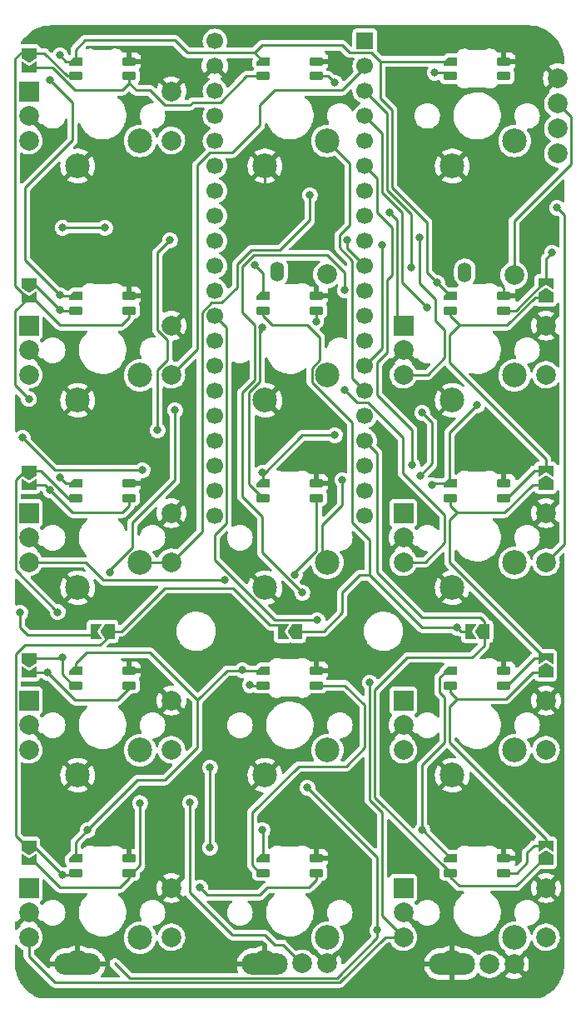
<source format=gbr>
%TF.GenerationSoftware,KiCad,Pcbnew,(6.0.2)*%
%TF.CreationDate,2022-02-17T20:40:29-08:00*%
%TF.ProjectId,keeb test board,6b656562-2074-4657-9374-20626f617264,rev?*%
%TF.SameCoordinates,Original*%
%TF.FileFunction,Copper,L2,Bot*%
%TF.FilePolarity,Positive*%
%FSLAX46Y46*%
G04 Gerber Fmt 4.6, Leading zero omitted, Abs format (unit mm)*
G04 Created by KiCad (PCBNEW (6.0.2)) date 2022-02-17 20:40:29*
%MOMM*%
%LPD*%
G01*
G04 APERTURE LIST*
G04 Aperture macros list*
%AMRoundRect*
0 Rectangle with rounded corners*
0 $1 Rounding radius*
0 $2 $3 $4 $5 $6 $7 $8 $9 X,Y pos of 4 corners*
0 Add a 4 corners polygon primitive as box body*
4,1,4,$2,$3,$4,$5,$6,$7,$8,$9,$2,$3,0*
0 Add four circle primitives for the rounded corners*
1,1,$1+$1,$2,$3*
1,1,$1+$1,$4,$5*
1,1,$1+$1,$6,$7*
1,1,$1+$1,$8,$9*
0 Add four rect primitives between the rounded corners*
20,1,$1+$1,$2,$3,$4,$5,0*
20,1,$1+$1,$4,$5,$6,$7,0*
20,1,$1+$1,$6,$7,$8,$9,0*
20,1,$1+$1,$8,$9,$2,$3,0*%
%AMFreePoly0*
4,1,18,-0.410000,0.593000,-0.403758,0.624380,-0.385983,0.650983,-0.359380,0.668758,-0.328000,0.675000,0.000000,0.675000,0.410000,0.265000,0.410000,-0.593000,0.403758,-0.624380,0.385983,-0.650983,0.359380,-0.668758,0.328000,-0.675000,-0.328000,-0.675000,-0.359380,-0.668758,-0.385983,-0.650983,-0.403758,-0.624380,-0.410000,-0.593000,-0.410000,0.593000,-0.410000,0.593000,$1*%
%AMFreePoly1*
4,1,6,1.000000,0.000000,0.500000,-0.750000,-0.500000,-0.750000,-0.500000,0.750000,0.500000,0.750000,1.000000,0.000000,1.000000,0.000000,$1*%
%AMFreePoly2*
4,1,6,0.500000,-0.750000,-0.650000,-0.750000,-0.150000,0.000000,-0.650000,0.750000,0.500000,0.750000,0.500000,-0.750000,0.500000,-0.750000,$1*%
G04 Aperture macros list end*
%TA.AperFunction,ComponentPad*%
%ADD10R,2.000000X2.000000*%
%TD*%
%TA.AperFunction,ComponentPad*%
%ADD11C,2.000000*%
%TD*%
%TA.AperFunction,SMDPad,CuDef*%
%ADD12RoundRect,0.082000X0.593000X-0.328000X0.593000X0.328000X-0.593000X0.328000X-0.593000X-0.328000X0*%
%TD*%
%TA.AperFunction,SMDPad,CuDef*%
%ADD13FreePoly0,90.000000*%
%TD*%
%TA.AperFunction,ComponentPad*%
%ADD14C,2.500000*%
%TD*%
%TA.AperFunction,ComponentPad*%
%ADD15O,4.700000X2.200000*%
%TD*%
%TA.AperFunction,ComponentPad*%
%ADD16O,1.400000X2.000000*%
%TD*%
%TA.AperFunction,SMDPad,CuDef*%
%ADD17FreePoly1,270.000000*%
%TD*%
%TA.AperFunction,SMDPad,CuDef*%
%ADD18FreePoly2,270.000000*%
%TD*%
%TA.AperFunction,SMDPad,CuDef*%
%ADD19FreePoly1,90.000000*%
%TD*%
%TA.AperFunction,SMDPad,CuDef*%
%ADD20FreePoly2,90.000000*%
%TD*%
%TA.AperFunction,ComponentPad*%
%ADD21R,1.700000X1.700000*%
%TD*%
%TA.AperFunction,ComponentPad*%
%ADD22C,1.700000*%
%TD*%
%TA.AperFunction,SMDPad,CuDef*%
%ADD23FreePoly1,180.000000*%
%TD*%
%TA.AperFunction,SMDPad,CuDef*%
%ADD24FreePoly2,180.000000*%
%TD*%
%TA.AperFunction,ViaPad*%
%ADD25C,0.800000*%
%TD*%
%TA.AperFunction,Conductor*%
%ADD26C,0.250000*%
%TD*%
%TA.AperFunction,Conductor*%
%ADD27C,0.508000*%
%TD*%
G04 APERTURE END LIST*
D10*
%TO.P,EN4,A,A*%
%TO.N,ENC3A*%
X65610000Y-106950000D03*
D11*
%TO.P,EN4,B,B*%
%TO.N,ENC3B*%
X65610000Y-111950000D03*
%TO.P,EN4,C,C*%
%TO.N,GND*%
X65610000Y-109450000D03*
%TO.P,EN4,S1,S1*%
%TO.N,KEY5*%
X80110000Y-111950000D03*
%TO.P,EN4,S2,S2*%
%TO.N,GND*%
X80110000Y-106950000D03*
%TD*%
D12*
%TO.P,D11,1,DOUT*%
%TO.N,Net-(D11-Pad1)*%
X75835000Y-105400000D03*
%TO.P,D11,2,VSS*%
%TO.N,GND*%
X75835000Y-103900000D03*
%TO.P,D11,3,DIN*%
%TO.N,Net-(D10-Pad1)*%
X70385000Y-105400000D03*
D13*
%TO.P,D11,4,VDD*%
%TO.N,+5V*%
X70385000Y-103900000D03*
%TD*%
D10*
%TO.P,EN3,A,A*%
%TO.N,ENC2A*%
X103710000Y-87900000D03*
D11*
%TO.P,EN3,B,B*%
%TO.N,ENC2B*%
X103710000Y-92900000D03*
%TO.P,EN3,C,C*%
%TO.N,GND*%
X103710000Y-90400000D03*
%TO.P,EN3,S1,S1*%
%TO.N,KEY4*%
X118210000Y-92900000D03*
%TO.P,EN3,S2,S2*%
%TO.N,GND*%
X118210000Y-87900000D03*
%TD*%
D14*
%TO.P,SW4,1,1*%
%TO.N,KEY4*%
X115020000Y-92940000D03*
%TO.P,SW4,2,2*%
%TO.N,GND*%
X108670000Y-95480000D03*
%TD*%
D12*
%TO.P,D15,1,DOUT*%
%TO.N,unconnected-(D15-Pad1)*%
X113935000Y-62537500D03*
%TO.P,D15,2,VSS*%
%TO.N,GND*%
X113935000Y-61037500D03*
%TO.P,D15,3,DIN*%
%TO.N,Net-(D14-Pad1)*%
X108485000Y-62537500D03*
D13*
%TO.P,D15,4,VDD*%
%TO.N,+5V*%
X108485000Y-61037500D03*
%TD*%
D14*
%TO.P,SW13,1,1*%
%TO.N,KEY13-POT3*%
X115020000Y-150090000D03*
D15*
%TO.P,SW13,2,2*%
%TO.N,GND*%
X108670000Y-152780000D03*
D14*
X108670000Y-152630000D03*
%TD*%
D10*
%TO.P,EN7,A,A*%
%TO.N,ENC4A*%
X103710000Y-126000000D03*
D11*
%TO.P,EN7,B,B*%
%TO.N,ENC4B*%
X103710000Y-131000000D03*
%TO.P,EN7,C,C*%
%TO.N,GND*%
X103710000Y-128500000D03*
%TO.P,EN7,S1,S1*%
%TO.N,KEY10*%
X118210000Y-131000000D03*
%TO.P,EN7,S2,S2*%
%TO.N,GND*%
X118210000Y-126000000D03*
%TD*%
D12*
%TO.P,D3,1,DOUT*%
%TO.N,Net-(D3-Pad1)*%
X113935000Y-105400000D03*
%TO.P,D3,2,VSS*%
%TO.N,GND*%
X113935000Y-103900000D03*
%TO.P,D3,3,DIN*%
%TO.N,Net-(D2-Pad1)*%
X108485000Y-105400000D03*
D13*
%TO.P,D3,4,VDD*%
%TO.N,+5V*%
X108485000Y-103900000D03*
%TD*%
D10*
%TO.P,EN6,A,A*%
%TO.N,ENC4A*%
X65610000Y-126000000D03*
D11*
%TO.P,EN6,B,B*%
%TO.N,ENC4B*%
X65610000Y-131000000D03*
%TO.P,EN6,C,C*%
%TO.N,GND*%
X65610000Y-128500000D03*
%TO.P,EN6,S1,S1*%
%TO.N,KEY8*%
X80110000Y-131000000D03*
%TO.P,EN6,S2,S2*%
%TO.N,GND*%
X80110000Y-126000000D03*
%TD*%
D12*
%TO.P,D7,1,DOUT*%
%TO.N,Net-(D7-Pad1)*%
X94885000Y-124450000D03*
%TO.P,D7,2,VSS*%
%TO.N,GND*%
X94885000Y-122950000D03*
%TO.P,D7,3,DIN*%
%TO.N,Net-(D6-Pad1)*%
X89435000Y-124450000D03*
D13*
%TO.P,D7,4,VDD*%
%TO.N,+5V*%
X89435000Y-122950000D03*
%TD*%
D10*
%TO.P,EN8,A,A*%
%TO.N,ENC5A*%
X65610000Y-145050000D03*
D11*
%TO.P,EN8,B,B*%
%TO.N,ENC5B*%
X65610000Y-150050000D03*
%TO.P,EN8,C,C*%
%TO.N,GND*%
X65610000Y-147550000D03*
%TO.P,EN8,S1,S1*%
%TO.N,KEY11-POT1*%
X80110000Y-150050000D03*
%TO.P,EN8,S2,S2*%
%TO.N,GND*%
X80110000Y-145050000D03*
%TD*%
D14*
%TO.P,SW3,1,1*%
%TO.N,KEY3*%
X95970000Y-92940000D03*
%TO.P,SW3,2,2*%
%TO.N,GND*%
X89620000Y-95480000D03*
%TD*%
D12*
%TO.P,D14,1,DOUT*%
%TO.N,Net-(D14-Pad1)*%
X94885000Y-62537500D03*
%TO.P,D14,2,VSS*%
%TO.N,GND*%
X94885000Y-61037500D03*
%TO.P,D14,3,DIN*%
%TO.N,Net-(D13-Pad1)*%
X89435000Y-62537500D03*
D13*
%TO.P,D14,4,VDD*%
%TO.N,+5V*%
X89435000Y-61037500D03*
%TD*%
D10*
%TO.P,EN9,A,A*%
%TO.N,ENC5A*%
X103710000Y-145050000D03*
D11*
%TO.P,EN9,B,B*%
%TO.N,ENC5B*%
X103710000Y-150050000D03*
%TO.P,EN9,C,C*%
%TO.N,GND*%
X103710000Y-147550000D03*
%TO.P,EN9,S1,S1*%
%TO.N,KEY13-POT3*%
X118210000Y-150050000D03*
%TO.P,EN9,S2,S2*%
%TO.N,GND*%
X118210000Y-145050000D03*
%TD*%
D14*
%TO.P,SW14,1,1*%
%TO.N,SDA-SW*%
X95970000Y-69127500D03*
%TO.P,SW14,2,2*%
%TO.N,GND*%
X89620000Y-71667500D03*
%TD*%
D11*
%TO.P,OL1,1,SDA*%
%TO.N,SDA-SW*%
X119415000Y-70397500D03*
%TO.P,OL1,2,SCL*%
%TO.N,SCL-SW*%
X119415000Y-67857500D03*
%TO.P,OL1,3,VCC*%
%TO.N,+3V3*%
X119415000Y-65317500D03*
%TO.P,OL1,4,GND*%
%TO.N,GND*%
X119415000Y-62777500D03*
%TD*%
D12*
%TO.P,D2,1,DOUT*%
%TO.N,Net-(D2-Pad1)*%
X113935000Y-124450000D03*
%TO.P,D2,2,VSS*%
%TO.N,GND*%
X113935000Y-122950000D03*
%TO.P,D2,3,DIN*%
%TO.N,Net-(D1-Pad1)*%
X108485000Y-124450000D03*
D13*
%TO.P,D2,4,VDD*%
%TO.N,+5V*%
X108485000Y-122950000D03*
%TD*%
D12*
%TO.P,D6,1,DOUT*%
%TO.N,Net-(D6-Pad1)*%
X94885000Y-105400000D03*
%TO.P,D6,2,VSS*%
%TO.N,GND*%
X94885000Y-103900000D03*
%TO.P,D6,3,DIN*%
%TO.N,Net-(D5-Pad1)*%
X89435000Y-105400000D03*
D13*
%TO.P,D6,4,VDD*%
%TO.N,+5V*%
X89435000Y-103900000D03*
%TD*%
D12*
%TO.P,D8,1,DOUT*%
%TO.N,Net-(D8-Pad1)*%
X94885000Y-143500000D03*
%TO.P,D8,2,VSS*%
%TO.N,GND*%
X94885000Y-142000000D03*
%TO.P,D8,3,DIN*%
%TO.N,Net-(D7-Pad1)*%
X89435000Y-143500000D03*
D13*
%TO.P,D8,4,VDD*%
%TO.N,+5V*%
X89435000Y-142000000D03*
%TD*%
D12*
%TO.P,D13,1,DOUT*%
%TO.N,Net-(D13-Pad1)*%
X75835000Y-62537500D03*
%TO.P,D13,2,VSS*%
%TO.N,GND*%
X75835000Y-61037500D03*
%TO.P,D13,3,DIN*%
%TO.N,Net-(D12-Pad1)*%
X70385000Y-62537500D03*
D13*
%TO.P,D13,4,VDD*%
%TO.N,+5V*%
X70385000Y-61037500D03*
%TD*%
D14*
%TO.P,SW9,1,1*%
%TO.N,KEY9*%
X95970000Y-131040000D03*
%TO.P,SW9,2,2*%
%TO.N,GND*%
X89620000Y-133580000D03*
%TD*%
D10*
%TO.P,EN1,A,A*%
%TO.N,ENC1A*%
X65610000Y-64087500D03*
D11*
%TO.P,EN1,B,B*%
%TO.N,ENC1B*%
X65610000Y-69087500D03*
%TO.P,EN1,C,C*%
%TO.N,GND*%
X65610000Y-66587500D03*
%TO.P,EN1,S1,S1*%
%TO.N,KEY1*%
X80110000Y-69087500D03*
%TO.P,EN1,S2,S2*%
%TO.N,GND*%
X80110000Y-64087500D03*
%TD*%
D12*
%TO.P,D1,1,DOUT*%
%TO.N,Net-(D1-Pad1)*%
X113935000Y-143500000D03*
%TO.P,D1,2,VSS*%
%TO.N,GND*%
X113935000Y-142000000D03*
%TO.P,D1,3,DIN*%
%TO.N,LED_DATA*%
X108485000Y-143500000D03*
D13*
%TO.P,D1,4,VDD*%
%TO.N,+5V*%
X108485000Y-142000000D03*
%TD*%
D14*
%TO.P,SW11,1,1*%
%TO.N,KEY11-POT1*%
X76920000Y-150090000D03*
%TO.P,SW11,2,2*%
%TO.N,GND*%
X70570000Y-152630000D03*
D15*
X70570000Y-152780000D03*
%TD*%
D14*
%TO.P,SW15,1,1*%
%TO.N,SCL-SW*%
X115020000Y-69127500D03*
%TO.P,SW15,2,2*%
%TO.N,GND*%
X108670000Y-71667500D03*
%TD*%
D11*
%TO.P,VR3,1B,1B*%
%TO.N,GND*%
X114960000Y-152780000D03*
%TO.P,VR3,2B,2B*%
%TO.N,KEY11-POT1*%
X112460000Y-152780000D03*
D16*
%TO.P,VR3,3,3*%
%TO.N,unconnected-(VR3-Pad3)*%
X109960000Y-82480000D03*
D11*
%TO.P,VR3,3B,3B*%
%TO.N,+3V3*%
X114960000Y-82780000D03*
%TD*%
D12*
%TO.P,D12,1,DOUT*%
%TO.N,Net-(D12-Pad1)*%
X75835000Y-86350000D03*
%TO.P,D12,2,VSS*%
%TO.N,GND*%
X75835000Y-84850000D03*
%TO.P,D12,3,DIN*%
%TO.N,Net-(D11-Pad1)*%
X70385000Y-86350000D03*
D13*
%TO.P,D12,4,VDD*%
%TO.N,+5V*%
X70385000Y-84850000D03*
%TD*%
D12*
%TO.P,D9,1,DOUT*%
%TO.N,Net-(D10-Pad3)*%
X75835000Y-143500000D03*
%TO.P,D9,2,VSS*%
%TO.N,GND*%
X75835000Y-142000000D03*
%TO.P,D9,3,DIN*%
%TO.N,Net-(D8-Pad1)*%
X70385000Y-143500000D03*
D13*
%TO.P,D9,4,VDD*%
%TO.N,+5V*%
X70385000Y-142000000D03*
%TD*%
D14*
%TO.P,SW8,1,1*%
%TO.N,KEY8*%
X76920000Y-131040000D03*
%TO.P,SW8,2,2*%
%TO.N,GND*%
X70570000Y-133580000D03*
%TD*%
D10*
%TO.P,EN5,A,A*%
%TO.N,ENC3A*%
X103710000Y-106950000D03*
D11*
%TO.P,EN5,B,B*%
%TO.N,ENC3B*%
X103710000Y-111950000D03*
%TO.P,EN5,C,C*%
%TO.N,GND*%
X103710000Y-109450000D03*
%TO.P,EN5,S1,S1*%
%TO.N,KEY7*%
X118210000Y-111950000D03*
%TO.P,EN5,S2,S2*%
%TO.N,GND*%
X118210000Y-106950000D03*
%TD*%
D14*
%TO.P,SW12,1,1*%
%TO.N,KEY12-POT2*%
X95970000Y-150090000D03*
%TO.P,SW12,2,2*%
%TO.N,GND*%
X89620000Y-152630000D03*
D15*
X89620000Y-152780000D03*
%TD*%
D12*
%TO.P,D10,1,DOUT*%
%TO.N,Net-(D10-Pad1)*%
X75835000Y-124450000D03*
%TO.P,D10,2,VSS*%
%TO.N,GND*%
X75835000Y-122950000D03*
%TO.P,D10,3,DIN*%
%TO.N,Net-(D10-Pad3)*%
X70385000Y-124450000D03*
D13*
%TO.P,D10,4,VDD*%
%TO.N,+5V*%
X70385000Y-122950000D03*
%TD*%
D14*
%TO.P,SW7,1,1*%
%TO.N,KEY7*%
X115020000Y-111990000D03*
%TO.P,SW7,2,2*%
%TO.N,GND*%
X108670000Y-114530000D03*
%TD*%
%TO.P,SW6,1,1*%
%TO.N,KEY6*%
X95970000Y-111990000D03*
%TO.P,SW6,2,2*%
%TO.N,GND*%
X89620000Y-114530000D03*
%TD*%
%TO.P,SW10,1,1*%
%TO.N,KEY10*%
X115020000Y-131040000D03*
%TO.P,SW10,2,2*%
%TO.N,GND*%
X108670000Y-133580000D03*
%TD*%
D10*
%TO.P,EN2,A,A*%
%TO.N,ENC2A*%
X65610000Y-87900000D03*
D11*
%TO.P,EN2,B,B*%
%TO.N,ENC2B*%
X65610000Y-92900000D03*
%TO.P,EN2,C,C*%
%TO.N,GND*%
X65610000Y-90400000D03*
%TO.P,EN2,S1,S1*%
%TO.N,KEY2*%
X80110000Y-92900000D03*
%TO.P,EN2,S2,S2*%
%TO.N,GND*%
X80110000Y-87900000D03*
%TD*%
D12*
%TO.P,D4,1,DOUT*%
%TO.N,Net-(D4-Pad1)*%
X113935000Y-86350000D03*
%TO.P,D4,2,VSS*%
%TO.N,GND*%
X113935000Y-84850000D03*
%TO.P,D4,3,DIN*%
%TO.N,Net-(D3-Pad1)*%
X108485000Y-86350000D03*
D13*
%TO.P,D4,4,VDD*%
%TO.N,+5V*%
X108485000Y-84850000D03*
%TD*%
D12*
%TO.P,D5,1,DOUT*%
%TO.N,Net-(D5-Pad1)*%
X94885000Y-86350000D03*
%TO.P,D5,2,VSS*%
%TO.N,GND*%
X94885000Y-84850000D03*
%TO.P,D5,3,DIN*%
%TO.N,Net-(D4-Pad1)*%
X89435000Y-86350000D03*
D13*
%TO.P,D5,4,VDD*%
%TO.N,+5V*%
X89435000Y-84850000D03*
%TD*%
D11*
%TO.P,VR2,1B,1B*%
%TO.N,GND*%
X95910000Y-152705000D03*
%TO.P,VR2,2B,2B*%
%TO.N,KEY12-POT2*%
X93410000Y-152705000D03*
D16*
%TO.P,VR2,3,3*%
%TO.N,unconnected-(VR2-Pad3)*%
X90910000Y-82405000D03*
D11*
%TO.P,VR2,3B,3B*%
%TO.N,+3V3*%
X95910000Y-82705000D03*
%TD*%
D14*
%TO.P,SW5,1,1*%
%TO.N,KEY5*%
X76920000Y-111990000D03*
%TO.P,SW5,2,2*%
%TO.N,GND*%
X70570000Y-114530000D03*
%TD*%
%TO.P,SW2,1,1*%
%TO.N,KEY2*%
X76920000Y-92940000D03*
%TO.P,SW2,2,2*%
%TO.N,GND*%
X70570000Y-95480000D03*
%TD*%
%TO.P,SW1,1,1*%
%TO.N,KEY1*%
X76920000Y-69127500D03*
%TO.P,SW1,2,2*%
%TO.N,GND*%
X70570000Y-71667500D03*
%TD*%
D17*
%TO.P,JP12,1,A*%
%TO.N,Net-(D11-Pad1)*%
X65617000Y-83579000D03*
D18*
%TO.P,JP12,2,B*%
%TO.N,Net-(D12-Pad1)*%
X65617000Y-85029000D03*
%TD*%
D19*
%TO.P,JP4,1,A*%
%TO.N,Net-(D3-Pad1)*%
X118195000Y-85028999D03*
D20*
%TO.P,JP4,2,B*%
%TO.N,Net-(D4-Pad1)*%
X118195000Y-83578999D03*
%TD*%
D21*
%TO.P,U1,1,PB12*%
%TO.N,KEY1*%
X99780000Y-58967500D03*
D22*
%TO.P,U1,2,PB13*%
%TO.N,KEY2*%
X99780000Y-61507500D03*
%TO.P,U1,3,PB14*%
%TO.N,KEY3*%
X99780000Y-64047500D03*
%TO.P,U1,4,PB15*%
%TO.N,KEY4*%
X99780000Y-66587500D03*
%TO.P,U1,5,PA8*%
%TO.N,KEY5*%
X99780000Y-69127500D03*
%TO.P,U1,6,PA9*%
%TO.N,KEY6*%
X99780000Y-71667500D03*
%TO.P,U1,7,PA10*%
%TO.N,KEY7*%
X99780000Y-74207500D03*
%TO.P,U1,8,PA11*%
%TO.N,unconnected-(U1-Pad8)*%
X99780000Y-76747500D03*
%TO.P,U1,9,PA12*%
%TO.N,unconnected-(U1-Pad9)*%
X99780000Y-79287500D03*
%TO.P,U1,10,PA15*%
%TO.N,KEY8*%
X99780000Y-81827500D03*
%TO.P,U1,11,PB3*%
%TO.N,KEY9*%
X99780000Y-84367500D03*
%TO.P,U1,12,PB4*%
%TO.N,KEY10*%
X99780000Y-86907500D03*
%TO.P,U1,13,PB5*%
%TO.N,ENC3B*%
X99780000Y-89447500D03*
%TO.P,U1,14,PB6*%
%TO.N,SCL-SW*%
X99780000Y-91987500D03*
%TO.P,U1,15,PB7*%
%TO.N,SDA-SW*%
X99780000Y-94527500D03*
%TO.P,U1,16,PB8*%
%TO.N,unconnected-(U1-Pad16)*%
X99780000Y-97067500D03*
%TO.P,U1,17,PB9*%
%TO.N,LED_DATA*%
X99780000Y-99607500D03*
%TO.P,U1,18,5V*%
%TO.N,+5V*%
X99780000Y-102147500D03*
%TO.P,U1,19,GND*%
%TO.N,GND*%
X99780000Y-104687500D03*
%TO.P,U1,20,3V3*%
%TO.N,+3V3*%
X99780000Y-107227500D03*
%TO.P,U1,21,VBat*%
%TO.N,unconnected-(U1-Pad21)*%
X84540000Y-107227500D03*
%TO.P,U1,22,PC13*%
%TO.N,unconnected-(U1-Pad22)*%
X84540000Y-104687500D03*
%TO.P,U1,23,PC14*%
%TO.N,unconnected-(U1-Pad23)*%
X84540000Y-102147500D03*
%TO.P,U1,24,PC15*%
%TO.N,unconnected-(U1-Pad24)*%
X84540000Y-99607500D03*
%TO.P,U1,25,PA0*%
%TO.N,KEY13-POT3*%
X84540000Y-97067500D03*
%TO.P,U1,26,PA1*%
%TO.N,KEY12-POT2*%
X84540000Y-94527500D03*
%TO.P,U1,27,PA2*%
%TO.N,KEY11-POT1*%
X84540000Y-91987500D03*
%TO.P,U1,28,PA3*%
%TO.N,ENC3A*%
X84540000Y-89447500D03*
%TO.P,U1,29,PA4*%
%TO.N,ENC5B*%
X84540000Y-86907500D03*
%TO.P,U1,30,PA5*%
%TO.N,ENC5A*%
X84540000Y-84367500D03*
%TO.P,U1,31,PA6*%
%TO.N,ENC4B*%
X84540000Y-81827500D03*
%TO.P,U1,32,PA7*%
%TO.N,ENC4A*%
X84540000Y-79287500D03*
%TO.P,U1,33,PB0*%
%TO.N,ENC2B*%
X84540000Y-76747500D03*
%TO.P,U1,34,PB1*%
%TO.N,ENC2A*%
X84540000Y-74207500D03*
%TO.P,U1,35,PB10*%
%TO.N,ENC1B*%
X84540000Y-71667500D03*
%TO.P,U1,36,PB11*%
%TO.N,ENC1A*%
X84540000Y-69127500D03*
%TO.P,U1,37,RST*%
%TO.N,unconnected-(U1-Pad37)*%
X84540000Y-66587500D03*
%TO.P,U1,38,3V3*%
%TO.N,unconnected-(U1-Pad38)*%
X84540000Y-64047500D03*
%TO.P,U1,39,GND*%
%TO.N,GND*%
X84540000Y-61507500D03*
%TO.P,U1,40,5V_or_GND*%
%TO.N,unconnected-(U1-Pad40)*%
X84540000Y-58967500D03*
%TD*%
D23*
%TO.P,JPF3,1,A*%
%TO.N,Net-(D8-Pad1)*%
X73835000Y-118975000D03*
D24*
%TO.P,JPF3,2,B*%
%TO.N,Net-(D12-Pad1)*%
X72385000Y-118975000D03*
%TD*%
D19*
%TO.P,JP1,1,A*%
%TO.N,LED_DATA*%
X118195000Y-142179000D03*
D20*
%TO.P,JP1,2,B*%
%TO.N,Net-(D1-Pad1)*%
X118195000Y-140729000D03*
%TD*%
D19*
%TO.P,JP2,1,A*%
%TO.N,Net-(D1-Pad1)*%
X118195000Y-123129000D03*
D20*
%TO.P,JP2,2,B*%
%TO.N,Net-(D2-Pad1)*%
X118195000Y-121679000D03*
%TD*%
D17*
%TO.P,JP10,1,A*%
%TO.N,Net-(D10-Pad3)*%
X65617000Y-121679000D03*
D18*
%TO.P,JP10,2,B*%
%TO.N,Net-(D10-Pad1)*%
X65617000Y-123129000D03*
%TD*%
D17*
%TO.P,JP13,1,A*%
%TO.N,Net-(D12-Pad1)*%
X65617000Y-60211000D03*
D18*
%TO.P,JP13,2,B*%
%TO.N,Net-(D13-Pad1)*%
X65617000Y-61661000D03*
%TD*%
D23*
%TO.P,JPF1,1,A*%
%TO.N,LED_DATA*%
X111935000Y-118975000D03*
D24*
%TO.P,JPF1,2,B*%
%TO.N,Net-(D4-Pad1)*%
X110485000Y-118975000D03*
%TD*%
D17*
%TO.P,JP11,1,A*%
%TO.N,Net-(D10-Pad1)*%
X65617000Y-102629000D03*
D18*
%TO.P,JP11,2,B*%
%TO.N,Net-(D11-Pad1)*%
X65617000Y-104079000D03*
%TD*%
D19*
%TO.P,JP3,1,A*%
%TO.N,Net-(D2-Pad1)*%
X118195000Y-104079000D03*
D20*
%TO.P,JP3,2,B*%
%TO.N,Net-(D3-Pad1)*%
X118195000Y-102629000D03*
%TD*%
D23*
%TO.P,JPF2,1,A*%
%TO.N,Net-(D4-Pad1)*%
X92885000Y-118975000D03*
D24*
%TO.P,JPF2,2,B*%
%TO.N,Net-(D8-Pad1)*%
X91435000Y-118975000D03*
%TD*%
D17*
%TO.P,JP9,1,A*%
%TO.N,Net-(D8-Pad1)*%
X65617000Y-140729000D03*
D18*
%TO.P,JP9,2,B*%
%TO.N,Net-(D10-Pad3)*%
X65617000Y-142179000D03*
%TD*%
D25*
%TO.N,GND*%
X76412000Y-116054000D03*
X114004000Y-99290000D03*
X102574000Y-104370000D03*
X93938000Y-81763998D03*
X94954000Y-100814000D03*
X90890000Y-78716000D03*
X91906000Y-135866000D03*
X116036000Y-97258000D03*
X99526000Y-114530000D03*
X87334000Y-93194000D03*
X82508000Y-66524000D03*
X77682000Y-104624000D03*
X116798000Y-80494000D03*
X96732000Y-60428000D03*
%TO.N,+5V*%
X111210000Y-95988000D03*
X106638000Y-104116000D03*
X68792000Y-103354000D03*
X89366000Y-102846000D03*
X68792000Y-60428000D03*
X107146000Y-83542000D03*
X96732000Y-99036000D03*
X87334000Y-122912002D03*
X67776000Y-62968000D03*
X88604000Y-81764000D03*
X105622000Y-139168000D03*
X71586000Y-139168000D03*
X68792000Y-84812000D03*
X89366000Y-139168000D03*
%TO.N,Net-(D5-Pad1)*%
X94827000Y-87479000D03*
X89366000Y-88114000D03*
%TO.N,Net-(D6-Pad1)*%
X92668000Y-113255701D03*
X88096000Y-124436000D03*
%TO.N,+3V3*%
X105622000Y-96750000D03*
X105415962Y-103134142D03*
%TO.N,KEY4*%
X106130000Y-86082000D03*
%TO.N,KEY7*%
X119338000Y-75922000D03*
%TO.N,KEY5*%
X94192000Y-74652000D03*
%TO.N,KEY8*%
X64982000Y-99290000D03*
X73364000Y-77954000D03*
X69046001Y-77953999D03*
X77173999Y-102592001D03*
X98002000Y-79224000D03*
%TO.N,KEY3*%
X104479000Y-82018000D03*
%TO.N,KEY6*%
X97494000Y-103608000D03*
X104601701Y-102084000D03*
%TO.N,KEY9*%
X93430000Y-115038000D03*
X97748000Y-84304000D03*
%TO.N,ENC2B*%
X105368000Y-78970000D03*
%TO.N,ENC2A*%
X102320000Y-76430000D03*
%TO.N,ENC3B*%
X97748000Y-94464000D03*
X85556000Y-113768000D03*
%TO.N,ENC4B*%
X73872000Y-113006000D03*
X80476000Y-96496000D03*
%TO.N,ENC4A*%
X78698000Y-98528000D03*
X79968000Y-79224000D03*
%TO.N,Net-(D8-Pad1)*%
X69046000Y-143740000D03*
X83016000Y-145010000D03*
%TO.N,Net-(D4-Pad1)*%
X118830000Y-80494000D03*
X109178000Y-118594000D03*
%TO.N,ENC5B*%
X94954000Y-117832000D03*
X100288000Y-124182000D03*
%TO.N,KEY11-POT1*%
X84032000Y-132818000D03*
X84032000Y-140946000D03*
%TO.N,KEY13-POT3*%
X101050000Y-149328000D03*
X93938000Y-134850000D03*
%TO.N,KEY12-POT2*%
X82000000Y-136374000D03*
%TO.N,Net-(D10-Pad3)*%
X76922148Y-136411500D03*
X69046000Y-121642000D03*
%TO.N,Net-(D10-Pad1)*%
X68538000Y-117002848D03*
X67522000Y-123166000D03*
%TO.N,Net-(D11-Pad1)*%
X68792000Y-86336000D03*
X67776000Y-104624000D03*
%TO.N,Net-(D12-Pad1)*%
X64728000Y-117070000D03*
X65617000Y-95353000D03*
%TO.N,Net-(D14-Pad1)*%
X96732000Y-63222000D03*
X106892000Y-62206000D03*
%TO.N,SCL-SW*%
X101558000Y-79732000D03*
%TD*%
D26*
%TO.N,GND*%
X111972000Y-82018000D02*
X111972000Y-74969500D01*
D27*
X70570000Y-152630000D02*
X70570000Y-150344000D01*
D26*
X94923000Y-122912000D02*
X94885000Y-122950000D01*
X75835000Y-103900000D02*
X76958000Y-103900000D01*
D27*
X89620000Y-152630000D02*
X89620000Y-150852000D01*
X108670000Y-152630000D02*
X108670000Y-150598000D01*
D26*
X113935000Y-84850000D02*
X113935000Y-83981000D01*
X111972000Y-74969500D02*
X108670000Y-71667500D01*
X89620000Y-71667500D02*
X89620000Y-77446000D01*
X89620000Y-77446000D02*
X90890000Y-78716000D01*
X113935000Y-83981000D02*
X111972000Y-82018000D01*
X76958000Y-103900000D02*
X77682000Y-104624000D01*
%TO.N,+5V*%
X70385000Y-122208000D02*
X70385000Y-122950000D01*
X107908000Y-130278000D02*
X105622000Y-132564000D01*
X93430000Y-99036000D02*
X96732000Y-99036000D01*
X102574000Y-73890000D02*
X106130000Y-77446000D01*
X106130000Y-82526000D02*
X107146000Y-83542000D01*
X89435000Y-142000000D02*
X89435000Y-139237000D01*
X70385000Y-140369000D02*
X71586000Y-139168000D01*
X82762000Y-125960000D02*
X82762000Y-130786000D01*
X108485000Y-142000000D02*
X105653000Y-139168000D01*
X80476000Y-58904000D02*
X81746000Y-60174000D01*
X82762000Y-130786000D02*
X79460000Y-134088000D01*
X89366000Y-102962000D02*
X89366000Y-102846000D01*
X87155998Y-122912002D02*
X87334000Y-122912002D01*
X77936000Y-121134000D02*
X71459000Y-121134000D01*
X70385000Y-103900000D02*
X69338000Y-103900000D01*
X79460000Y-134088000D02*
X76666000Y-134088000D01*
X89435000Y-122950000D02*
X87118000Y-122950000D01*
X108485000Y-122950000D02*
X108124000Y-122950000D01*
X89333500Y-59412000D02*
X97494000Y-59412000D01*
X82762000Y-125960000D02*
X77936000Y-121134000D01*
X97494000Y-59412000D02*
X98224011Y-60142011D01*
X69401500Y-61037500D02*
X68792000Y-60428000D01*
X89435000Y-82595000D02*
X89435000Y-84850000D01*
X108416000Y-103831000D02*
X108416000Y-98782000D01*
X105622000Y-132564000D02*
X105622000Y-139168000D01*
X100446511Y-60142011D02*
X101367500Y-61063000D01*
X106130000Y-77446000D02*
X106130000Y-82526000D01*
X81746000Y-60174000D02*
X88571500Y-60174000D01*
X70385000Y-84850000D02*
X68830000Y-84850000D01*
X101367500Y-61063000D02*
X101367500Y-64809500D01*
X98224011Y-60142011D02*
X100446511Y-60142011D01*
X69338000Y-103900000D02*
X68792000Y-103354000D01*
X108454000Y-84850000D02*
X107146000Y-83542000D01*
X107400000Y-125198000D02*
X107908000Y-125706000D01*
X68792000Y-84812000D02*
X65236000Y-81256000D01*
X70385000Y-61037500D02*
X70385000Y-59851000D01*
X88604000Y-81764000D02*
X89435000Y-82595000D01*
X105653000Y-139168000D02*
X105622000Y-139168000D01*
X89435000Y-103900000D02*
X89435000Y-103031000D01*
X70385000Y-61037500D02*
X69401500Y-61037500D01*
X87118000Y-122950000D02*
X87155998Y-122912002D01*
X68830000Y-84850000D02*
X68792000Y-84812000D01*
X76666000Y-134088000D02*
X71586000Y-139168000D01*
X108485000Y-84850000D02*
X108454000Y-84850000D01*
X87118000Y-122950000D02*
X85772000Y-122950000D01*
X101367500Y-61063000D02*
X101393000Y-61037500D01*
X107400000Y-123674000D02*
X107400000Y-125198000D01*
X101393000Y-61037500D02*
X108485000Y-61037500D01*
X108124000Y-122950000D02*
X107400000Y-123674000D01*
X70385000Y-59851000D02*
X71332000Y-58904000D01*
X102574000Y-66016000D02*
X102574000Y-73890000D01*
X88571500Y-60174000D02*
X89333500Y-59412000D01*
X65236000Y-81256000D02*
X65236000Y-73890000D01*
X85772000Y-122950000D02*
X82762000Y-125960000D01*
X89435000Y-139237000D02*
X89366000Y-139168000D01*
X108485000Y-103900000D02*
X108416000Y-103831000D01*
X70385000Y-142000000D02*
X70385000Y-140369000D01*
X108416000Y-98782000D02*
X111210000Y-95988000D01*
X107908000Y-125706000D02*
X107908000Y-130278000D01*
X106854000Y-103900000D02*
X106638000Y-104116000D01*
X70062000Y-69064000D02*
X70062000Y-65254000D01*
X89435000Y-61037500D02*
X88571500Y-60174000D01*
X108485000Y-103900000D02*
X106854000Y-103900000D01*
X101367500Y-64809500D02*
X102574000Y-66016000D01*
X89435000Y-103031000D02*
X93430000Y-99036000D01*
X71459000Y-121134000D02*
X70385000Y-122208000D01*
X65236000Y-73890000D02*
X70062000Y-69064000D01*
X70062000Y-65254000D02*
X67776000Y-62968000D01*
X89435000Y-103031000D02*
X89366000Y-102962000D01*
X71332000Y-58904000D02*
X80476000Y-58904000D01*
%TO.N,Net-(D5-Pad1)*%
X88028194Y-103993194D02*
X88028194Y-94659510D01*
X88028194Y-94659510D02*
X89112000Y-93575704D01*
X89366000Y-88114000D02*
X89366000Y-88368000D01*
X89366000Y-88368000D02*
X89112000Y-88622000D01*
X89435000Y-105400000D02*
X88028194Y-103993194D01*
X89112000Y-88368000D02*
X89366000Y-88114000D01*
X94885000Y-87421000D02*
X94885000Y-86350000D01*
X94827000Y-87479000D02*
X94885000Y-87421000D01*
X89112000Y-93575704D02*
X89112000Y-88368000D01*
X89112000Y-88622000D02*
X89112000Y-88114000D01*
%TO.N,Net-(D6-Pad1)*%
X88110000Y-124450000D02*
X89435000Y-124450000D01*
X94885000Y-105400000D02*
X94885000Y-110789000D01*
X88096000Y-124436000D02*
X88110000Y-124450000D01*
X94885000Y-110789000D02*
X92668000Y-113006000D01*
X92668000Y-113006000D02*
X92668000Y-113255701D01*
%TO.N,Net-(D7-Pad1)*%
X88350000Y-142724000D02*
X88350000Y-137390000D01*
X99780000Y-130786000D02*
X97875000Y-132691000D01*
X99780000Y-126468000D02*
X99780000Y-130786000D01*
X88350000Y-137390000D02*
X93049000Y-132691000D01*
X89126000Y-143500000D02*
X88350000Y-142724000D01*
X97762000Y-124450000D02*
X99780000Y-126468000D01*
X97875000Y-132691000D02*
X93049000Y-132691000D01*
X94885000Y-124450000D02*
X97762000Y-124450000D01*
X89435000Y-143500000D02*
X89126000Y-143500000D01*
%TO.N,+3V3*%
X120739511Y-71472489D02*
X120739511Y-66642011D01*
X114960000Y-77252000D02*
X120739511Y-71472489D01*
X114960000Y-82780000D02*
X114960000Y-77252000D01*
X106638000Y-101912104D02*
X106638000Y-97766000D01*
X105415962Y-103134142D02*
X106638000Y-101912104D01*
X120739511Y-66642011D02*
X119415000Y-65317500D01*
X106638000Y-97766000D02*
X105622000Y-96750000D01*
%TO.N,KEY4*%
X103590000Y-76430000D02*
X101558000Y-74398000D01*
X101558000Y-68365500D02*
X99780000Y-66587500D01*
X103590000Y-83542000D02*
X103590000Y-76430000D01*
X106130000Y-86082000D02*
X103590000Y-83542000D01*
X101558000Y-74398000D02*
X101558000Y-68365500D01*
%TO.N,KEY7*%
X120100000Y-110060000D02*
X120100000Y-76684000D01*
X120100000Y-76684000D02*
X119338000Y-75922000D01*
X118210000Y-111950000D02*
X120100000Y-110060000D01*
%TO.N,KEY2*%
X99780000Y-61698000D02*
X97494000Y-63984000D01*
X82762000Y-71604000D02*
X82762000Y-90248000D01*
X90636000Y-63984000D02*
X89112000Y-65508000D01*
X99780000Y-61507500D02*
X99780000Y-61698000D01*
X86318000Y-70334000D02*
X84032000Y-70334000D01*
X89112000Y-65508000D02*
X89112000Y-67540000D01*
X84032000Y-70334000D02*
X82762000Y-71604000D01*
X82762000Y-90248000D02*
X80110000Y-92900000D01*
X97494000Y-63984000D02*
X90636000Y-63984000D01*
X89112000Y-67540000D02*
X86318000Y-70334000D01*
%TO.N,KEY5*%
X76960000Y-111950000D02*
X76920000Y-111990000D01*
X85238148Y-85574000D02*
X86826000Y-83986148D01*
X84212490Y-85574000D02*
X85238148Y-85574000D01*
X88222296Y-80240000D02*
X91144000Y-80240000D01*
X86826000Y-81636296D02*
X88222296Y-80240000D01*
X86826000Y-83986148D02*
X86826000Y-81636296D01*
X80110000Y-111950000D02*
X83211511Y-108848489D01*
X94192000Y-74652000D02*
X94192000Y-77192000D01*
X83211511Y-86574979D02*
X84212490Y-85574000D01*
X94192000Y-77192000D02*
X91144000Y-80240000D01*
X80110000Y-111950000D02*
X76960000Y-111950000D01*
X83211511Y-108848489D02*
X83211511Y-86574979D01*
%TO.N,KEY8*%
X68284000Y-102592000D02*
X77173999Y-102592001D01*
X98002000Y-80049500D02*
X98002000Y-79224000D01*
X64982000Y-99290000D02*
X68284000Y-102592000D01*
X99780000Y-81827500D02*
X98002000Y-80049500D01*
X73364000Y-77954000D02*
X69046001Y-77953999D01*
%TO.N,KEY3*%
X102066000Y-66333500D02*
X102066000Y-74144000D01*
X104479000Y-76557000D02*
X104479000Y-82018000D01*
X99780000Y-64047500D02*
X102066000Y-66333500D01*
X102066000Y-74144000D02*
X104479000Y-76557000D01*
%TO.N,KEY6*%
X102066000Y-83288000D02*
X102066000Y-90654000D01*
X95462000Y-108180000D02*
X97494000Y-106148000D01*
X95462000Y-111482000D02*
X95462000Y-108180000D01*
X97494000Y-106148000D02*
X97494000Y-103608000D01*
X99780000Y-71667500D02*
X101050000Y-72937500D01*
X102574000Y-82780000D02*
X102066000Y-83288000D01*
X101050000Y-94972000D02*
X104601701Y-98523701D01*
X101050000Y-72937500D02*
X101050000Y-76430000D01*
X102574000Y-77954000D02*
X102574000Y-82780000D01*
X101050000Y-76430000D02*
X102574000Y-77954000D01*
X104601701Y-98523701D02*
X104601701Y-102084000D01*
X95970000Y-111990000D02*
X95462000Y-111482000D01*
X101050000Y-91670000D02*
X101050000Y-94972000D01*
X102066000Y-90654000D02*
X101050000Y-91670000D01*
%TO.N,KEY9*%
X97748000Y-84304000D02*
X97748000Y-82526000D01*
X88477000Y-80748000D02*
X87329700Y-81895300D01*
X89366000Y-110978301D02*
X93425699Y-115038000D01*
X87329700Y-86585700D02*
X88604000Y-87860000D01*
X93425699Y-115038000D02*
X93430000Y-115038000D01*
X87334000Y-105259000D02*
X89366000Y-107291000D01*
X89366000Y-107291000D02*
X89366000Y-110978301D01*
X87334000Y-94718000D02*
X87334000Y-105259000D01*
X87329700Y-81895300D02*
X87329700Y-86585700D01*
X97748000Y-82526000D02*
X95970000Y-80748000D01*
X95970000Y-80748000D02*
X88477000Y-80748000D01*
X88604000Y-87860000D02*
X88604000Y-93448000D01*
X88604000Y-93448000D02*
X87334000Y-94718000D01*
%TO.N,ENC2B*%
X106957672Y-87410411D02*
X106957672Y-85179328D01*
X103710000Y-92900000D02*
X106170000Y-92900000D01*
X105368000Y-83589656D02*
X105368000Y-78970000D01*
X106957672Y-85179328D02*
X105368000Y-83589656D01*
X107908000Y-91162000D02*
X107908000Y-88360739D01*
X107908000Y-88360739D02*
X106957672Y-87410411D01*
X106170000Y-92900000D02*
X107908000Y-91162000D01*
%TO.N,ENC2A*%
X103082000Y-77192000D02*
X102320000Y-76430000D01*
X103082000Y-87272000D02*
X103082000Y-77192000D01*
X103710000Y-87900000D02*
X103082000Y-87272000D01*
%TO.N,ENC3B*%
X85556000Y-113768000D02*
X73207348Y-113768000D01*
X99018000Y-95734000D02*
X97748000Y-94464000D01*
X100107510Y-95734000D02*
X99018000Y-95734000D01*
X107908000Y-107134958D02*
X103658203Y-102885161D01*
X71389348Y-111950000D02*
X65610000Y-111950000D01*
X103710000Y-111950000D02*
X105916000Y-111950000D01*
X73207348Y-113768000D02*
X71389348Y-111950000D01*
X103658203Y-102885161D02*
X103658203Y-99284693D01*
X105916000Y-111950000D02*
X107908000Y-109958000D01*
X103658203Y-99284693D02*
X100107510Y-95734000D01*
X107908000Y-109958000D02*
X107908000Y-107134958D01*
%TO.N,ENC4B*%
X80476000Y-96496000D02*
X80476000Y-103608000D01*
X73872000Y-112752000D02*
X73872000Y-113006000D01*
X80476000Y-103608000D02*
X76158000Y-107926000D01*
X76158000Y-107926000D02*
X76158000Y-110466000D01*
X76158000Y-110466000D02*
X73872000Y-112752000D01*
%TO.N,ENC4A*%
X79968000Y-79224000D02*
X78698000Y-80494000D01*
X78698000Y-80494000D02*
X78698000Y-88368000D01*
X79714000Y-91416000D02*
X78698000Y-92432000D01*
X78698000Y-88368000D02*
X79714000Y-89384000D01*
X78698000Y-92432000D02*
X78698000Y-98528000D01*
X79714000Y-89384000D02*
X79714000Y-91416000D01*
%TO.N,LED_DATA*%
X111527500Y-117578000D02*
X111935000Y-117985500D01*
X111935000Y-117985500D02*
X111935000Y-118975000D01*
X117851000Y-142179000D02*
X115201907Y-144828093D01*
X104118091Y-121621909D02*
X100796000Y-124944000D01*
X111935000Y-120409000D02*
X110722091Y-121621909D01*
X100796000Y-124944000D02*
X100796000Y-135806906D01*
X100796000Y-135806906D02*
X108485000Y-143495906D01*
X108485000Y-143936000D02*
X108485000Y-143500000D01*
X115201907Y-144828093D02*
X109377093Y-144828093D01*
X118195000Y-142179000D02*
X117851000Y-142179000D01*
X101050000Y-100877500D02*
X101050000Y-113006000D01*
X108485000Y-143495906D02*
X108485000Y-143500000D01*
X105622000Y-117578000D02*
X111527500Y-117578000D01*
X111935000Y-118975000D02*
X111935000Y-120409000D01*
X109377093Y-144828093D02*
X108485000Y-143936000D01*
X110722091Y-121621909D02*
X104118091Y-121621909D01*
X99780000Y-99607500D02*
X101050000Y-100877500D01*
X101050000Y-113006000D02*
X105622000Y-117578000D01*
%TO.N,Net-(D8-Pad1)*%
X89112000Y-145772000D02*
X83778000Y-145772000D01*
X70145000Y-143740000D02*
X70385000Y-143500000D01*
X65617000Y-140729000D02*
X66035000Y-140729000D01*
X65215060Y-120372000D02*
X64285489Y-121301571D01*
X64285489Y-139741489D02*
X65273000Y-140729000D01*
X73835000Y-118975000D02*
X73835000Y-119383940D01*
X72846940Y-120372000D02*
X65215060Y-120372000D01*
X94065000Y-145010000D02*
X89874000Y-145010000D01*
X90128000Y-118340000D02*
X86355499Y-114567499D01*
X69046000Y-143740000D02*
X70145000Y-143740000D01*
X83778000Y-145772000D02*
X83016000Y-145010000D01*
X94885000Y-143500000D02*
X94885000Y-144190000D01*
X64285489Y-121301571D02*
X64285489Y-139741489D01*
X86355499Y-114567499D02*
X79413901Y-114567499D01*
X66035000Y-140729000D02*
X69046000Y-143740000D01*
X91144000Y-118340000D02*
X90128000Y-118340000D01*
X91435000Y-118631000D02*
X91144000Y-118340000D01*
X75006400Y-118975000D02*
X73835000Y-118975000D01*
X65273000Y-140729000D02*
X65617000Y-140729000D01*
X73835000Y-119383940D02*
X72846940Y-120372000D01*
X89874000Y-145010000D02*
X89112000Y-145772000D01*
X94885000Y-144190000D02*
X94065000Y-145010000D01*
X79413901Y-114567499D02*
X75006400Y-118975000D01*
X91435000Y-118975000D02*
X91435000Y-118631000D01*
%TO.N,Net-(D1-Pad1)*%
X108416000Y-130278000D02*
X118195000Y-140057000D01*
X118195000Y-140057000D02*
X118195000Y-140729000D01*
X109178000Y-125833000D02*
X108485000Y-125140000D01*
X115260000Y-143500000D02*
X116290000Y-142470000D01*
X108485000Y-124450000D02*
X108485000Y-125140000D01*
X116290000Y-142470000D02*
X116290000Y-141454000D01*
X116835000Y-123129000D02*
X114131000Y-125833000D01*
X118195000Y-123129000D02*
X116835000Y-123129000D01*
X108416000Y-126595000D02*
X108416000Y-130278000D01*
X116290000Y-141454000D02*
X117015000Y-140729000D01*
X109178000Y-125833000D02*
X114131000Y-125833000D01*
X117015000Y-140729000D02*
X118195000Y-140729000D01*
X109178000Y-125833000D02*
X108416000Y-126595000D01*
X113935000Y-143500000D02*
X115260000Y-143500000D01*
%TO.N,Net-(D2-Pad1)*%
X108416000Y-111990000D02*
X118105000Y-121679000D01*
X118195000Y-121679000D02*
X117015000Y-121679000D01*
X109178000Y-106910000D02*
X108485000Y-106217000D01*
X117015000Y-121679000D02*
X114244000Y-124450000D01*
X108416000Y-107672000D02*
X109178000Y-106910000D01*
X114004000Y-106910000D02*
X109178000Y-106910000D01*
X118195000Y-104079000D02*
X116835000Y-104079000D01*
X116835000Y-104079000D02*
X114004000Y-106910000D01*
X108485000Y-106217000D02*
X108485000Y-105400000D01*
X108416000Y-111990000D02*
X108416000Y-107672000D01*
X114244000Y-124450000D02*
X113935000Y-124450000D01*
%TO.N,Net-(D3-Pad1)*%
X114244000Y-105400000D02*
X113935000Y-105400000D01*
X118195000Y-102629000D02*
X117015000Y-102629000D01*
X117089001Y-85028999D02*
X118195000Y-85028999D01*
X118195000Y-101449000D02*
X108416000Y-91670000D01*
X117015000Y-102629000D02*
X114244000Y-105400000D01*
X114258000Y-87860000D02*
X117089001Y-85028999D01*
X108416000Y-88876000D02*
X109432000Y-87860000D01*
X108485000Y-86350000D02*
X108485000Y-86913000D01*
X108416000Y-91670000D02*
X108416000Y-88876000D01*
X118195000Y-102629000D02*
X118195000Y-101449000D01*
X108485000Y-86913000D02*
X109432000Y-87860000D01*
X109432000Y-87860000D02*
X114258000Y-87860000D01*
%TO.N,Net-(D4-Pad1)*%
X97494000Y-115038000D02*
X99272000Y-113260000D01*
X92885000Y-118975000D02*
X95589000Y-118975000D01*
X89435000Y-86913000D02*
X89435000Y-86350000D01*
X100288000Y-113260000D02*
X105622000Y-118594000D01*
X90382000Y-87860000D02*
X89435000Y-86913000D01*
X95208000Y-91387521D02*
X95208000Y-89130000D01*
X117903297Y-83578999D02*
X115132296Y-86350000D01*
X118195000Y-81129000D02*
X118830000Y-80494000D01*
X115132296Y-86350000D02*
X113935000Y-86350000D01*
X100288000Y-109704000D02*
X98510000Y-107926000D01*
X95589000Y-118975000D02*
X97494000Y-117070000D01*
X105622000Y-118594000D02*
X109178000Y-118594000D01*
X109559000Y-118975000D02*
X109178000Y-118594000D01*
X93938000Y-87860000D02*
X90382000Y-87860000D01*
X118195000Y-83578999D02*
X117903297Y-83578999D01*
X100288000Y-113260000D02*
X100288000Y-109704000D01*
X95208000Y-89130000D02*
X93938000Y-87860000D01*
X94395489Y-93651489D02*
X94395489Y-92200031D01*
X118195000Y-83578999D02*
X118195000Y-81129000D01*
X98510000Y-107926000D02*
X98510000Y-97766000D01*
X99272000Y-113260000D02*
X100288000Y-113260000D01*
X98510000Y-97766000D02*
X94395489Y-93651489D01*
X94395489Y-92200031D02*
X95208000Y-91387521D01*
X97494000Y-117070000D02*
X97494000Y-115038000D01*
X110485000Y-118975000D02*
X109559000Y-118975000D01*
%TO.N,ENC5B*%
X101558000Y-147898000D02*
X101558000Y-137390000D01*
X85714511Y-108021489D02*
X84540000Y-109196000D01*
X85714511Y-88082011D02*
X85714511Y-108021489D01*
X84540000Y-109196000D02*
X84540000Y-111727400D01*
X84540000Y-111727400D02*
X90644600Y-117832000D01*
X103710000Y-150050000D02*
X101558000Y-147898000D01*
X100288000Y-136120000D02*
X100288000Y-124182000D01*
X97240000Y-154662000D02*
X68284000Y-154662000D01*
X101852000Y-150050000D02*
X97240000Y-154662000D01*
X68284000Y-154662000D02*
X65610000Y-151988000D01*
X65610000Y-151988000D02*
X65610000Y-150050000D01*
X101558000Y-137390000D02*
X100288000Y-136120000D01*
X90644600Y-117832000D02*
X94954000Y-117832000D01*
X84540000Y-86907500D02*
X85714511Y-88082011D01*
X103710000Y-150050000D02*
X101852000Y-150050000D01*
%TO.N,KEY11-POT1*%
X84032000Y-140946000D02*
X84032000Y-132818000D01*
%TO.N,KEY13-POT3*%
X101050000Y-149074000D02*
X101050000Y-141962000D01*
X75859520Y-154204520D02*
X96935480Y-154204520D01*
X74360000Y-152705000D02*
X75859520Y-154204520D01*
X101050000Y-150090000D02*
X101050000Y-149074000D01*
X96935480Y-154204520D02*
X101050000Y-150090000D01*
X101050000Y-141962000D02*
X93938000Y-134850000D01*
%TO.N,KEY12-POT2*%
X82000000Y-136374000D02*
X82000000Y-145518000D01*
X93330500Y-152705000D02*
X93410000Y-152705000D01*
X82000000Y-145518000D02*
X86318000Y-149836000D01*
X89620000Y-149836000D02*
X90596250Y-150812250D01*
X90596250Y-150812250D02*
X91437750Y-150812250D01*
X86318000Y-149836000D02*
X89620000Y-149836000D01*
X91437750Y-150812250D02*
X93330500Y-152705000D01*
%TO.N,Net-(D10-Pad3)*%
X75835000Y-144063000D02*
X74888000Y-145010000D01*
X70385000Y-124450000D02*
X70153250Y-124450000D01*
X69009000Y-121679000D02*
X69046000Y-121642000D01*
X74888000Y-145010000D02*
X68792000Y-145010000D01*
X76922148Y-142721852D02*
X76144000Y-143500000D01*
X70153250Y-124450000D02*
X69046000Y-123342750D01*
X75835000Y-143500000D02*
X75835000Y-144063000D01*
X65617000Y-121679000D02*
X69009000Y-121679000D01*
X65961000Y-142179000D02*
X65617000Y-142179000D01*
X69046000Y-123342750D02*
X69046000Y-121642000D01*
X76144000Y-143500000D02*
X75835000Y-143500000D01*
X76922148Y-136411500D02*
X76922148Y-142721852D01*
X68792000Y-145010000D02*
X65961000Y-142179000D01*
%TO.N,Net-(D10-Pad1)*%
X70316000Y-125960000D02*
X67522000Y-123166000D01*
X65208060Y-102629000D02*
X64285489Y-103551571D01*
X65617000Y-123129000D02*
X67485000Y-123129000D01*
X65617000Y-102629000D02*
X65208060Y-102629000D01*
X67485000Y-123129000D02*
X67522000Y-123166000D01*
X75835000Y-124450000D02*
X75835000Y-124759000D01*
X66805600Y-102629000D02*
X65617000Y-102629000D01*
X64285489Y-112750337D02*
X68538000Y-117002848D01*
X75835000Y-124759000D02*
X74634000Y-125960000D01*
X74634000Y-125960000D02*
X70316000Y-125960000D01*
X69576600Y-105400000D02*
X66805600Y-102629000D01*
X70385000Y-105400000D02*
X69576600Y-105400000D01*
X64285489Y-103551571D02*
X64285489Y-112750337D01*
%TO.N,Net-(D11-Pad1)*%
X67231000Y-104079000D02*
X65617000Y-104079000D01*
X67776000Y-104624000D02*
X70062000Y-106910000D01*
X68806000Y-86350000D02*
X68792000Y-86336000D01*
X70062000Y-106910000D02*
X75142000Y-106910000D01*
X75142000Y-106910000D02*
X75835000Y-106217000D01*
X70385000Y-86350000D02*
X68806000Y-86350000D01*
X75835000Y-106217000D02*
X75835000Y-105400000D01*
X68792000Y-86336000D02*
X66035000Y-83579000D01*
X66035000Y-83579000D02*
X65617000Y-83579000D01*
X67776000Y-104624000D02*
X67231000Y-104079000D01*
%TO.N,Net-(D12-Pad1)*%
X72004000Y-119356000D02*
X65490000Y-119356000D01*
X64728000Y-118594000D02*
X64728000Y-117070000D01*
X64220000Y-86426000D02*
X64220000Y-93956000D01*
X65617000Y-60211000D02*
X67178704Y-60211000D01*
X65961000Y-85029000D02*
X68792000Y-87860000D01*
X64763560Y-60211000D02*
X64220000Y-60754560D01*
X67178704Y-60211000D02*
X69505204Y-62537500D01*
X64220000Y-60754560D02*
X64220000Y-83890940D01*
X72385000Y-118975000D02*
X72004000Y-119356000D01*
X68792000Y-87860000D02*
X75015000Y-87860000D01*
X65617000Y-85029000D02*
X65961000Y-85029000D01*
X64220000Y-93956000D02*
X65617000Y-95353000D01*
X64220000Y-83890940D02*
X65358060Y-85029000D01*
X65617000Y-85029000D02*
X64220000Y-86426000D01*
X69505204Y-62537500D02*
X70385000Y-62537500D01*
X65617000Y-60211000D02*
X64763560Y-60211000D01*
X75015000Y-87860000D02*
X75835000Y-87040000D01*
X65490000Y-119356000D02*
X64728000Y-118594000D01*
X75835000Y-87040000D02*
X75835000Y-86350000D01*
%TO.N,Net-(D13-Pad1)*%
X79460000Y-65508000D02*
X77936000Y-63984000D01*
X75142000Y-63984000D02*
X75835000Y-63291000D01*
X75835000Y-62537500D02*
X75835000Y-63291000D01*
X89435000Y-62537500D02*
X87764500Y-62537500D01*
X67993000Y-61661000D02*
X70316000Y-63984000D01*
X82285989Y-65222011D02*
X82000000Y-65508000D01*
X82000000Y-65508000D02*
X79460000Y-65508000D01*
X85079989Y-65222011D02*
X82285989Y-65222011D01*
X76528000Y-63984000D02*
X75835000Y-63291000D01*
X87764500Y-62537500D02*
X85079989Y-65222011D01*
X70316000Y-63984000D02*
X75142000Y-63984000D01*
X65617000Y-61661000D02*
X67993000Y-61661000D01*
X77936000Y-63984000D02*
X76528000Y-63984000D01*
%TO.N,Net-(D14-Pad1)*%
X108153500Y-62206000D02*
X106892000Y-62206000D01*
X108485000Y-62537500D02*
X108153500Y-62206000D01*
X96047500Y-62537500D02*
X96732000Y-63222000D01*
X94885000Y-62537500D02*
X96047500Y-62537500D01*
%TO.N,SDA-SW*%
X97240000Y-78716000D02*
X97240000Y-79986000D01*
X97240000Y-79986000D02*
X98524521Y-81270521D01*
X95970000Y-69127500D02*
X98256000Y-71413500D01*
X98256000Y-71413500D02*
X98256000Y-77700000D01*
X98524521Y-93272021D02*
X99780000Y-94527500D01*
X98524521Y-81270521D02*
X98524521Y-93272021D01*
X98256000Y-77700000D02*
X97240000Y-78716000D01*
%TO.N,SCL-SW*%
X99780000Y-91987500D02*
X101558000Y-90209500D01*
X101558000Y-90209500D02*
X101558000Y-79732000D01*
%TD*%
%TA.AperFunction,Conductor*%
%TO.N,GND*%
G36*
X119504094Y-104631240D02*
G01*
X119556400Y-104679246D01*
X119574500Y-104744312D01*
X119574500Y-105954458D01*
X119554498Y-106022579D01*
X119500842Y-106069072D01*
X119459609Y-106074550D01*
X119433334Y-106085876D01*
X118582022Y-106937188D01*
X118574408Y-106951132D01*
X118574539Y-106952965D01*
X118578790Y-106959580D01*
X119430290Y-107811080D01*
X119448390Y-107820964D01*
X119508884Y-107834123D01*
X119559087Y-107884324D01*
X119574500Y-107944711D01*
X119574500Y-109790139D01*
X119554498Y-109858260D01*
X119537596Y-109879234D01*
X119167509Y-110249322D01*
X118814638Y-110602193D01*
X118752325Y-110636218D01*
X118683482Y-110631871D01*
X118573853Y-110593049D01*
X118573849Y-110593048D01*
X118568978Y-110591323D01*
X118563885Y-110590416D01*
X118563882Y-110590415D01*
X118456742Y-110571331D01*
X118342250Y-110550937D01*
X118255802Y-110549881D01*
X118117141Y-110548186D01*
X118117139Y-110548186D01*
X118111971Y-110548123D01*
X117884325Y-110582958D01*
X117665424Y-110654506D01*
X117611241Y-110682712D01*
X117481022Y-110750500D01*
X117461149Y-110760845D01*
X117276984Y-110899119D01*
X117117877Y-111065616D01*
X116988099Y-111255863D01*
X116985923Y-111260552D01*
X116985919Y-111260558D01*
X116894483Y-111457541D01*
X116891136Y-111464752D01*
X116860625Y-111574773D01*
X116823148Y-111635067D01*
X116759019Y-111665531D01*
X116688601Y-111656488D01*
X116634250Y-111610809D01*
X116616691Y-111570513D01*
X116595731Y-111483211D01*
X116595728Y-111483202D01*
X116594573Y-111478390D01*
X116590992Y-111469744D01*
X116497049Y-111242946D01*
X116497047Y-111242942D01*
X116495154Y-111238372D01*
X116359412Y-111016860D01*
X116305742Y-110954020D01*
X116276711Y-110889231D01*
X116287316Y-110819031D01*
X116334190Y-110765709D01*
X116390572Y-110746669D01*
X116402579Y-110745619D01*
X116511211Y-110736115D01*
X116511216Y-110736114D01*
X116516692Y-110735635D01*
X116522005Y-110734211D01*
X116522007Y-110734211D01*
X116731186Y-110678162D01*
X116731188Y-110678161D01*
X116736496Y-110676739D01*
X116754812Y-110668198D01*
X116937753Y-110582891D01*
X116937756Y-110582889D01*
X116942734Y-110580568D01*
X117129139Y-110450047D01*
X117290047Y-110289139D01*
X117420568Y-110102734D01*
X117516739Y-109896496D01*
X117521365Y-109879234D01*
X117574211Y-109682007D01*
X117574211Y-109682005D01*
X117575635Y-109676692D01*
X117595468Y-109450000D01*
X117575635Y-109223308D01*
X117573349Y-109214776D01*
X117518162Y-109008814D01*
X117518161Y-109008812D01*
X117516739Y-109003504D01*
X117506821Y-108982235D01*
X117422891Y-108802247D01*
X117422889Y-108802244D01*
X117420568Y-108797266D01*
X117290047Y-108610861D01*
X117129139Y-108449953D01*
X116942734Y-108319432D01*
X116937756Y-108317111D01*
X116937753Y-108317109D01*
X116741478Y-108225584D01*
X116741476Y-108225583D01*
X116736496Y-108223261D01*
X116731188Y-108221839D01*
X116731186Y-108221838D01*
X116585008Y-108182670D01*
X117342160Y-108182670D01*
X117347887Y-108190320D01*
X117519042Y-108295205D01*
X117527837Y-108299687D01*
X117737988Y-108386734D01*
X117747373Y-108389783D01*
X117968554Y-108442885D01*
X117978301Y-108444428D01*
X118205070Y-108462275D01*
X118214930Y-108462275D01*
X118441699Y-108444428D01*
X118451446Y-108442885D01*
X118672627Y-108389783D01*
X118682012Y-108386734D01*
X118892163Y-108299687D01*
X118900958Y-108295205D01*
X119068445Y-108192568D01*
X119077907Y-108182110D01*
X119074124Y-108173334D01*
X118222812Y-107322022D01*
X118208868Y-107314408D01*
X118207035Y-107314539D01*
X118200420Y-107318790D01*
X117348920Y-108170290D01*
X117342160Y-108182670D01*
X116585008Y-108182670D01*
X116522007Y-108165789D01*
X116522005Y-108165789D01*
X116516692Y-108164365D01*
X116417698Y-108155704D01*
X116349508Y-108149738D01*
X116349501Y-108149738D01*
X116346784Y-108149500D01*
X116233216Y-108149500D01*
X116230499Y-108149738D01*
X116230492Y-108149738D01*
X116162302Y-108155704D01*
X116063308Y-108164365D01*
X116057995Y-108165789D01*
X116057993Y-108165789D01*
X115848814Y-108221838D01*
X115848812Y-108221839D01*
X115843504Y-108223261D01*
X115838524Y-108225583D01*
X115838522Y-108225584D01*
X115642247Y-108317109D01*
X115642244Y-108317111D01*
X115637266Y-108319432D01*
X115450861Y-108449953D01*
X115289953Y-108610861D01*
X115159432Y-108797266D01*
X115157111Y-108802244D01*
X115157109Y-108802247D01*
X115073179Y-108982235D01*
X115063261Y-109003504D01*
X115061839Y-109008812D01*
X115061838Y-109008814D01*
X115006651Y-109214776D01*
X115004365Y-109223308D01*
X114984532Y-109450000D01*
X115004365Y-109676692D01*
X115005789Y-109682005D01*
X115005789Y-109682007D01*
X115058636Y-109879234D01*
X115063261Y-109896496D01*
X115159432Y-110102734D01*
X115186001Y-110140679D01*
X115208688Y-110207950D01*
X115191403Y-110276811D01*
X115139633Y-110325395D01*
X115072902Y-110338559D01*
X115024931Y-110334784D01*
X115024930Y-110334784D01*
X115020000Y-110334396D01*
X114761006Y-110354779D01*
X114756199Y-110355933D01*
X114756193Y-110355934D01*
X114596724Y-110394220D01*
X114508390Y-110415427D01*
X114503819Y-110417320D01*
X114503817Y-110417321D01*
X114272946Y-110512951D01*
X114272942Y-110512953D01*
X114268372Y-110514846D01*
X114046860Y-110650588D01*
X113849311Y-110819311D01*
X113680588Y-111016860D01*
X113544846Y-111238372D01*
X113542953Y-111242942D01*
X113542951Y-111242946D01*
X113449008Y-111469744D01*
X113445427Y-111478390D01*
X113429043Y-111546636D01*
X113385934Y-111726193D01*
X113385933Y-111726199D01*
X113384779Y-111731006D01*
X113364396Y-111990000D01*
X113384779Y-112248994D01*
X113385933Y-112253801D01*
X113385934Y-112253807D01*
X113424220Y-112413276D01*
X113445427Y-112501610D01*
X113447320Y-112506181D01*
X113447321Y-112506183D01*
X113541635Y-112733875D01*
X113544846Y-112741628D01*
X113680588Y-112963140D01*
X113849311Y-113160689D01*
X113853067Y-113163897D01*
X113875807Y-113183319D01*
X114046860Y-113329412D01*
X114268372Y-113465154D01*
X114272942Y-113467047D01*
X114272946Y-113467049D01*
X114377262Y-113510258D01*
X114508390Y-113564573D01*
X114596724Y-113585780D01*
X114756193Y-113624066D01*
X114756199Y-113624067D01*
X114761006Y-113625221D01*
X115020000Y-113645604D01*
X115278994Y-113625221D01*
X115283801Y-113624067D01*
X115283807Y-113624066D01*
X115443276Y-113585780D01*
X115531610Y-113564573D01*
X115662738Y-113510258D01*
X115767054Y-113467049D01*
X115767058Y-113467047D01*
X115771628Y-113465154D01*
X115993140Y-113329412D01*
X116164193Y-113183319D01*
X116186933Y-113163897D01*
X116190689Y-113160689D01*
X116359412Y-112963140D01*
X116495154Y-112741628D01*
X116498366Y-112733875D01*
X116592679Y-112506183D01*
X116592680Y-112506181D01*
X116594573Y-112501610D01*
X116625242Y-112373865D01*
X116660594Y-112312296D01*
X116723621Y-112279613D01*
X116794312Y-112286194D01*
X116850223Y-112329948D01*
X116867931Y-112365471D01*
X116869006Y-112370242D01*
X116955649Y-112583618D01*
X116958348Y-112588022D01*
X117070471Y-112770989D01*
X117075979Y-112779978D01*
X117226763Y-112954048D01*
X117403953Y-113101154D01*
X117602790Y-113217345D01*
X117817934Y-113299501D01*
X117823000Y-113300532D01*
X117823001Y-113300532D01*
X117923697Y-113321018D01*
X118043607Y-113345414D01*
X118170773Y-113350077D01*
X118268585Y-113353664D01*
X118268589Y-113353664D01*
X118273749Y-113353853D01*
X118278869Y-113353197D01*
X118278871Y-113353197D01*
X118348272Y-113344307D01*
X118502178Y-113324591D01*
X118507126Y-113323106D01*
X118507133Y-113323105D01*
X118717811Y-113259898D01*
X118717810Y-113259898D01*
X118722761Y-113258413D01*
X118929574Y-113157096D01*
X119117062Y-113023363D01*
X119280190Y-112860803D01*
X119294539Y-112840835D01*
X119411559Y-112677983D01*
X119414577Y-112673783D01*
X119424140Y-112654435D01*
X119485394Y-112530495D01*
X119516615Y-112467325D01*
X119532112Y-112416320D01*
X119582059Y-112251927D01*
X119582060Y-112251921D01*
X119583563Y-112246975D01*
X119604965Y-112084410D01*
X119613185Y-112021971D01*
X119613185Y-112021965D01*
X119613622Y-112018649D01*
X119613704Y-112015296D01*
X119615218Y-111953364D01*
X119615218Y-111953360D01*
X119615300Y-111950000D01*
X119596430Y-111720478D01*
X119540326Y-111497120D01*
X119533844Y-111482212D01*
X119525022Y-111411766D01*
X119560297Y-111342872D01*
X119884905Y-111018264D01*
X119947217Y-110984238D01*
X120018032Y-110989303D01*
X120074868Y-111031850D01*
X120099679Y-111098370D01*
X120100000Y-111107359D01*
X120100000Y-152736707D01*
X120099827Y-152743301D01*
X120084946Y-153027257D01*
X120080077Y-153120154D01*
X120078699Y-153133271D01*
X120020179Y-153502751D01*
X120017437Y-153515651D01*
X119973663Y-153679020D01*
X119920617Y-153876989D01*
X119916541Y-153889532D01*
X119782486Y-154238756D01*
X119777122Y-154250805D01*
X119607290Y-154584120D01*
X119600695Y-154595542D01*
X119396957Y-154909271D01*
X119389207Y-154919937D01*
X119272232Y-155064389D01*
X119153791Y-155210652D01*
X119144966Y-155220453D01*
X118880453Y-155484966D01*
X118870652Y-155493791D01*
X118579940Y-155729205D01*
X118569271Y-155736957D01*
X118255542Y-155940695D01*
X118244120Y-155947290D01*
X117910805Y-156117122D01*
X117898756Y-156122486D01*
X117559248Y-156252811D01*
X117514095Y-156261180D01*
X66805905Y-156261180D01*
X66760752Y-156252811D01*
X66421244Y-156122486D01*
X66409195Y-156117122D01*
X66075880Y-155947290D01*
X66064458Y-155940695D01*
X65750729Y-155736957D01*
X65740060Y-155729205D01*
X65449348Y-155493791D01*
X65439547Y-155484966D01*
X65175034Y-155220453D01*
X65166209Y-155210652D01*
X65047768Y-155064389D01*
X64930793Y-154919937D01*
X64923043Y-154909271D01*
X64719305Y-154595542D01*
X64712710Y-154584120D01*
X64542878Y-154250805D01*
X64537514Y-154238756D01*
X64403459Y-153889532D01*
X64399383Y-153876989D01*
X64346338Y-153679020D01*
X64302563Y-153515651D01*
X64299821Y-153502751D01*
X64241301Y-153133271D01*
X64239923Y-153120154D01*
X64235055Y-153027257D01*
X64220173Y-152743301D01*
X64220000Y-152736707D01*
X64220000Y-150909021D01*
X64240002Y-150840900D01*
X64293658Y-150794407D01*
X64363932Y-150784303D01*
X64428512Y-150813797D01*
X64453433Y-150843187D01*
X64473278Y-150875572D01*
X64473282Y-150875577D01*
X64475979Y-150879978D01*
X64626763Y-151054048D01*
X64803953Y-151201154D01*
X65002790Y-151317345D01*
X65007616Y-151319188D01*
X65012285Y-151321425D01*
X65011274Y-151323535D01*
X65059987Y-151360632D01*
X65084249Y-151427354D01*
X65084500Y-151435307D01*
X65084500Y-151973565D01*
X65084389Y-151978841D01*
X65081913Y-152037919D01*
X65091337Y-152078097D01*
X65093500Y-152089770D01*
X65099099Y-152130646D01*
X65102510Y-152138527D01*
X65102510Y-152138529D01*
X65104595Y-152143347D01*
X65111627Y-152164610D01*
X65112828Y-152169729D01*
X65114790Y-152178093D01*
X65134681Y-152214275D01*
X65139888Y-152224905D01*
X65156280Y-152262783D01*
X65161686Y-152269459D01*
X65161687Y-152269461D01*
X65164992Y-152273542D01*
X65177480Y-152292126D01*
X65184153Y-152304263D01*
X65190836Y-152312005D01*
X65214040Y-152335209D01*
X65222865Y-152345009D01*
X65246888Y-152374675D01*
X65261144Y-152384806D01*
X65277244Y-152398413D01*
X67902195Y-155023364D01*
X67905848Y-155027173D01*
X67945884Y-155070712D01*
X67953184Y-155075238D01*
X67953185Y-155075239D01*
X67980960Y-155092460D01*
X67990730Y-155099174D01*
X68023604Y-155124127D01*
X68036474Y-155129222D01*
X68056482Y-155139286D01*
X68068250Y-155146582D01*
X68076493Y-155148977D01*
X68076500Y-155148980D01*
X68107893Y-155158101D01*
X68119120Y-155161945D01*
X68149487Y-155173968D01*
X68149489Y-155173969D01*
X68157472Y-155177129D01*
X68166009Y-155178026D01*
X68166016Y-155178028D01*
X68171239Y-155178577D01*
X68193216Y-155182888D01*
X68200178Y-155184911D01*
X68200180Y-155184911D01*
X68206512Y-155186751D01*
X68213327Y-155187251D01*
X68214404Y-155187331D01*
X68214417Y-155187331D01*
X68216712Y-155187500D01*
X68249539Y-155187500D01*
X68262710Y-155188190D01*
X68300662Y-155192179D01*
X68309128Y-155190747D01*
X68309131Y-155190747D01*
X68317898Y-155189264D01*
X68338910Y-155187500D01*
X97225565Y-155187500D01*
X97230842Y-155187611D01*
X97289919Y-155190087D01*
X97330105Y-155180662D01*
X97341771Y-155178500D01*
X97374136Y-155174067D01*
X97374138Y-155174066D01*
X97382646Y-155172901D01*
X97390527Y-155169490D01*
X97390529Y-155169490D01*
X97395347Y-155167405D01*
X97416610Y-155160373D01*
X97421729Y-155159172D01*
X97421731Y-155159171D01*
X97430093Y-155157210D01*
X97466275Y-155137319D01*
X97476905Y-155132112D01*
X97514783Y-155115720D01*
X97521459Y-155110314D01*
X97521461Y-155110313D01*
X97525542Y-155107008D01*
X97544126Y-155094520D01*
X97556263Y-155087847D01*
X97564005Y-155081164D01*
X97587209Y-155057960D01*
X97597010Y-155049134D01*
X97619999Y-155030518D01*
X97626675Y-155025112D01*
X97636806Y-155010856D01*
X97650413Y-154994756D01*
X99597738Y-153047431D01*
X105830512Y-153047431D01*
X105884817Y-153273624D01*
X105887866Y-153283009D01*
X105980936Y-153507700D01*
X105985417Y-153516494D01*
X106112496Y-153723867D01*
X106118289Y-153731840D01*
X106276249Y-153916787D01*
X106283213Y-153923751D01*
X106468160Y-154081711D01*
X106476133Y-154087504D01*
X106683506Y-154214583D01*
X106692300Y-154219064D01*
X106916991Y-154312134D01*
X106926376Y-154315183D01*
X107162863Y-154371959D01*
X107172610Y-154373502D01*
X107354367Y-154387807D01*
X107359293Y-154388000D01*
X108397885Y-154388000D01*
X108413124Y-154383525D01*
X108414329Y-154382135D01*
X108416000Y-154374452D01*
X108416000Y-153052115D01*
X108411525Y-153036876D01*
X108410135Y-153035671D01*
X108402452Y-153034000D01*
X105845403Y-153034000D01*
X105831872Y-153037973D01*
X105830512Y-153047431D01*
X99597738Y-153047431D01*
X100136784Y-152508385D01*
X105831517Y-152508385D01*
X105832222Y-152522470D01*
X105841101Y-152526000D01*
X108798000Y-152526000D01*
X108866121Y-152546002D01*
X108912614Y-152599658D01*
X108924000Y-152652000D01*
X108924000Y-154369885D01*
X108928475Y-154385124D01*
X108929865Y-154386329D01*
X108937548Y-154388000D01*
X109980707Y-154388000D01*
X109985633Y-154387807D01*
X110167390Y-154373502D01*
X110177137Y-154371959D01*
X110413624Y-154315183D01*
X110423009Y-154312134D01*
X110647700Y-154219064D01*
X110656494Y-154214583D01*
X110863867Y-154087504D01*
X110871840Y-154081711D01*
X111056787Y-153923751D01*
X111063751Y-153916787D01*
X111221712Y-153731840D01*
X111224149Y-153728485D01*
X111280371Y-153685130D01*
X111351107Y-153679053D01*
X111413899Y-153712184D01*
X111421320Y-153720043D01*
X111476763Y-153784048D01*
X111653953Y-153931154D01*
X111852790Y-154047345D01*
X112067934Y-154129501D01*
X112073000Y-154130532D01*
X112073001Y-154130532D01*
X112173697Y-154151018D01*
X112293607Y-154175414D01*
X112423352Y-154180172D01*
X112518585Y-154183664D01*
X112518589Y-154183664D01*
X112523749Y-154183853D01*
X112528869Y-154183197D01*
X112528871Y-154183197D01*
X112598272Y-154174307D01*
X112752178Y-154154591D01*
X112757126Y-154153106D01*
X112757133Y-154153105D01*
X112967811Y-154089898D01*
X112967810Y-154089898D01*
X112972761Y-154088413D01*
X113127371Y-154012670D01*
X114092160Y-154012670D01*
X114097887Y-154020320D01*
X114269042Y-154125205D01*
X114277837Y-154129687D01*
X114487988Y-154216734D01*
X114497373Y-154219783D01*
X114718554Y-154272885D01*
X114728301Y-154274428D01*
X114955070Y-154292275D01*
X114964930Y-154292275D01*
X115191699Y-154274428D01*
X115201446Y-154272885D01*
X115422627Y-154219783D01*
X115432012Y-154216734D01*
X115642163Y-154129687D01*
X115650958Y-154125205D01*
X115818445Y-154022568D01*
X115827907Y-154012110D01*
X115824124Y-154003334D01*
X114972812Y-153152022D01*
X114958868Y-153144408D01*
X114957035Y-153144539D01*
X114950420Y-153148790D01*
X114098920Y-154000290D01*
X114092160Y-154012670D01*
X113127371Y-154012670D01*
X113179574Y-153987096D01*
X113367062Y-153853363D01*
X113530190Y-153690803D01*
X113533206Y-153686605D01*
X113533210Y-153686601D01*
X113544472Y-153670928D01*
X113600466Y-153627280D01*
X113671169Y-153620833D01*
X113726405Y-153648546D01*
X113736667Y-153644123D01*
X114587978Y-152792812D01*
X114594356Y-152781132D01*
X115324408Y-152781132D01*
X115324539Y-152782965D01*
X115328790Y-152789580D01*
X116180290Y-153641080D01*
X116192670Y-153647840D01*
X116200320Y-153642113D01*
X116305205Y-153470958D01*
X116309687Y-153462163D01*
X116396734Y-153252012D01*
X116399783Y-153242627D01*
X116452885Y-153021446D01*
X116454428Y-153011699D01*
X116472275Y-152784930D01*
X116472275Y-152775070D01*
X116454428Y-152548301D01*
X116452885Y-152538554D01*
X116399783Y-152317373D01*
X116396734Y-152307988D01*
X116309687Y-152097837D01*
X116305205Y-152089042D01*
X116202568Y-151921555D01*
X116192110Y-151912093D01*
X116183334Y-151915876D01*
X115332022Y-152767188D01*
X115324408Y-152781132D01*
X114594356Y-152781132D01*
X114595592Y-152778868D01*
X114595461Y-152777035D01*
X114591210Y-152770420D01*
X113739710Y-151918920D01*
X113727331Y-151912160D01*
X113721793Y-151916306D01*
X113655272Y-151941117D01*
X113585898Y-151926026D01*
X113553092Y-151900240D01*
X113418412Y-151752229D01*
X113414361Y-151749030D01*
X113414357Y-151749026D01*
X113241735Y-151612697D01*
X113241730Y-151612693D01*
X113237681Y-151609496D01*
X113233165Y-151607003D01*
X113233162Y-151607001D01*
X113040589Y-151500695D01*
X113040585Y-151500693D01*
X113036065Y-151498198D01*
X113031196Y-151496474D01*
X113031192Y-151496472D01*
X112823853Y-151423049D01*
X112823849Y-151423048D01*
X112818978Y-151421323D01*
X112813885Y-151420416D01*
X112813882Y-151420415D01*
X112702257Y-151400532D01*
X112592250Y-151380937D01*
X112505802Y-151379881D01*
X112367141Y-151378186D01*
X112367139Y-151378186D01*
X112361971Y-151378123D01*
X112134325Y-151412958D01*
X111915424Y-151484506D01*
X111910832Y-151486896D01*
X111910833Y-151486896D01*
X111765469Y-151562568D01*
X111711149Y-151590845D01*
X111526984Y-151729119D01*
X111523410Y-151732859D01*
X111416980Y-151844232D01*
X111355456Y-151879662D01*
X111284543Y-151876205D01*
X111223947Y-151831238D01*
X111221707Y-151828155D01*
X111063751Y-151643213D01*
X111056787Y-151636249D01*
X110871840Y-151478289D01*
X110863867Y-151472496D01*
X110656494Y-151345417D01*
X110647700Y-151340936D01*
X110423009Y-151247866D01*
X110413624Y-151244817D01*
X110177137Y-151188041D01*
X110167390Y-151186498D01*
X109985633Y-151172193D01*
X109980706Y-151172000D01*
X109692101Y-151172000D01*
X109620282Y-151149528D01*
X109568593Y-151113670D01*
X109560565Y-151108942D01*
X109334593Y-150997505D01*
X109325960Y-150994017D01*
X109085998Y-150917205D01*
X109076938Y-150915029D01*
X108828260Y-150874529D01*
X108818973Y-150873717D01*
X108567053Y-150870419D01*
X108557742Y-150870989D01*
X108308097Y-150904964D01*
X108298978Y-150906902D01*
X108057098Y-150977404D01*
X108048367Y-150980667D01*
X107819558Y-151086151D01*
X107811406Y-151090670D01*
X107718820Y-151151372D01*
X107649735Y-151172000D01*
X107359294Y-151172000D01*
X107354367Y-151172193D01*
X107172610Y-151186498D01*
X107162863Y-151188041D01*
X106926376Y-151244817D01*
X106916991Y-151247866D01*
X106692300Y-151340936D01*
X106683506Y-151345417D01*
X106476133Y-151472496D01*
X106468160Y-151478289D01*
X106283213Y-151636249D01*
X106276249Y-151643213D01*
X106118289Y-151828160D01*
X106112496Y-151836133D01*
X105985417Y-152043506D01*
X105980936Y-152052300D01*
X105887866Y-152276991D01*
X105884817Y-152286376D01*
X105831517Y-152508385D01*
X100136784Y-152508385D01*
X102032764Y-150612405D01*
X102095076Y-150578379D01*
X102121859Y-150575500D01*
X102326918Y-150575500D01*
X102395039Y-150595502D01*
X102443660Y-150654095D01*
X102453702Y-150678825D01*
X102453705Y-150678831D01*
X102455649Y-150683618D01*
X102458348Y-150688022D01*
X102570471Y-150870989D01*
X102575979Y-150879978D01*
X102726763Y-151054048D01*
X102903953Y-151201154D01*
X103102790Y-151317345D01*
X103107615Y-151319187D01*
X103107616Y-151319188D01*
X103154264Y-151337001D01*
X103317934Y-151399501D01*
X103323000Y-151400532D01*
X103323001Y-151400532D01*
X103384078Y-151412958D01*
X103543607Y-151445414D01*
X103673352Y-151450172D01*
X103768585Y-151453664D01*
X103768589Y-151453664D01*
X103773749Y-151453853D01*
X103778869Y-151453197D01*
X103778871Y-151453197D01*
X103886761Y-151439376D01*
X104002178Y-151424591D01*
X104007126Y-151423106D01*
X104007133Y-151423105D01*
X104208702Y-151362631D01*
X104222761Y-151358413D01*
X104429574Y-151257096D01*
X104617062Y-151123363D01*
X104780190Y-150960803D01*
X104838269Y-150879978D01*
X104911559Y-150777983D01*
X104914577Y-150773783D01*
X105016615Y-150567325D01*
X105047521Y-150465602D01*
X105082059Y-150351927D01*
X105082060Y-150351921D01*
X105083563Y-150346975D01*
X105113622Y-150118649D01*
X105114322Y-150090000D01*
X113364396Y-150090000D01*
X113384779Y-150348994D01*
X113385933Y-150353801D01*
X113385934Y-150353807D01*
X113408792Y-150449015D01*
X113445427Y-150601610D01*
X113447320Y-150606181D01*
X113447321Y-150606183D01*
X113516744Y-150773783D01*
X113544846Y-150841628D01*
X113680588Y-151063140D01*
X113849311Y-151260689D01*
X113853067Y-151263897D01*
X114046860Y-151429412D01*
X114045696Y-151430775D01*
X114084337Y-151480877D01*
X114091052Y-151545472D01*
X114095878Y-151556668D01*
X114947188Y-152407978D01*
X114961132Y-152415592D01*
X114962965Y-152415461D01*
X114969580Y-152411210D01*
X115821081Y-151559709D01*
X115825379Y-151551838D01*
X115870130Y-151504792D01*
X115993140Y-151429412D01*
X115998016Y-151425248D01*
X116186933Y-151263897D01*
X116190689Y-151260689D01*
X116359412Y-151063140D01*
X116495154Y-150841628D01*
X116523257Y-150773783D01*
X116592679Y-150606183D01*
X116592680Y-150606181D01*
X116594573Y-150601610D01*
X116625242Y-150473865D01*
X116660594Y-150412296D01*
X116723621Y-150379613D01*
X116794312Y-150386194D01*
X116850223Y-150429948D01*
X116867931Y-150465471D01*
X116869006Y-150470242D01*
X116955649Y-150683618D01*
X116958348Y-150688022D01*
X117070471Y-150870989D01*
X117075979Y-150879978D01*
X117226763Y-151054048D01*
X117403953Y-151201154D01*
X117602790Y-151317345D01*
X117607615Y-151319187D01*
X117607616Y-151319188D01*
X117654264Y-151337001D01*
X117817934Y-151399501D01*
X117823000Y-151400532D01*
X117823001Y-151400532D01*
X117884078Y-151412958D01*
X118043607Y-151445414D01*
X118173352Y-151450172D01*
X118268585Y-151453664D01*
X118268589Y-151453664D01*
X118273749Y-151453853D01*
X118278869Y-151453197D01*
X118278871Y-151453197D01*
X118386761Y-151439376D01*
X118502178Y-151424591D01*
X118507126Y-151423106D01*
X118507133Y-151423105D01*
X118708702Y-151362631D01*
X118722761Y-151358413D01*
X118929574Y-151257096D01*
X119117062Y-151123363D01*
X119280190Y-150960803D01*
X119338269Y-150879978D01*
X119411559Y-150777983D01*
X119414577Y-150773783D01*
X119516615Y-150567325D01*
X119547521Y-150465602D01*
X119582059Y-150351927D01*
X119582060Y-150351921D01*
X119583563Y-150346975D01*
X119613622Y-150118649D01*
X119615300Y-150050000D01*
X119596430Y-149820478D01*
X119540326Y-149597120D01*
X119473110Y-149442532D01*
X119450556Y-149390661D01*
X119450554Y-149390658D01*
X119448496Y-149385924D01*
X119323405Y-149192563D01*
X119302774Y-149169889D01*
X119171890Y-149026051D01*
X119171889Y-149026050D01*
X119168412Y-149022229D01*
X119164361Y-149019030D01*
X119164357Y-149019026D01*
X118991735Y-148882697D01*
X118991730Y-148882693D01*
X118987681Y-148879496D01*
X118983165Y-148877003D01*
X118983162Y-148877001D01*
X118790589Y-148770695D01*
X118790585Y-148770693D01*
X118786065Y-148768198D01*
X118781196Y-148766474D01*
X118781192Y-148766472D01*
X118573853Y-148693049D01*
X118573849Y-148693048D01*
X118568978Y-148691323D01*
X118563885Y-148690416D01*
X118563882Y-148690415D01*
X118444627Y-148669173D01*
X118342250Y-148650937D01*
X118255802Y-148649881D01*
X118117141Y-148648186D01*
X118117139Y-148648186D01*
X118111971Y-148648123D01*
X117884325Y-148682958D01*
X117665424Y-148754506D01*
X117611241Y-148782712D01*
X117481022Y-148850500D01*
X117461149Y-148860845D01*
X117276984Y-148999119D01*
X117117877Y-149165616D01*
X117114963Y-149169888D01*
X117114962Y-149169889D01*
X117096532Y-149196906D01*
X116988099Y-149355863D01*
X116985923Y-149360552D01*
X116985919Y-149360558D01*
X116909969Y-149524179D01*
X116891136Y-149564752D01*
X116860625Y-149674773D01*
X116823148Y-149735067D01*
X116759019Y-149765531D01*
X116688601Y-149756488D01*
X116634250Y-149710809D01*
X116616691Y-149670513D01*
X116595731Y-149583211D01*
X116595728Y-149583202D01*
X116594573Y-149578390D01*
X116592679Y-149573817D01*
X116497049Y-149342946D01*
X116497047Y-149342942D01*
X116495154Y-149338372D01*
X116359412Y-149116860D01*
X116351100Y-149107127D01*
X116313827Y-149063487D01*
X116305742Y-149054020D01*
X116276711Y-148989231D01*
X116287316Y-148919031D01*
X116334190Y-148865709D01*
X116390572Y-148846669D01*
X116402579Y-148845619D01*
X116511211Y-148836115D01*
X116511216Y-148836114D01*
X116516692Y-148835635D01*
X116522005Y-148834211D01*
X116522007Y-148834211D01*
X116731186Y-148778162D01*
X116731188Y-148778161D01*
X116736496Y-148776739D01*
X116743798Y-148773334D01*
X116937753Y-148682891D01*
X116937756Y-148682889D01*
X116942734Y-148680568D01*
X117129139Y-148550047D01*
X117290047Y-148389139D01*
X117420568Y-148202734D01*
X117516739Y-147996496D01*
X117575635Y-147776692D01*
X117595468Y-147550000D01*
X117575635Y-147323308D01*
X117516739Y-147103504D01*
X117473622Y-147011040D01*
X117422891Y-146902247D01*
X117422889Y-146902244D01*
X117420568Y-146897266D01*
X117290047Y-146710861D01*
X117129139Y-146549953D01*
X116942734Y-146419432D01*
X116937756Y-146417111D01*
X116937753Y-146417109D01*
X116741478Y-146325584D01*
X116741476Y-146325583D01*
X116736496Y-146323261D01*
X116731188Y-146321839D01*
X116731186Y-146321838D01*
X116585008Y-146282670D01*
X117342160Y-146282670D01*
X117347887Y-146290320D01*
X117519042Y-146395205D01*
X117527837Y-146399687D01*
X117737988Y-146486734D01*
X117747373Y-146489783D01*
X117968554Y-146542885D01*
X117978301Y-146544428D01*
X118205070Y-146562275D01*
X118214930Y-146562275D01*
X118441699Y-146544428D01*
X118451446Y-146542885D01*
X118672627Y-146489783D01*
X118682012Y-146486734D01*
X118892163Y-146399687D01*
X118900958Y-146395205D01*
X119068445Y-146292568D01*
X119077907Y-146282110D01*
X119074124Y-146273334D01*
X118222812Y-145422022D01*
X118208868Y-145414408D01*
X118207035Y-145414539D01*
X118200420Y-145418790D01*
X117348920Y-146270290D01*
X117342160Y-146282670D01*
X116585008Y-146282670D01*
X116522007Y-146265789D01*
X116522005Y-146265789D01*
X116516692Y-146264365D01*
X116417698Y-146255704D01*
X116349508Y-146249738D01*
X116349501Y-146249738D01*
X116346784Y-146249500D01*
X116233216Y-146249500D01*
X116230499Y-146249738D01*
X116230492Y-146249738D01*
X116162302Y-146255704D01*
X116063308Y-146264365D01*
X116057995Y-146265789D01*
X116057993Y-146265789D01*
X115848814Y-146321838D01*
X115848812Y-146321839D01*
X115843504Y-146323261D01*
X115838524Y-146325583D01*
X115838522Y-146325584D01*
X115642247Y-146417109D01*
X115642244Y-146417111D01*
X115637266Y-146419432D01*
X115450861Y-146549953D01*
X115289953Y-146710861D01*
X115159432Y-146897266D01*
X115157111Y-146902244D01*
X115157109Y-146902247D01*
X115106378Y-147011040D01*
X115063261Y-147103504D01*
X115004365Y-147323308D01*
X114984532Y-147550000D01*
X115004365Y-147776692D01*
X115063261Y-147996496D01*
X115159432Y-148202734D01*
X115186001Y-148240679D01*
X115208688Y-148307950D01*
X115191403Y-148376811D01*
X115139633Y-148425395D01*
X115072902Y-148438559D01*
X115024931Y-148434784D01*
X115024930Y-148434784D01*
X115020000Y-148434396D01*
X114761006Y-148454779D01*
X114756199Y-148455933D01*
X114756193Y-148455934D01*
X114596724Y-148494220D01*
X114508390Y-148515427D01*
X114503819Y-148517320D01*
X114503817Y-148517321D01*
X114272946Y-148612951D01*
X114272942Y-148612953D01*
X114268372Y-148614846D01*
X114046860Y-148750588D01*
X113849311Y-148919311D01*
X113680588Y-149116860D01*
X113544846Y-149338372D01*
X113542953Y-149342942D01*
X113542951Y-149342946D01*
X113447321Y-149573817D01*
X113445427Y-149578390D01*
X113439727Y-149602132D01*
X113385934Y-149826193D01*
X113385933Y-149826199D01*
X113384779Y-149831006D01*
X113364396Y-150090000D01*
X105114322Y-150090000D01*
X105115300Y-150050000D01*
X105096430Y-149820478D01*
X105040326Y-149597120D01*
X104973110Y-149442532D01*
X104950556Y-149390661D01*
X104950554Y-149390658D01*
X104948496Y-149385924D01*
X104823405Y-149192563D01*
X104802774Y-149169889D01*
X104671890Y-149026051D01*
X104671889Y-149026050D01*
X104668412Y-149022229D01*
X104664361Y-149019030D01*
X104664357Y-149019026D01*
X104598550Y-148967055D01*
X104594651Y-148963976D01*
X104553588Y-148906059D01*
X104550356Y-148835136D01*
X104578167Y-148782712D01*
X104574124Y-148773334D01*
X103439885Y-147639095D01*
X103405859Y-147576783D01*
X103410924Y-147505968D01*
X103439885Y-147460905D01*
X103620905Y-147279885D01*
X103683217Y-147245859D01*
X103754032Y-147250924D01*
X103799095Y-147279885D01*
X104930290Y-148411080D01*
X104942670Y-148417840D01*
X104968461Y-148398533D01*
X104969316Y-148399675D01*
X104996439Y-148375135D01*
X105066480Y-148363528D01*
X105131678Y-148391630D01*
X105140320Y-148399506D01*
X105290861Y-148550047D01*
X105477266Y-148680568D01*
X105482244Y-148682889D01*
X105482247Y-148682891D01*
X105676202Y-148773334D01*
X105683504Y-148776739D01*
X105688812Y-148778161D01*
X105688814Y-148778162D01*
X105897993Y-148834211D01*
X105897995Y-148834211D01*
X105903308Y-148835635D01*
X106002302Y-148844296D01*
X106070492Y-148850262D01*
X106070499Y-148850262D01*
X106073216Y-148850500D01*
X106186784Y-148850500D01*
X106189501Y-148850262D01*
X106189508Y-148850262D01*
X106257698Y-148844296D01*
X106356692Y-148835635D01*
X106362005Y-148834211D01*
X106362007Y-148834211D01*
X106571186Y-148778162D01*
X106571188Y-148778161D01*
X106576496Y-148776739D01*
X106583798Y-148773334D01*
X106777753Y-148682891D01*
X106777756Y-148682889D01*
X106782734Y-148680568D01*
X106969139Y-148550047D01*
X107130047Y-148389139D01*
X107260568Y-148202734D01*
X107356739Y-147996496D01*
X107415635Y-147776692D01*
X107435468Y-147550000D01*
X107415635Y-147323308D01*
X107356739Y-147103504D01*
X107313622Y-147011040D01*
X107262891Y-146902247D01*
X107262889Y-146902244D01*
X107260568Y-146897266D01*
X107130047Y-146710861D01*
X106969139Y-146549953D01*
X106782734Y-146419432D01*
X106777756Y-146417111D01*
X106777753Y-146417109D01*
X106581478Y-146325584D01*
X106581476Y-146325583D01*
X106576496Y-146323261D01*
X106571188Y-146321839D01*
X106571186Y-146321838D01*
X106362007Y-146265789D01*
X106362005Y-146265789D01*
X106356692Y-146264365D01*
X106257698Y-146255704D01*
X106189508Y-146249738D01*
X106189501Y-146249738D01*
X106186784Y-146249500D01*
X106073216Y-146249500D01*
X106070499Y-146249738D01*
X106070492Y-146249738D01*
X106002302Y-146255704D01*
X105903308Y-146264365D01*
X105897995Y-146265789D01*
X105897993Y-146265789D01*
X105688814Y-146321838D01*
X105688812Y-146321839D01*
X105683504Y-146323261D01*
X105678524Y-146325583D01*
X105678522Y-146325584D01*
X105482247Y-146417109D01*
X105482244Y-146417111D01*
X105477266Y-146419432D01*
X105290861Y-146549953D01*
X105140320Y-146700494D01*
X105078008Y-146734520D01*
X105007193Y-146729455D01*
X104950357Y-146686908D01*
X104943791Y-146677232D01*
X104936353Y-146665094D01*
X104930560Y-146657120D01*
X104873677Y-146590520D01*
X104844646Y-146525730D01*
X104855251Y-146455530D01*
X104902125Y-146402208D01*
X104912285Y-146396422D01*
X104948342Y-146378050D01*
X105038050Y-146288342D01*
X105095646Y-146175304D01*
X105110500Y-146081519D01*
X105110499Y-144018482D01*
X105105447Y-143986580D01*
X105097198Y-143934494D01*
X105097197Y-143934492D01*
X105095646Y-143924696D01*
X105038050Y-143811658D01*
X104948342Y-143721950D01*
X104835304Y-143664354D01*
X104825515Y-143662804D01*
X104825513Y-143662803D01*
X104797143Y-143658310D01*
X104741519Y-143649500D01*
X103710209Y-143649500D01*
X102678482Y-143649501D01*
X102673589Y-143650276D01*
X102673588Y-143650276D01*
X102594494Y-143662802D01*
X102594492Y-143662803D01*
X102584696Y-143664354D01*
X102471658Y-143721950D01*
X102381950Y-143811658D01*
X102324354Y-143924696D01*
X102322821Y-143923915D01*
X102289260Y-143972997D01*
X102223863Y-144000634D01*
X102153906Y-143988527D01*
X102101600Y-143940521D01*
X102083500Y-143875455D01*
X102083500Y-138141765D01*
X102103502Y-138073644D01*
X102157158Y-138027151D01*
X102227432Y-138017047D01*
X102292012Y-138046541D01*
X102298595Y-138052670D01*
X107372595Y-143126670D01*
X107406621Y-143188982D01*
X107409500Y-143215765D01*
X107409501Y-143555572D01*
X107409501Y-143873676D01*
X107415909Y-143932675D01*
X107464425Y-144062091D01*
X107547312Y-144172688D01*
X107657909Y-144255575D01*
X107787325Y-144304091D01*
X107795178Y-144304944D01*
X107795182Y-144304945D01*
X107842924Y-144310131D01*
X107842928Y-144310131D01*
X107846323Y-144310500D01*
X108064141Y-144310500D01*
X108132262Y-144330502D01*
X108153236Y-144347405D01*
X108995288Y-145189457D01*
X108998941Y-145193266D01*
X109038977Y-145236805D01*
X109046280Y-145241333D01*
X109046281Y-145241334D01*
X109074048Y-145258550D01*
X109083830Y-145265273D01*
X109116697Y-145290221D01*
X109124684Y-145293383D01*
X109124687Y-145293385D01*
X109129576Y-145295321D01*
X109149577Y-145305380D01*
X109161343Y-145312675D01*
X109200974Y-145324189D01*
X109212198Y-145328033D01*
X109242577Y-145340060D01*
X109242580Y-145340061D01*
X109250565Y-145343222D01*
X109259102Y-145344119D01*
X109259109Y-145344121D01*
X109264332Y-145344670D01*
X109286309Y-145348981D01*
X109293271Y-145351004D01*
X109293273Y-145351004D01*
X109299605Y-145352844D01*
X109306420Y-145353344D01*
X109307497Y-145353424D01*
X109307510Y-145353424D01*
X109309805Y-145353593D01*
X109342632Y-145353593D01*
X109355803Y-145354283D01*
X109393755Y-145358272D01*
X109402221Y-145356840D01*
X109402224Y-145356840D01*
X109410991Y-145355357D01*
X109432003Y-145353593D01*
X109758734Y-145353593D01*
X109826855Y-145373595D01*
X109873348Y-145427251D01*
X109883452Y-145497525D01*
X109853958Y-145562105D01*
X109827081Y-145585445D01*
X109779188Y-145616369D01*
X109776123Y-145618954D01*
X109776121Y-145618956D01*
X109704431Y-145679432D01*
X109545090Y-145813848D01*
X109337981Y-146039471D01*
X109335667Y-146042746D01*
X109335664Y-146042749D01*
X109291842Y-146104756D01*
X109161220Y-146289582D01*
X109017672Y-146560126D01*
X109016257Y-146563882D01*
X109016256Y-146563883D01*
X108945768Y-146750919D01*
X108909664Y-146846717D01*
X108908735Y-146850632D01*
X108849908Y-147098522D01*
X108838947Y-147144709D01*
X108806668Y-147449271D01*
X108806755Y-147453273D01*
X108806755Y-147453280D01*
X108813261Y-147751448D01*
X108813349Y-147755465D01*
X108858883Y-148058330D01*
X108942531Y-148352953D01*
X108944111Y-148356649D01*
X108944112Y-148356651D01*
X108962436Y-148399506D01*
X109062937Y-148634560D01*
X109218149Y-148898585D01*
X109405651Y-149140747D01*
X109622404Y-149357122D01*
X109625585Y-149359576D01*
X109625586Y-149359577D01*
X109861701Y-149541739D01*
X109861705Y-149541742D01*
X109864894Y-149544202D01*
X109868373Y-149546239D01*
X110087886Y-149674769D01*
X110129189Y-149698953D01*
X110132874Y-149700521D01*
X110132878Y-149700523D01*
X110264405Y-149756488D01*
X110411006Y-149818867D01*
X110705775Y-149902001D01*
X110926338Y-149934768D01*
X111005419Y-149946516D01*
X111005421Y-149946516D01*
X111008718Y-149947006D01*
X111012049Y-149947146D01*
X111012053Y-149947146D01*
X111048737Y-149948683D01*
X111092084Y-149950500D01*
X111287474Y-149950500D01*
X111410915Y-149942626D01*
X111511639Y-149936201D01*
X111511644Y-149936200D01*
X111515647Y-149935945D01*
X111519584Y-149935183D01*
X111519586Y-149935183D01*
X111812401Y-149878530D01*
X111812405Y-149878529D01*
X111816338Y-149877768D01*
X112107200Y-149781856D01*
X112383518Y-149649763D01*
X112622452Y-149495486D01*
X112637439Y-149485809D01*
X112637440Y-149485808D01*
X112640812Y-149483631D01*
X112655991Y-149470827D01*
X112792272Y-149355863D01*
X112874910Y-149286152D01*
X113082019Y-149060529D01*
X113086619Y-149054021D01*
X113177747Y-148925077D01*
X113258780Y-148810418D01*
X113402328Y-148539874D01*
X113425278Y-148478979D01*
X113508919Y-148257044D01*
X113508921Y-148257038D01*
X113510336Y-148253283D01*
X113524649Y-148192969D01*
X113580124Y-147959207D01*
X113580125Y-147959202D01*
X113581053Y-147955291D01*
X113613332Y-147650729D01*
X113613079Y-147639095D01*
X113606739Y-147348552D01*
X113606739Y-147348547D01*
X113606651Y-147344535D01*
X113561117Y-147041670D01*
X113477469Y-146747047D01*
X113357063Y-146465440D01*
X113201851Y-146201415D01*
X113014349Y-145959253D01*
X112797596Y-145742878D01*
X112783708Y-145732163D01*
X112585639Y-145579354D01*
X112543922Y-145521907D01*
X112539885Y-145451025D01*
X112574811Y-145389213D01*
X112637611Y-145356097D01*
X112662604Y-145353593D01*
X115187472Y-145353593D01*
X115192749Y-145353704D01*
X115251826Y-145356180D01*
X115292012Y-145346755D01*
X115303678Y-145344593D01*
X115336043Y-145340160D01*
X115336045Y-145340159D01*
X115344553Y-145338994D01*
X115352434Y-145335583D01*
X115352436Y-145335583D01*
X115357254Y-145333498D01*
X115378517Y-145326466D01*
X115383636Y-145325265D01*
X115383638Y-145325264D01*
X115392000Y-145323303D01*
X115428182Y-145303412D01*
X115438812Y-145298205D01*
X115476690Y-145281813D01*
X115483366Y-145276407D01*
X115483368Y-145276406D01*
X115487449Y-145273101D01*
X115506033Y-145260613D01*
X115518170Y-145253940D01*
X115525912Y-145247257D01*
X115549116Y-145224053D01*
X115558917Y-145215227D01*
X115581906Y-145196611D01*
X115588582Y-145191205D01*
X115598713Y-145176949D01*
X115612320Y-145160849D01*
X115718239Y-145054930D01*
X116697725Y-145054930D01*
X116715572Y-145281699D01*
X116717115Y-145291446D01*
X116770217Y-145512627D01*
X116773266Y-145522012D01*
X116860313Y-145732163D01*
X116864795Y-145740958D01*
X116967432Y-145908445D01*
X116977890Y-145917907D01*
X116986666Y-145914124D01*
X117837978Y-145062812D01*
X117844356Y-145051132D01*
X118574408Y-145051132D01*
X118574539Y-145052965D01*
X118578790Y-145059580D01*
X119430290Y-145911080D01*
X119442670Y-145917840D01*
X119450320Y-145912113D01*
X119555205Y-145740958D01*
X119559687Y-145732163D01*
X119646734Y-145522012D01*
X119649783Y-145512627D01*
X119702885Y-145291446D01*
X119704428Y-145281699D01*
X119722275Y-145054930D01*
X119722275Y-145045070D01*
X119704428Y-144818301D01*
X119702885Y-144808554D01*
X119649783Y-144587373D01*
X119646734Y-144577988D01*
X119559687Y-144367837D01*
X119555205Y-144359042D01*
X119452568Y-144191555D01*
X119442110Y-144182093D01*
X119433334Y-144185876D01*
X118582022Y-145037188D01*
X118574408Y-145051132D01*
X117844356Y-145051132D01*
X117845592Y-145048868D01*
X117845461Y-145047035D01*
X117841210Y-145040420D01*
X116989710Y-144188920D01*
X116977330Y-144182160D01*
X116969680Y-144187887D01*
X116864795Y-144359042D01*
X116860313Y-144367837D01*
X116773266Y-144577988D01*
X116770217Y-144587373D01*
X116717115Y-144808554D01*
X116715572Y-144818301D01*
X116697725Y-145045070D01*
X116697725Y-145054930D01*
X115718239Y-145054930D01*
X116955279Y-143817890D01*
X117342093Y-143817890D01*
X117345876Y-143826666D01*
X118197188Y-144677978D01*
X118211132Y-144685592D01*
X118212965Y-144685461D01*
X118219580Y-144681210D01*
X119071080Y-143829710D01*
X119077840Y-143817330D01*
X119072113Y-143809680D01*
X118900958Y-143704795D01*
X118892163Y-143700313D01*
X118682012Y-143613266D01*
X118672627Y-143610217D01*
X118451446Y-143557115D01*
X118441699Y-143555572D01*
X118214930Y-143537725D01*
X118205070Y-143537725D01*
X117978301Y-143555572D01*
X117968554Y-143557115D01*
X117747373Y-143610217D01*
X117737988Y-143613266D01*
X117527837Y-143700313D01*
X117519042Y-143704795D01*
X117351555Y-143807432D01*
X117342093Y-143817890D01*
X116955279Y-143817890D01*
X117651772Y-143121397D01*
X117714084Y-143087371D01*
X117740867Y-143084492D01*
X118945000Y-143084492D01*
X119021766Y-143072334D01*
X119060513Y-143066197D01*
X119060515Y-143066196D01*
X119070304Y-143064646D01*
X119183342Y-143007050D01*
X119273050Y-142917342D01*
X119330646Y-142804304D01*
X119335298Y-142774936D01*
X119344991Y-142713733D01*
X119350492Y-142679000D01*
X119350492Y-141679000D01*
X119350394Y-141674149D01*
X119350276Y-141668251D01*
X119350276Y-141668247D01*
X119350163Y-141662657D01*
X119348629Y-141654987D01*
X119328964Y-141556660D01*
X119332011Y-141504520D01*
X119330646Y-141504304D01*
X119334633Y-141479131D01*
X119350492Y-141379000D01*
X119350492Y-140229000D01*
X119330646Y-140103696D01*
X119273050Y-139990658D01*
X119183342Y-139900950D01*
X119070304Y-139843354D01*
X119060515Y-139841804D01*
X119060513Y-139841803D01*
X119021766Y-139835666D01*
X118945000Y-139823508D01*
X118742256Y-139823508D01*
X118674135Y-139803506D01*
X118644337Y-139776804D01*
X118640011Y-139771462D01*
X118627515Y-139752867D01*
X118624029Y-139746525D01*
X118624028Y-139746524D01*
X118620847Y-139740737D01*
X118614164Y-139732995D01*
X118590960Y-139709791D01*
X118582134Y-139699990D01*
X118563518Y-139677001D01*
X118558112Y-139670325D01*
X118543856Y-139660194D01*
X118527756Y-139646587D01*
X109921169Y-131040000D01*
X113364396Y-131040000D01*
X113384779Y-131298994D01*
X113385933Y-131303801D01*
X113385934Y-131303807D01*
X113404214Y-131379948D01*
X113445427Y-131551610D01*
X113447320Y-131556181D01*
X113447321Y-131556183D01*
X113520480Y-131732803D01*
X113544846Y-131791628D01*
X113680588Y-132013140D01*
X113849311Y-132210689D01*
X114046860Y-132379412D01*
X114268372Y-132515154D01*
X114272942Y-132517047D01*
X114272946Y-132517049D01*
X114493308Y-132608326D01*
X114508390Y-132614573D01*
X114566725Y-132628578D01*
X114756193Y-132674066D01*
X114756199Y-132674067D01*
X114761006Y-132675221D01*
X115020000Y-132695604D01*
X115278994Y-132675221D01*
X115283801Y-132674067D01*
X115283807Y-132674066D01*
X115473275Y-132628578D01*
X115531610Y-132614573D01*
X115546692Y-132608326D01*
X115767054Y-132517049D01*
X115767058Y-132517047D01*
X115771628Y-132515154D01*
X115993140Y-132379412D01*
X116190689Y-132210689D01*
X116359412Y-132013140D01*
X116495154Y-131791628D01*
X116519521Y-131732803D01*
X116592679Y-131556183D01*
X116592680Y-131556181D01*
X116594573Y-131551610D01*
X116625242Y-131423865D01*
X116660594Y-131362296D01*
X116723621Y-131329613D01*
X116794312Y-131336194D01*
X116850223Y-131379948D01*
X116867931Y-131415471D01*
X116869006Y-131420242D01*
X116955649Y-131633618D01*
X117008060Y-131719144D01*
X117070471Y-131820989D01*
X117075979Y-131829978D01*
X117226763Y-132004048D01*
X117403953Y-132151154D01*
X117602790Y-132267345D01*
X117817934Y-132349501D01*
X117823000Y-132350532D01*
X117823001Y-132350532D01*
X117923697Y-132371018D01*
X118043607Y-132395414D01*
X118173352Y-132400172D01*
X118268585Y-132403664D01*
X118268589Y-132403664D01*
X118273749Y-132403853D01*
X118278869Y-132403197D01*
X118278871Y-132403197D01*
X118353920Y-132393583D01*
X118502178Y-132374591D01*
X118507126Y-132373106D01*
X118507133Y-132373105D01*
X118717811Y-132309898D01*
X118717810Y-132309898D01*
X118722761Y-132308413D01*
X118929574Y-132207096D01*
X119117062Y-132073363D01*
X119280190Y-131910803D01*
X119338269Y-131829978D01*
X119411559Y-131727983D01*
X119414577Y-131723783D01*
X119432920Y-131686670D01*
X119499670Y-131551610D01*
X119516615Y-131517325D01*
X119563717Y-131362296D01*
X119582059Y-131301927D01*
X119582060Y-131301921D01*
X119583563Y-131296975D01*
X119601049Y-131164152D01*
X119613185Y-131071971D01*
X119613185Y-131071965D01*
X119613622Y-131068649D01*
X119614443Y-131035070D01*
X119615218Y-131003364D01*
X119615218Y-131003360D01*
X119615300Y-131000000D01*
X119596430Y-130770478D01*
X119540326Y-130547120D01*
X119448496Y-130335924D01*
X119323405Y-130142563D01*
X119302774Y-130119889D01*
X119171890Y-129976051D01*
X119171889Y-129976050D01*
X119168412Y-129972229D01*
X119164361Y-129969030D01*
X119164357Y-129969026D01*
X118991735Y-129832697D01*
X118991730Y-129832693D01*
X118987681Y-129829496D01*
X118983165Y-129827003D01*
X118983162Y-129827001D01*
X118790589Y-129720695D01*
X118790585Y-129720693D01*
X118786065Y-129718198D01*
X118781196Y-129716474D01*
X118781192Y-129716472D01*
X118573853Y-129643049D01*
X118573849Y-129643048D01*
X118568978Y-129641323D01*
X118563885Y-129640416D01*
X118563882Y-129640415D01*
X118467707Y-129623284D01*
X118342250Y-129600937D01*
X118255802Y-129599881D01*
X118117141Y-129598186D01*
X118117139Y-129598186D01*
X118111971Y-129598123D01*
X117884325Y-129632958D01*
X117665424Y-129704506D01*
X117611241Y-129732712D01*
X117481022Y-129800500D01*
X117461149Y-129810845D01*
X117276984Y-129949119D01*
X117117877Y-130115616D01*
X116988099Y-130305863D01*
X116985923Y-130310552D01*
X116985919Y-130310558D01*
X116928791Y-130433631D01*
X116891136Y-130514752D01*
X116860625Y-130624773D01*
X116823148Y-130685067D01*
X116759019Y-130715531D01*
X116688601Y-130706488D01*
X116634250Y-130660809D01*
X116616691Y-130620513D01*
X116595731Y-130533211D01*
X116595728Y-130533202D01*
X116594573Y-130528390D01*
X116590992Y-130519744D01*
X116497049Y-130292946D01*
X116497047Y-130292942D01*
X116495154Y-130288372D01*
X116359412Y-130066860D01*
X116305742Y-130004020D01*
X116276711Y-129939231D01*
X116287316Y-129869031D01*
X116334190Y-129815709D01*
X116390572Y-129796669D01*
X116402579Y-129795619D01*
X116511211Y-129786115D01*
X116511216Y-129786114D01*
X116516692Y-129785635D01*
X116522005Y-129784211D01*
X116522007Y-129784211D01*
X116731186Y-129728162D01*
X116731188Y-129728161D01*
X116736496Y-129726739D01*
X116743798Y-129723334D01*
X116937753Y-129632891D01*
X116937756Y-129632889D01*
X116942734Y-129630568D01*
X117129139Y-129500047D01*
X117290047Y-129339139D01*
X117420568Y-129152734D01*
X117516739Y-128946496D01*
X117575635Y-128726692D01*
X117595468Y-128500000D01*
X117575635Y-128273308D01*
X117516739Y-128053504D01*
X117420568Y-127847266D01*
X117290047Y-127660861D01*
X117129139Y-127499953D01*
X116942734Y-127369432D01*
X116937756Y-127367111D01*
X116937753Y-127367109D01*
X116741478Y-127275584D01*
X116741476Y-127275583D01*
X116736496Y-127273261D01*
X116731188Y-127271839D01*
X116731186Y-127271838D01*
X116585008Y-127232670D01*
X117342160Y-127232670D01*
X117347887Y-127240320D01*
X117519042Y-127345205D01*
X117527837Y-127349687D01*
X117737988Y-127436734D01*
X117747373Y-127439783D01*
X117968554Y-127492885D01*
X117978301Y-127494428D01*
X118205070Y-127512275D01*
X118214930Y-127512275D01*
X118441699Y-127494428D01*
X118451446Y-127492885D01*
X118672627Y-127439783D01*
X118682012Y-127436734D01*
X118892163Y-127349687D01*
X118900958Y-127345205D01*
X119068445Y-127242568D01*
X119077907Y-127232110D01*
X119074124Y-127223334D01*
X118222812Y-126372022D01*
X118208868Y-126364408D01*
X118207035Y-126364539D01*
X118200420Y-126368790D01*
X117348920Y-127220290D01*
X117342160Y-127232670D01*
X116585008Y-127232670D01*
X116522007Y-127215789D01*
X116522005Y-127215789D01*
X116516692Y-127214365D01*
X116417698Y-127205704D01*
X116349508Y-127199738D01*
X116349501Y-127199738D01*
X116346784Y-127199500D01*
X116233216Y-127199500D01*
X116230499Y-127199738D01*
X116230492Y-127199738D01*
X116162302Y-127205704D01*
X116063308Y-127214365D01*
X116057995Y-127215789D01*
X116057993Y-127215789D01*
X115848814Y-127271838D01*
X115848812Y-127271839D01*
X115843504Y-127273261D01*
X115838524Y-127275583D01*
X115838522Y-127275584D01*
X115642247Y-127367109D01*
X115642244Y-127367111D01*
X115637266Y-127369432D01*
X115450861Y-127499953D01*
X115289953Y-127660861D01*
X115159432Y-127847266D01*
X115063261Y-128053504D01*
X115004365Y-128273308D01*
X114984532Y-128500000D01*
X115004365Y-128726692D01*
X115063261Y-128946496D01*
X115159432Y-129152734D01*
X115186001Y-129190679D01*
X115208688Y-129257950D01*
X115191403Y-129326811D01*
X115139633Y-129375395D01*
X115072902Y-129388559D01*
X115024931Y-129384784D01*
X115024930Y-129384784D01*
X115020000Y-129384396D01*
X114761006Y-129404779D01*
X114756199Y-129405933D01*
X114756193Y-129405934D01*
X114596724Y-129444220D01*
X114508390Y-129465427D01*
X114503819Y-129467320D01*
X114503817Y-129467321D01*
X114272946Y-129562951D01*
X114272942Y-129562953D01*
X114268372Y-129564846D01*
X114046860Y-129700588D01*
X113849311Y-129869311D01*
X113680588Y-130066860D01*
X113544846Y-130288372D01*
X113542953Y-130292942D01*
X113542951Y-130292946D01*
X113449008Y-130519744D01*
X113445427Y-130528390D01*
X113439727Y-130552132D01*
X113385934Y-130776193D01*
X113385933Y-130776199D01*
X113384779Y-130781006D01*
X113364396Y-131040000D01*
X109921169Y-131040000D01*
X108978405Y-130097236D01*
X108944379Y-130034924D01*
X108941500Y-130008141D01*
X108941500Y-129840948D01*
X108961502Y-129772827D01*
X109015158Y-129726334D01*
X109085432Y-129716230D01*
X109150012Y-129745724D01*
X109176121Y-129777093D01*
X109218149Y-129848585D01*
X109405651Y-130090747D01*
X109622404Y-130307122D01*
X109625585Y-130309576D01*
X109625586Y-130309577D01*
X109861701Y-130491739D01*
X109861705Y-130491742D01*
X109864894Y-130494202D01*
X109868373Y-130496239D01*
X110087886Y-130624769D01*
X110129189Y-130648953D01*
X110132874Y-130650521D01*
X110132878Y-130650523D01*
X110264405Y-130706488D01*
X110411006Y-130768867D01*
X110705775Y-130852001D01*
X110926338Y-130884768D01*
X111005419Y-130896516D01*
X111005421Y-130896516D01*
X111008718Y-130897006D01*
X111012049Y-130897146D01*
X111012053Y-130897146D01*
X111048737Y-130898683D01*
X111092084Y-130900500D01*
X111287474Y-130900500D01*
X111410915Y-130892626D01*
X111511639Y-130886201D01*
X111511644Y-130886200D01*
X111515647Y-130885945D01*
X111519584Y-130885183D01*
X111519586Y-130885183D01*
X111812401Y-130828530D01*
X111812405Y-130828529D01*
X111816338Y-130827768D01*
X112107200Y-130731856D01*
X112383518Y-130599763D01*
X112640812Y-130433631D01*
X112874910Y-130236152D01*
X113082019Y-130010529D01*
X113086619Y-130004021D01*
X113177747Y-129875077D01*
X113258780Y-129760418D01*
X113402328Y-129489874D01*
X113440511Y-129388559D01*
X113508919Y-129207044D01*
X113508921Y-129207038D01*
X113510336Y-129203283D01*
X113524649Y-129142969D01*
X113580124Y-128909207D01*
X113580125Y-128909202D01*
X113581053Y-128905291D01*
X113613332Y-128600729D01*
X113613079Y-128589095D01*
X113606739Y-128298552D01*
X113606739Y-128298547D01*
X113606651Y-128294535D01*
X113561117Y-127991670D01*
X113477469Y-127697047D01*
X113357063Y-127415440D01*
X113201851Y-127151415D01*
X113014349Y-126909253D01*
X112797596Y-126692878D01*
X112656807Y-126584260D01*
X112615091Y-126526814D01*
X112611054Y-126455932D01*
X112645980Y-126394121D01*
X112708780Y-126361004D01*
X112733773Y-126358500D01*
X114116565Y-126358500D01*
X114121842Y-126358611D01*
X114180919Y-126361087D01*
X114221105Y-126351662D01*
X114232771Y-126349500D01*
X114265136Y-126345067D01*
X114265138Y-126345066D01*
X114273646Y-126343901D01*
X114281527Y-126340490D01*
X114281529Y-126340490D01*
X114286347Y-126338405D01*
X114307610Y-126331373D01*
X114312729Y-126330172D01*
X114312731Y-126330171D01*
X114321093Y-126328210D01*
X114357275Y-126308319D01*
X114367905Y-126303112D01*
X114405783Y-126286720D01*
X114412459Y-126281314D01*
X114412461Y-126281313D01*
X114416542Y-126278008D01*
X114435126Y-126265520D01*
X114447263Y-126258847D01*
X114455005Y-126252164D01*
X114478209Y-126228960D01*
X114488010Y-126220134D01*
X114510999Y-126201518D01*
X114517675Y-126196112D01*
X114527806Y-126181856D01*
X114541413Y-126165756D01*
X114702239Y-126004930D01*
X116697725Y-126004930D01*
X116715572Y-126231699D01*
X116717115Y-126241446D01*
X116770217Y-126462627D01*
X116773266Y-126472012D01*
X116860313Y-126682163D01*
X116864795Y-126690958D01*
X116967432Y-126858445D01*
X116977890Y-126867907D01*
X116986666Y-126864124D01*
X117837978Y-126012812D01*
X117844356Y-126001132D01*
X118574408Y-126001132D01*
X118574539Y-126002965D01*
X118578790Y-126009580D01*
X119430290Y-126861080D01*
X119442670Y-126867840D01*
X119450320Y-126862113D01*
X119555205Y-126690958D01*
X119559687Y-126682163D01*
X119646734Y-126472012D01*
X119649783Y-126462627D01*
X119702885Y-126241446D01*
X119704428Y-126231699D01*
X119722275Y-126004930D01*
X119722275Y-125995070D01*
X119704428Y-125768301D01*
X119702885Y-125758554D01*
X119649783Y-125537373D01*
X119646734Y-125527988D01*
X119559687Y-125317837D01*
X119555205Y-125309042D01*
X119452568Y-125141555D01*
X119442110Y-125132093D01*
X119433334Y-125135876D01*
X118582022Y-125987188D01*
X118574408Y-126001132D01*
X117844356Y-126001132D01*
X117845592Y-125998868D01*
X117845461Y-125997035D01*
X117841210Y-125990420D01*
X116989710Y-125138920D01*
X116977330Y-125132160D01*
X116969680Y-125137887D01*
X116864795Y-125309042D01*
X116860313Y-125317837D01*
X116773266Y-125527988D01*
X116770217Y-125537373D01*
X116717115Y-125758554D01*
X116715572Y-125768301D01*
X116697725Y-125995070D01*
X116697725Y-126004930D01*
X114702239Y-126004930D01*
X115939280Y-124767890D01*
X117342093Y-124767890D01*
X117345876Y-124776666D01*
X118197188Y-125627978D01*
X118211132Y-125635592D01*
X118212965Y-125635461D01*
X118219580Y-125631210D01*
X119071080Y-124779710D01*
X119077840Y-124767330D01*
X119072113Y-124759680D01*
X118900958Y-124654795D01*
X118892163Y-124650313D01*
X118682012Y-124563266D01*
X118672627Y-124560217D01*
X118451446Y-124507115D01*
X118441699Y-124505572D01*
X118214930Y-124487725D01*
X118205070Y-124487725D01*
X117978301Y-124505572D01*
X117968554Y-124507115D01*
X117747373Y-124560217D01*
X117737988Y-124563266D01*
X117527837Y-124650313D01*
X117519042Y-124654795D01*
X117351555Y-124757432D01*
X117342093Y-124767890D01*
X115939280Y-124767890D01*
X116900781Y-123806389D01*
X116963093Y-123772363D01*
X117033909Y-123777428D01*
X117090744Y-123819975D01*
X117102143Y-123838282D01*
X117112448Y-123858508D01*
X117112449Y-123858509D01*
X117116950Y-123867342D01*
X117206658Y-123957050D01*
X117319696Y-124014646D01*
X117329485Y-124016196D01*
X117329487Y-124016197D01*
X117368234Y-124022334D01*
X117445000Y-124034492D01*
X118945000Y-124034492D01*
X119021766Y-124022334D01*
X119060513Y-124016197D01*
X119060515Y-124016196D01*
X119070304Y-124014646D01*
X119183342Y-123957050D01*
X119273050Y-123867342D01*
X119330646Y-123754304D01*
X119334633Y-123729134D01*
X119340643Y-123691183D01*
X119350492Y-123629000D01*
X119350492Y-122629000D01*
X119350163Y-122612657D01*
X119348629Y-122604987D01*
X119328964Y-122506660D01*
X119332011Y-122454520D01*
X119330646Y-122454304D01*
X119334069Y-122432693D01*
X119350492Y-122329000D01*
X119350492Y-121179000D01*
X119332665Y-121066445D01*
X119332197Y-121063487D01*
X119332196Y-121063485D01*
X119330646Y-121053696D01*
X119273050Y-120940658D01*
X119183342Y-120850950D01*
X119070304Y-120793354D01*
X119060515Y-120791804D01*
X119060513Y-120791803D01*
X119021766Y-120785666D01*
X118945000Y-120773508D01*
X117994867Y-120773508D01*
X117926746Y-120753506D01*
X117905772Y-120736603D01*
X108978405Y-111809236D01*
X108944379Y-111746924D01*
X108941500Y-111720141D01*
X108941500Y-110790948D01*
X108961502Y-110722827D01*
X109015158Y-110676334D01*
X109085432Y-110666230D01*
X109150012Y-110695724D01*
X109176121Y-110727093D01*
X109218149Y-110798585D01*
X109405651Y-111040747D01*
X109622404Y-111257122D01*
X109625585Y-111259576D01*
X109625586Y-111259577D01*
X109861701Y-111441739D01*
X109861705Y-111441742D01*
X109864894Y-111444202D01*
X109868373Y-111446239D01*
X110124754Y-111596356D01*
X110129189Y-111598953D01*
X110132874Y-111600521D01*
X110132878Y-111600523D01*
X110264405Y-111656488D01*
X110411006Y-111718867D01*
X110705775Y-111802001D01*
X110810084Y-111817497D01*
X111005419Y-111846516D01*
X111005421Y-111846516D01*
X111008718Y-111847006D01*
X111012049Y-111847146D01*
X111012053Y-111847146D01*
X111048737Y-111848683D01*
X111092084Y-111850500D01*
X111287474Y-111850500D01*
X111410915Y-111842626D01*
X111511639Y-111836201D01*
X111511644Y-111836200D01*
X111515647Y-111835945D01*
X111519584Y-111835183D01*
X111519586Y-111835183D01*
X111812401Y-111778530D01*
X111812405Y-111778529D01*
X111816338Y-111777768D01*
X112107200Y-111681856D01*
X112383518Y-111549763D01*
X112479371Y-111487872D01*
X112637439Y-111385809D01*
X112637440Y-111385808D01*
X112640812Y-111383631D01*
X112650922Y-111375103D01*
X112804911Y-111245201D01*
X112874910Y-111186152D01*
X113055606Y-110989303D01*
X113079304Y-110963487D01*
X113079306Y-110963485D01*
X113082019Y-110960529D01*
X113086619Y-110954021D01*
X113177747Y-110825077D01*
X113258780Y-110710418D01*
X113402328Y-110439874D01*
X113411977Y-110414272D01*
X113508919Y-110157044D01*
X113508921Y-110157038D01*
X113510336Y-110153283D01*
X113542994Y-110015668D01*
X113580124Y-109859207D01*
X113580125Y-109859202D01*
X113581053Y-109855291D01*
X113613332Y-109550729D01*
X113613079Y-109539095D01*
X113606739Y-109248552D01*
X113606739Y-109248547D01*
X113606651Y-109244535D01*
X113561117Y-108941670D01*
X113548720Y-108898003D01*
X113489204Y-108688380D01*
X113477469Y-108647047D01*
X113357063Y-108365440D01*
X113201851Y-108101415D01*
X113014349Y-107859253D01*
X112963452Y-107808445D01*
X112805405Y-107650673D01*
X112771326Y-107588391D01*
X112776329Y-107517570D01*
X112818826Y-107460698D01*
X112885325Y-107435829D01*
X112894423Y-107435500D01*
X113989565Y-107435500D01*
X113994842Y-107435611D01*
X114053919Y-107438087D01*
X114094105Y-107428662D01*
X114105771Y-107426500D01*
X114138136Y-107422067D01*
X114138138Y-107422066D01*
X114146646Y-107420901D01*
X114154527Y-107417490D01*
X114154529Y-107417490D01*
X114159347Y-107415405D01*
X114180610Y-107408373D01*
X114185729Y-107407172D01*
X114185731Y-107407171D01*
X114194093Y-107405210D01*
X114230275Y-107385319D01*
X114240905Y-107380112D01*
X114278783Y-107363720D01*
X114285459Y-107358314D01*
X114285461Y-107358313D01*
X114289542Y-107355008D01*
X114308126Y-107342520D01*
X114320263Y-107335847D01*
X114328005Y-107329164D01*
X114351209Y-107305960D01*
X114361010Y-107297134D01*
X114383999Y-107278518D01*
X114390675Y-107273112D01*
X114400806Y-107258856D01*
X114414413Y-107242756D01*
X114702239Y-106954930D01*
X116697725Y-106954930D01*
X116715572Y-107181699D01*
X116717115Y-107191446D01*
X116770217Y-107412627D01*
X116773266Y-107422012D01*
X116860313Y-107632163D01*
X116864795Y-107640958D01*
X116967432Y-107808445D01*
X116977890Y-107817907D01*
X116986666Y-107814124D01*
X117837978Y-106962812D01*
X117845592Y-106948868D01*
X117845461Y-106947035D01*
X117841210Y-106940420D01*
X116989710Y-106088920D01*
X116977330Y-106082160D01*
X116969680Y-106087887D01*
X116864795Y-106259042D01*
X116860313Y-106267837D01*
X116773266Y-106477988D01*
X116770217Y-106487373D01*
X116717115Y-106708554D01*
X116715572Y-106718301D01*
X116697725Y-106945070D01*
X116697725Y-106954930D01*
X114702239Y-106954930D01*
X115939279Y-105717890D01*
X117342093Y-105717890D01*
X117345876Y-105726666D01*
X118197188Y-106577978D01*
X118211132Y-106585592D01*
X118212965Y-106585461D01*
X118219580Y-106581210D01*
X119071080Y-105729710D01*
X119077840Y-105717330D01*
X119072113Y-105709680D01*
X118900958Y-105604795D01*
X118892163Y-105600313D01*
X118682012Y-105513266D01*
X118672627Y-105510217D01*
X118451446Y-105457115D01*
X118441699Y-105455572D01*
X118214930Y-105437725D01*
X118205070Y-105437725D01*
X117978301Y-105455572D01*
X117968554Y-105457115D01*
X117747373Y-105510217D01*
X117737988Y-105513266D01*
X117527837Y-105600313D01*
X117519042Y-105604795D01*
X117351555Y-105707432D01*
X117342093Y-105717890D01*
X115939279Y-105717890D01*
X116900780Y-104756389D01*
X116963092Y-104722363D01*
X117033907Y-104727428D01*
X117090743Y-104769975D01*
X117102141Y-104788279D01*
X117110018Y-104803738D01*
X117116950Y-104817342D01*
X117206658Y-104907050D01*
X117319696Y-104964646D01*
X117329485Y-104966196D01*
X117329487Y-104966197D01*
X117368234Y-104972334D01*
X117445000Y-104984492D01*
X118945000Y-104984492D01*
X119021766Y-104972334D01*
X119060513Y-104966197D01*
X119060515Y-104966196D01*
X119070304Y-104964646D01*
X119183342Y-104907050D01*
X119273050Y-104817342D01*
X119330646Y-104704304D01*
X119331022Y-104701932D01*
X119368740Y-104646770D01*
X119434137Y-104619133D01*
X119504094Y-104631240D01*
G37*
%TD.AperFunction*%
%TA.AperFunction,Conductor*%
G36*
X86779913Y-123495502D02*
G01*
X86802427Y-123513972D01*
X86820514Y-123532701D01*
X86970789Y-123631038D01*
X87139116Y-123693638D01*
X87146097Y-123694569D01*
X87146099Y-123694570D01*
X87310149Y-123716459D01*
X87310153Y-123716459D01*
X87317130Y-123717390D01*
X87324142Y-123716752D01*
X87324146Y-123716752D01*
X87371250Y-123712465D01*
X87440903Y-123726211D01*
X87492067Y-123775432D01*
X87508498Y-123844501D01*
X87484979Y-123911489D01*
X87480313Y-123917581D01*
X87476769Y-123921927D01*
X87471732Y-123926859D01*
X87467913Y-123932784D01*
X87467912Y-123932786D01*
X87402367Y-124034492D01*
X87374446Y-124077817D01*
X87372037Y-124084437D01*
X87372035Y-124084440D01*
X87344355Y-124160492D01*
X87313022Y-124246578D01*
X87290514Y-124424753D01*
X87308039Y-124603486D01*
X87310262Y-124610168D01*
X87310262Y-124610169D01*
X87362357Y-124766773D01*
X87364726Y-124773896D01*
X87368373Y-124779918D01*
X87452382Y-124918633D01*
X87457759Y-124927512D01*
X87462648Y-124932575D01*
X87462649Y-124932576D01*
X87502108Y-124973437D01*
X87582514Y-125056699D01*
X87732789Y-125155036D01*
X87901116Y-125217636D01*
X87908097Y-125218567D01*
X87908099Y-125218568D01*
X88072149Y-125240457D01*
X88072153Y-125240457D01*
X88079130Y-125241388D01*
X88086142Y-125240750D01*
X88086146Y-125240750D01*
X88250960Y-125225751D01*
X88250961Y-125225751D01*
X88257981Y-125225112D01*
X88428782Y-125169615D01*
X88434833Y-125166008D01*
X88441248Y-125163098D01*
X88442515Y-125165891D01*
X88498126Y-125151605D01*
X88569387Y-125176705D01*
X88585581Y-125188841D01*
X88607909Y-125205575D01*
X88616310Y-125208724D01*
X88616313Y-125208726D01*
X88661728Y-125225751D01*
X88737325Y-125254091D01*
X88745178Y-125254944D01*
X88745182Y-125254945D01*
X88792924Y-125260131D01*
X88792928Y-125260131D01*
X88796323Y-125260500D01*
X88852908Y-125260500D01*
X89992241Y-125260499D01*
X90060362Y-125280501D01*
X90094093Y-125312322D01*
X90149276Y-125388093D01*
X90185606Y-125437978D01*
X90190150Y-125442171D01*
X90190153Y-125442175D01*
X90311125Y-125553817D01*
X90315671Y-125558012D01*
X90320939Y-125561237D01*
X90320942Y-125561239D01*
X90461356Y-125647191D01*
X90466623Y-125650415D01*
X90472417Y-125652551D01*
X90472420Y-125652553D01*
X90626888Y-125709512D01*
X90626893Y-125709513D01*
X90632682Y-125711648D01*
X90728912Y-125726907D01*
X90801381Y-125738398D01*
X90801383Y-125738398D01*
X90807487Y-125739366D01*
X90984343Y-125732506D01*
X91104375Y-125703794D01*
X91150464Y-125692769D01*
X91150465Y-125692769D01*
X91156475Y-125691331D01*
X91304323Y-125623380D01*
X91307776Y-125621915D01*
X91308369Y-125621569D01*
X91317610Y-125617966D01*
X91317611Y-125617965D01*
X91317617Y-125617963D01*
X91317831Y-125618512D01*
X91365641Y-125605567D01*
X91365549Y-125604986D01*
X91370943Y-125604132D01*
X91370946Y-125604131D01*
X91387237Y-125601551D01*
X91406947Y-125600000D01*
X92913046Y-125600000D01*
X92932757Y-125601551D01*
X92944658Y-125603436D01*
X92944659Y-125603436D01*
X92954451Y-125604987D01*
X92954359Y-125605569D01*
X93002170Y-125618514D01*
X93002384Y-125617965D01*
X93007483Y-125619953D01*
X93007486Y-125619954D01*
X93011628Y-125621569D01*
X93012224Y-125621917D01*
X93015691Y-125623387D01*
X93163525Y-125691332D01*
X93169535Y-125692770D01*
X93169536Y-125692770D01*
X93230409Y-125707331D01*
X93335658Y-125732507D01*
X93341838Y-125732747D01*
X93341840Y-125732747D01*
X93408166Y-125735319D01*
X93512513Y-125739366D01*
X93518617Y-125738398D01*
X93518620Y-125738398D01*
X93681209Y-125712618D01*
X93681213Y-125712617D01*
X93687318Y-125711649D01*
X93738517Y-125692770D01*
X93847579Y-125652554D01*
X93853377Y-125650416D01*
X93899937Y-125621915D01*
X93999062Y-125561238D01*
X93999064Y-125561236D01*
X94004330Y-125558013D01*
X94018204Y-125545209D01*
X94129851Y-125442171D01*
X94129853Y-125442169D01*
X94134394Y-125437978D01*
X94225909Y-125312321D01*
X94282178Y-125269033D01*
X94327758Y-125260500D01*
X95467074Y-125260499D01*
X95523676Y-125260499D01*
X95582675Y-125254091D01*
X95712091Y-125205575D01*
X95822688Y-125122688D01*
X95828066Y-125115512D01*
X95828070Y-125115508D01*
X95895201Y-125025935D01*
X95952060Y-124983420D01*
X95996027Y-124975500D01*
X97492141Y-124975500D01*
X97560262Y-124995502D01*
X97581236Y-125012405D01*
X99217595Y-126648764D01*
X99251621Y-126711076D01*
X99254500Y-126737859D01*
X99254500Y-130516140D01*
X99234498Y-130584261D01*
X99217595Y-130605235D01*
X97694236Y-132128595D01*
X97631924Y-132162620D01*
X97605141Y-132165500D01*
X97441035Y-132165500D01*
X97372914Y-132145498D01*
X97326421Y-132091842D01*
X97316317Y-132021568D01*
X97333602Y-131973665D01*
X97442568Y-131795848D01*
X97445154Y-131791628D01*
X97469521Y-131732803D01*
X97542679Y-131556183D01*
X97542680Y-131556181D01*
X97544573Y-131551610D01*
X97585786Y-131379948D01*
X97604066Y-131303807D01*
X97604067Y-131303801D01*
X97605221Y-131298994D01*
X97625604Y-131040000D01*
X97605221Y-130781006D01*
X97604067Y-130776199D01*
X97604066Y-130776193D01*
X97550273Y-130552132D01*
X97544573Y-130528390D01*
X97540992Y-130519744D01*
X97447049Y-130292946D01*
X97447047Y-130292942D01*
X97445154Y-130288372D01*
X97309412Y-130066860D01*
X97255742Y-130004020D01*
X97226711Y-129939231D01*
X97237316Y-129869031D01*
X97284190Y-129815709D01*
X97340572Y-129796669D01*
X97352579Y-129795619D01*
X97461211Y-129786115D01*
X97461216Y-129786114D01*
X97466692Y-129785635D01*
X97472005Y-129784211D01*
X97472007Y-129784211D01*
X97681186Y-129728162D01*
X97681188Y-129728161D01*
X97686496Y-129726739D01*
X97693798Y-129723334D01*
X97887753Y-129632891D01*
X97887756Y-129632889D01*
X97892734Y-129630568D01*
X98079139Y-129500047D01*
X98240047Y-129339139D01*
X98370568Y-129152734D01*
X98466739Y-128946496D01*
X98525635Y-128726692D01*
X98545468Y-128500000D01*
X98525635Y-128273308D01*
X98466739Y-128053504D01*
X98370568Y-127847266D01*
X98240047Y-127660861D01*
X98079139Y-127499953D01*
X97892734Y-127369432D01*
X97887756Y-127367111D01*
X97887753Y-127367109D01*
X97691478Y-127275584D01*
X97691476Y-127275583D01*
X97686496Y-127273261D01*
X97681188Y-127271839D01*
X97681186Y-127271838D01*
X97472007Y-127215789D01*
X97472005Y-127215789D01*
X97466692Y-127214365D01*
X97367698Y-127205704D01*
X97299508Y-127199738D01*
X97299501Y-127199738D01*
X97296784Y-127199500D01*
X97183216Y-127199500D01*
X97180499Y-127199738D01*
X97180492Y-127199738D01*
X97112302Y-127205704D01*
X97013308Y-127214365D01*
X97007995Y-127215789D01*
X97007993Y-127215789D01*
X96798814Y-127271838D01*
X96798812Y-127271839D01*
X96793504Y-127273261D01*
X96788524Y-127275583D01*
X96788522Y-127275584D01*
X96592247Y-127367109D01*
X96592244Y-127367111D01*
X96587266Y-127369432D01*
X96400861Y-127499953D01*
X96239953Y-127660861D01*
X96109432Y-127847266D01*
X96013261Y-128053504D01*
X95954365Y-128273308D01*
X95934532Y-128500000D01*
X95954365Y-128726692D01*
X96013261Y-128946496D01*
X96109432Y-129152734D01*
X96136001Y-129190679D01*
X96158688Y-129257950D01*
X96141403Y-129326811D01*
X96089633Y-129375395D01*
X96022902Y-129388559D01*
X95974931Y-129384784D01*
X95974930Y-129384784D01*
X95970000Y-129384396D01*
X95711006Y-129404779D01*
X95706199Y-129405933D01*
X95706193Y-129405934D01*
X95546724Y-129444220D01*
X95458390Y-129465427D01*
X95453819Y-129467320D01*
X95453817Y-129467321D01*
X95222946Y-129562951D01*
X95222942Y-129562953D01*
X95218372Y-129564846D01*
X94996860Y-129700588D01*
X94799311Y-129869311D01*
X94630588Y-130066860D01*
X94494846Y-130288372D01*
X94492953Y-130292942D01*
X94492951Y-130292946D01*
X94399008Y-130519744D01*
X94395427Y-130528390D01*
X94389727Y-130552132D01*
X94335934Y-130776193D01*
X94335933Y-130776199D01*
X94334779Y-130781006D01*
X94314396Y-131040000D01*
X94334779Y-131298994D01*
X94335933Y-131303801D01*
X94335934Y-131303807D01*
X94354214Y-131379948D01*
X94395427Y-131551610D01*
X94397320Y-131556181D01*
X94397321Y-131556183D01*
X94470480Y-131732803D01*
X94494846Y-131791628D01*
X94497432Y-131795848D01*
X94606398Y-131973665D01*
X94624936Y-132042199D01*
X94603479Y-132109876D01*
X94548840Y-132155209D01*
X94498965Y-132165500D01*
X93063435Y-132165500D01*
X93058159Y-132165389D01*
X93045894Y-132164875D01*
X92999081Y-132162913D01*
X92958895Y-132172338D01*
X92947229Y-132174500D01*
X92914864Y-132178933D01*
X92914862Y-132178934D01*
X92906354Y-132180099D01*
X92898473Y-132183510D01*
X92898471Y-132183510D01*
X92893653Y-132185595D01*
X92872390Y-132192627D01*
X92867275Y-132193827D01*
X92867273Y-132193828D01*
X92858907Y-132195790D01*
X92851382Y-132199927D01*
X92851379Y-132199928D01*
X92822738Y-132215674D01*
X92812078Y-132220896D01*
X92782098Y-132233869D01*
X92782095Y-132233871D01*
X92774217Y-132237280D01*
X92767544Y-132242683D01*
X92767540Y-132242686D01*
X92763456Y-132245993D01*
X92744870Y-132258482D01*
X92738527Y-132261969D01*
X92738524Y-132261971D01*
X92732738Y-132265152D01*
X92724996Y-132271835D01*
X92701791Y-132295040D01*
X92691991Y-132303865D01*
X92662325Y-132327888D01*
X92652194Y-132342144D01*
X92638587Y-132358244D01*
X91579653Y-133417178D01*
X91517341Y-133451204D01*
X91446526Y-133446139D01*
X91389690Y-133403592D01*
X91364905Y-133337424D01*
X91363913Y-133324086D01*
X91362536Y-133314868D01*
X91306929Y-133069126D01*
X91304205Y-133060215D01*
X91212888Y-132825392D01*
X91208877Y-132816983D01*
X91083854Y-132598240D01*
X91078643Y-132590514D01*
X91041391Y-132543261D01*
X91029466Y-132534790D01*
X91017934Y-132541276D01*
X88582270Y-134976940D01*
X88575612Y-134989133D01*
X88584325Y-135000653D01*
X88682018Y-135072284D01*
X88689928Y-135077227D01*
X88912890Y-135194533D01*
X88921453Y-135198256D01*
X89159304Y-135281318D01*
X89168313Y-135283732D01*
X89392129Y-135326225D01*
X89455323Y-135358583D01*
X89490992Y-135419969D01*
X89487811Y-135490894D01*
X89457722Y-135539109D01*
X87988636Y-137008195D01*
X87984827Y-137011848D01*
X87941288Y-137051884D01*
X87919540Y-137086959D01*
X87912824Y-137096731D01*
X87887872Y-137129604D01*
X87884710Y-137137591D01*
X87884708Y-137137594D01*
X87882772Y-137142483D01*
X87872713Y-137162484D01*
X87865418Y-137174250D01*
X87853905Y-137213877D01*
X87850060Y-137225105D01*
X87838033Y-137255484D01*
X87838032Y-137255487D01*
X87834871Y-137263472D01*
X87833974Y-137272009D01*
X87833972Y-137272016D01*
X87833423Y-137277239D01*
X87829112Y-137299215D01*
X87825249Y-137312512D01*
X87824500Y-137322712D01*
X87824500Y-137355539D01*
X87823810Y-137368710D01*
X87819821Y-137406662D01*
X87821253Y-137415128D01*
X87821253Y-137415131D01*
X87822736Y-137423898D01*
X87824500Y-137444910D01*
X87824500Y-142709565D01*
X87824389Y-142714841D01*
X87821913Y-142773919D01*
X87831337Y-142814097D01*
X87833500Y-142825771D01*
X87837691Y-142856365D01*
X87839099Y-142866646D01*
X87842510Y-142874527D01*
X87842510Y-142874529D01*
X87844595Y-142879347D01*
X87851627Y-142900610D01*
X87852828Y-142905729D01*
X87854790Y-142914093D01*
X87874681Y-142950275D01*
X87879888Y-142960905D01*
X87896280Y-142998783D01*
X87901686Y-143005459D01*
X87901687Y-143005461D01*
X87904992Y-143009542D01*
X87917480Y-143028126D01*
X87924153Y-143040263D01*
X87930836Y-143048005D01*
X87954040Y-143071209D01*
X87962865Y-143081009D01*
X87986888Y-143110675D01*
X88001144Y-143120806D01*
X88017244Y-143134413D01*
X88322595Y-143439764D01*
X88356621Y-143502076D01*
X88359500Y-143528859D01*
X88359501Y-143700313D01*
X88359501Y-143873676D01*
X88365909Y-143932675D01*
X88414425Y-144062091D01*
X88497312Y-144172688D01*
X88607909Y-144255575D01*
X88737325Y-144304091D01*
X88745178Y-144304944D01*
X88745182Y-144304945D01*
X88792924Y-144310131D01*
X88792928Y-144310131D01*
X88796323Y-144310500D01*
X88804826Y-144310500D01*
X89558753Y-144310499D01*
X89626873Y-144330501D01*
X89673366Y-144384157D01*
X89683470Y-144454431D01*
X89653977Y-144519011D01*
X89614266Y-144548125D01*
X89614445Y-144548421D01*
X89611094Y-144550450D01*
X89608799Y-144552133D01*
X89607105Y-144552866D01*
X89607102Y-144552868D01*
X89599217Y-144556280D01*
X89592541Y-144561686D01*
X89592539Y-144561687D01*
X89588458Y-144564992D01*
X89569874Y-144577480D01*
X89557737Y-144584153D01*
X89549995Y-144590835D01*
X89526786Y-144614044D01*
X89516985Y-144622870D01*
X89493999Y-144641483D01*
X89493997Y-144641485D01*
X89487325Y-144646888D01*
X89482349Y-144653890D01*
X89482346Y-144653893D01*
X89477199Y-144661135D01*
X89463590Y-144677240D01*
X88931236Y-145209595D01*
X88868923Y-145243620D01*
X88842140Y-145246500D01*
X84047860Y-145246500D01*
X83979739Y-145226498D01*
X83958765Y-145209595D01*
X83858342Y-145109172D01*
X83824316Y-145046860D01*
X83821449Y-145018320D01*
X83821510Y-145013964D01*
X83821510Y-145013959D01*
X83821565Y-145010000D01*
X83801546Y-144831528D01*
X83742485Y-144661927D01*
X83718080Y-144622870D01*
X83651049Y-144515599D01*
X83647316Y-144509625D01*
X83565338Y-144427073D01*
X83525733Y-144387190D01*
X83525729Y-144387187D01*
X83520770Y-144382193D01*
X83369136Y-144285963D01*
X83292643Y-144258725D01*
X83206586Y-144228081D01*
X83206581Y-144228080D01*
X83199951Y-144225719D01*
X83192965Y-144224886D01*
X83192961Y-144224885D01*
X83065177Y-144209648D01*
X83021624Y-144204455D01*
X83014621Y-144205191D01*
X83014620Y-144205191D01*
X82850025Y-144222490D01*
X82850021Y-144222491D01*
X82843017Y-144223227D01*
X82692103Y-144274602D01*
X82621173Y-144277620D01*
X82559869Y-144241810D01*
X82527658Y-144178541D01*
X82525500Y-144155324D01*
X82525500Y-140934753D01*
X83226514Y-140934753D01*
X83227201Y-140941760D01*
X83227201Y-140941763D01*
X83234091Y-141012025D01*
X83244039Y-141113486D01*
X83246262Y-141120168D01*
X83246262Y-141120169D01*
X83281631Y-141226492D01*
X83300726Y-141283896D01*
X83304373Y-141289918D01*
X83373149Y-141403480D01*
X83393759Y-141437512D01*
X83518514Y-141566699D01*
X83668789Y-141665036D01*
X83837116Y-141727636D01*
X83844097Y-141728567D01*
X83844099Y-141728568D01*
X84008149Y-141750457D01*
X84008153Y-141750457D01*
X84015130Y-141751388D01*
X84022142Y-141750750D01*
X84022146Y-141750750D01*
X84186960Y-141735751D01*
X84186961Y-141735751D01*
X84193981Y-141735112D01*
X84364782Y-141679615D01*
X84378112Y-141671669D01*
X84512992Y-141591265D01*
X84512994Y-141591264D01*
X84519044Y-141587657D01*
X84649099Y-141463807D01*
X84656388Y-141452837D01*
X84715931Y-141363216D01*
X84748483Y-141314222D01*
X84777342Y-141238250D01*
X84809757Y-141152919D01*
X84809758Y-141152914D01*
X84812257Y-141146336D01*
X84816874Y-141113486D01*
X84836700Y-140972416D01*
X84836700Y-140972411D01*
X84837251Y-140968493D01*
X84837565Y-140946000D01*
X84817546Y-140767528D01*
X84811427Y-140749955D01*
X84760803Y-140604584D01*
X84758485Y-140597927D01*
X84728390Y-140549764D01*
X84667049Y-140451599D01*
X84663316Y-140445625D01*
X84620886Y-140402898D01*
X84594094Y-140375918D01*
X84560287Y-140313487D01*
X84557500Y-140287134D01*
X84557500Y-133538523D01*
X87857898Y-133538523D01*
X87869987Y-133790175D01*
X87871124Y-133799435D01*
X87920274Y-134046535D01*
X87922768Y-134055528D01*
X88007900Y-134292639D01*
X88011700Y-134301174D01*
X88130946Y-134523101D01*
X88135957Y-134530968D01*
X88199446Y-134615990D01*
X88210704Y-134624439D01*
X88223123Y-134617667D01*
X89247978Y-133592812D01*
X89255592Y-133578868D01*
X89255461Y-133577035D01*
X89251210Y-133570420D01*
X88221321Y-132540531D01*
X88208013Y-132533264D01*
X88197974Y-132540386D01*
X88187761Y-132552666D01*
X88182346Y-132560258D01*
X88051646Y-132775646D01*
X88047408Y-132783963D01*
X87949981Y-133016299D01*
X87947020Y-133025149D01*
X87885006Y-133269331D01*
X87883384Y-133278528D01*
X87858143Y-133529198D01*
X87857898Y-133538523D01*
X84557500Y-133538523D01*
X84557500Y-133477039D01*
X84577502Y-133408918D01*
X84596604Y-133385797D01*
X84649099Y-133335807D01*
X84748483Y-133186222D01*
X84770245Y-133128934D01*
X84809757Y-133024919D01*
X84809758Y-133024914D01*
X84812257Y-133018336D01*
X84837251Y-132840493D01*
X84837565Y-132818000D01*
X84817546Y-132639528D01*
X84811427Y-132621955D01*
X84781544Y-132536145D01*
X84758485Y-132469927D01*
X84746808Y-132451239D01*
X84667049Y-132323599D01*
X84663316Y-132317625D01*
X84583530Y-132237280D01*
X84541733Y-132195190D01*
X84541729Y-132195187D01*
X84536770Y-132190193D01*
X84529924Y-132185848D01*
X84503065Y-132168803D01*
X88573216Y-132168803D01*
X88577789Y-132178579D01*
X89607188Y-133207978D01*
X89621132Y-133215592D01*
X89622965Y-133215461D01*
X89629580Y-133211210D01*
X90658419Y-132182371D01*
X90664803Y-132170681D01*
X90655391Y-132158570D01*
X90518593Y-132063670D01*
X90510565Y-132058942D01*
X90284593Y-131947505D01*
X90275960Y-131944017D01*
X90035998Y-131867205D01*
X90026938Y-131865029D01*
X89778260Y-131824529D01*
X89768973Y-131823717D01*
X89517053Y-131820419D01*
X89507742Y-131820989D01*
X89258097Y-131854964D01*
X89248978Y-131856902D01*
X89007098Y-131927404D01*
X88998367Y-131930667D01*
X88769558Y-132036151D01*
X88761406Y-132040670D01*
X88582353Y-132158062D01*
X88573216Y-132168803D01*
X84503065Y-132168803D01*
X84439707Y-132128595D01*
X84385136Y-132093963D01*
X84335704Y-132076361D01*
X84222586Y-132036081D01*
X84222581Y-132036080D01*
X84215951Y-132033719D01*
X84208965Y-132032886D01*
X84208961Y-132032885D01*
X84074893Y-132016899D01*
X84037624Y-132012455D01*
X84030621Y-132013191D01*
X84030620Y-132013191D01*
X83866025Y-132030490D01*
X83866021Y-132030491D01*
X83859017Y-132031227D01*
X83852346Y-132033498D01*
X83695677Y-132086832D01*
X83695674Y-132086833D01*
X83689007Y-132089103D01*
X83683009Y-132092793D01*
X83683007Y-132092794D01*
X83655241Y-132109876D01*
X83536045Y-132183206D01*
X83531014Y-132188132D01*
X83531011Y-132188135D01*
X83485005Y-132233188D01*
X83407732Y-132308859D01*
X83403913Y-132314784D01*
X83403912Y-132314786D01*
X83346935Y-132403197D01*
X83310446Y-132459817D01*
X83308037Y-132466437D01*
X83308035Y-132466440D01*
X83298335Y-132493091D01*
X83249022Y-132628578D01*
X83226514Y-132806753D01*
X83227201Y-132813760D01*
X83227201Y-132813763D01*
X83229172Y-132833859D01*
X83244039Y-132985486D01*
X83246262Y-132992168D01*
X83246262Y-132992169D01*
X83295210Y-133139313D01*
X83300726Y-133155896D01*
X83304373Y-133161918D01*
X83369425Y-133269331D01*
X83393759Y-133309512D01*
X83398648Y-133314575D01*
X83398649Y-133314576D01*
X83471137Y-133389639D01*
X83504069Y-133452535D01*
X83506500Y-133477166D01*
X83506500Y-140287173D01*
X83486498Y-140355294D01*
X83468657Y-140377197D01*
X83451365Y-140394131D01*
X83407732Y-140436859D01*
X83403913Y-140442784D01*
X83403912Y-140442786D01*
X83321452Y-140570739D01*
X83310446Y-140587817D01*
X83249022Y-140756578D01*
X83226514Y-140934753D01*
X82525500Y-140934753D01*
X82525500Y-137033039D01*
X82545502Y-136964918D01*
X82564604Y-136941797D01*
X82617099Y-136891807D01*
X82716483Y-136742222D01*
X82731168Y-136703564D01*
X82777757Y-136580919D01*
X82777758Y-136580914D01*
X82780257Y-136574336D01*
X82789766Y-136506675D01*
X82804700Y-136400416D01*
X82804700Y-136400411D01*
X82805251Y-136396493D01*
X82805565Y-136374000D01*
X82785546Y-136195528D01*
X82779427Y-136177955D01*
X82739544Y-136063427D01*
X82726485Y-136025927D01*
X82631316Y-135873625D01*
X82546972Y-135788690D01*
X82509733Y-135751190D01*
X82509729Y-135751187D01*
X82504770Y-135746193D01*
X82493761Y-135739206D01*
X82410384Y-135686294D01*
X82353136Y-135649963D01*
X82295897Y-135629581D01*
X82190586Y-135592081D01*
X82190581Y-135592080D01*
X82183951Y-135589719D01*
X82176965Y-135588886D01*
X82176961Y-135588885D01*
X82031093Y-135571492D01*
X82005624Y-135568455D01*
X81998621Y-135569191D01*
X81998620Y-135569191D01*
X81834025Y-135586490D01*
X81834021Y-135586491D01*
X81827017Y-135587227D01*
X81820346Y-135589498D01*
X81663677Y-135642832D01*
X81663674Y-135642833D01*
X81657007Y-135645103D01*
X81651009Y-135648793D01*
X81651007Y-135648794D01*
X81641802Y-135654457D01*
X81504045Y-135739206D01*
X81499014Y-135744132D01*
X81499011Y-135744135D01*
X81491807Y-135751190D01*
X81375732Y-135864859D01*
X81371913Y-135870784D01*
X81371912Y-135870786D01*
X81282265Y-136009891D01*
X81278446Y-136015817D01*
X81276037Y-136022437D01*
X81276035Y-136022440D01*
X81261117Y-136063427D01*
X81217022Y-136184578D01*
X81194514Y-136362753D01*
X81195201Y-136369760D01*
X81195201Y-136369763D01*
X81202309Y-136442257D01*
X81212039Y-136541486D01*
X81214262Y-136548168D01*
X81214262Y-136548169D01*
X81226737Y-136585669D01*
X81268726Y-136711896D01*
X81272373Y-136717918D01*
X81305814Y-136773135D01*
X81361759Y-136865512D01*
X81366648Y-136870575D01*
X81366649Y-136870576D01*
X81439137Y-136945639D01*
X81472069Y-137008535D01*
X81474500Y-137033166D01*
X81474500Y-144054458D01*
X81454498Y-144122579D01*
X81400842Y-144169072D01*
X81359609Y-144174550D01*
X81333334Y-144185876D01*
X80482022Y-145037188D01*
X80474408Y-145051132D01*
X80474539Y-145052965D01*
X80478790Y-145059580D01*
X81330290Y-145911080D01*
X81342670Y-145917840D01*
X81350318Y-145912115D01*
X81381126Y-145861841D01*
X81433774Y-145814210D01*
X81503815Y-145802603D01*
X81569013Y-145830706D01*
X81580264Y-145841342D01*
X81580836Y-145842005D01*
X81604040Y-145865209D01*
X81612865Y-145875009D01*
X81636888Y-145904675D01*
X81651144Y-145914806D01*
X81667244Y-145928413D01*
X85936195Y-150197364D01*
X85939848Y-150201173D01*
X85979884Y-150244712D01*
X85987184Y-150249238D01*
X85987185Y-150249239D01*
X86014960Y-150266460D01*
X86024730Y-150273174D01*
X86057604Y-150298127D01*
X86070474Y-150303222D01*
X86090482Y-150313286D01*
X86102250Y-150320582D01*
X86110493Y-150322977D01*
X86110500Y-150322980D01*
X86141893Y-150332101D01*
X86153120Y-150335945D01*
X86183487Y-150347968D01*
X86183489Y-150347969D01*
X86191472Y-150351129D01*
X86200009Y-150352026D01*
X86200016Y-150352028D01*
X86205239Y-150352577D01*
X86227216Y-150356888D01*
X86234178Y-150358911D01*
X86234180Y-150358911D01*
X86240512Y-150360751D01*
X86247327Y-150361251D01*
X86248404Y-150361331D01*
X86248417Y-150361331D01*
X86250712Y-150361500D01*
X86283538Y-150361500D01*
X86296709Y-150362190D01*
X86334661Y-150366179D01*
X86343127Y-150364747D01*
X86343130Y-150364747D01*
X86351897Y-150363264D01*
X86372909Y-150361500D01*
X89350141Y-150361500D01*
X89418262Y-150381502D01*
X89439236Y-150398405D01*
X89697338Y-150656507D01*
X89731364Y-150718819D01*
X89726299Y-150789634D01*
X89683752Y-150846470D01*
X89617232Y-150871281D01*
X89606594Y-150871591D01*
X89517054Y-150870419D01*
X89507742Y-150870989D01*
X89258097Y-150904964D01*
X89248978Y-150906902D01*
X89007098Y-150977404D01*
X88998367Y-150980667D01*
X88769558Y-151086151D01*
X88761406Y-151090670D01*
X88668820Y-151151372D01*
X88599735Y-151172000D01*
X88309294Y-151172000D01*
X88304367Y-151172193D01*
X88122610Y-151186498D01*
X88112863Y-151188041D01*
X87876376Y-151244817D01*
X87866991Y-151247866D01*
X87642300Y-151340936D01*
X87633506Y-151345417D01*
X87426133Y-151472496D01*
X87418160Y-151478289D01*
X87233213Y-151636249D01*
X87226249Y-151643213D01*
X87068289Y-151828160D01*
X87062496Y-151836133D01*
X86935417Y-152043506D01*
X86930936Y-152052300D01*
X86837866Y-152276991D01*
X86834817Y-152286376D01*
X86781517Y-152508385D01*
X86782222Y-152522470D01*
X86791101Y-152526000D01*
X89748000Y-152526000D01*
X89816121Y-152546002D01*
X89862614Y-152599658D01*
X89874000Y-152652000D01*
X89874000Y-152908000D01*
X89853998Y-152976121D01*
X89800342Y-153022614D01*
X89748000Y-153034000D01*
X86795403Y-153034000D01*
X86781872Y-153037973D01*
X86780512Y-153047431D01*
X86834817Y-153273624D01*
X86837866Y-153283009D01*
X86929736Y-153504802D01*
X86937325Y-153575392D01*
X86905546Y-153638879D01*
X86844488Y-153675106D01*
X86813327Y-153679020D01*
X76129379Y-153679020D01*
X76061258Y-153659018D01*
X76040284Y-153642115D01*
X74706079Y-152307910D01*
X74701275Y-152304263D01*
X74627243Y-152248069D01*
X74627242Y-152248068D01*
X74620396Y-152242872D01*
X74486528Y-152189871D01*
X74477986Y-152188973D01*
X74477985Y-152188973D01*
X74438662Y-152184840D01*
X74343338Y-152174821D01*
X74334872Y-152176253D01*
X74334871Y-152176253D01*
X74209840Y-152197400D01*
X74209837Y-152197401D01*
X74201376Y-152198832D01*
X74193610Y-152202487D01*
X74193605Y-152202488D01*
X74107785Y-152242872D01*
X74071101Y-152260134D01*
X74064598Y-152265747D01*
X74064597Y-152265748D01*
X73978711Y-152339884D01*
X73962110Y-152354214D01*
X73882434Y-152474135D01*
X73837942Y-152611067D01*
X73831913Y-152754919D01*
X73864790Y-152895093D01*
X73868928Y-152902620D01*
X73927489Y-153009141D01*
X73934153Y-153021263D01*
X73940836Y-153029005D01*
X74833236Y-153921405D01*
X74867262Y-153983717D01*
X74862197Y-154054532D01*
X74819650Y-154111368D01*
X74753130Y-154136179D01*
X74744141Y-154136500D01*
X73048228Y-154136500D01*
X72980107Y-154116498D01*
X72933614Y-154062842D01*
X72923510Y-153992568D01*
X72953004Y-153927988D01*
X72959133Y-153921405D01*
X72963751Y-153916787D01*
X73121711Y-153731840D01*
X73127504Y-153723867D01*
X73254583Y-153516494D01*
X73259064Y-153507700D01*
X73352134Y-153283009D01*
X73355183Y-153273624D01*
X73408483Y-153051615D01*
X73407778Y-153037530D01*
X73398899Y-153034000D01*
X67745403Y-153034000D01*
X67731872Y-153037973D01*
X67727287Y-153069864D01*
X67724924Y-153069524D01*
X67721212Y-153107905D01*
X67677258Y-153163659D01*
X67610139Y-153186799D01*
X67541163Y-153169979D01*
X67515199Y-153150030D01*
X66873554Y-152508385D01*
X67731517Y-152508385D01*
X67732222Y-152522470D01*
X67741101Y-152526000D01*
X73394597Y-152526000D01*
X73408128Y-152522027D01*
X73409488Y-152512569D01*
X73355183Y-152286376D01*
X73352134Y-152276991D01*
X73259064Y-152052300D01*
X73254583Y-152043506D01*
X73127504Y-151836133D01*
X73121711Y-151828160D01*
X72963751Y-151643213D01*
X72956787Y-151636249D01*
X72771840Y-151478289D01*
X72763867Y-151472496D01*
X72556494Y-151345417D01*
X72547700Y-151340936D01*
X72323009Y-151247866D01*
X72313624Y-151244817D01*
X72077137Y-151188041D01*
X72067390Y-151186498D01*
X71885633Y-151172193D01*
X71880706Y-151172000D01*
X71592101Y-151172000D01*
X71520282Y-151149528D01*
X71468593Y-151113670D01*
X71460565Y-151108942D01*
X71234593Y-150997505D01*
X71225960Y-150994017D01*
X70985998Y-150917205D01*
X70976938Y-150915029D01*
X70728260Y-150874529D01*
X70718973Y-150873717D01*
X70467053Y-150870419D01*
X70457742Y-150870989D01*
X70208097Y-150904964D01*
X70198978Y-150906902D01*
X69957098Y-150977404D01*
X69948367Y-150980667D01*
X69719558Y-151086151D01*
X69711406Y-151090670D01*
X69618820Y-151151372D01*
X69549735Y-151172000D01*
X69259294Y-151172000D01*
X69254367Y-151172193D01*
X69072610Y-151186498D01*
X69062863Y-151188041D01*
X68826376Y-151244817D01*
X68816991Y-151247866D01*
X68592300Y-151340936D01*
X68583506Y-151345417D01*
X68376133Y-151472496D01*
X68368160Y-151478289D01*
X68183213Y-151636249D01*
X68176249Y-151643213D01*
X68018289Y-151828160D01*
X68012496Y-151836133D01*
X67885417Y-152043506D01*
X67880936Y-152052300D01*
X67787866Y-152276991D01*
X67784817Y-152286376D01*
X67731517Y-152508385D01*
X66873554Y-152508385D01*
X66172405Y-151807236D01*
X66138379Y-151744924D01*
X66135500Y-151718141D01*
X66135500Y-151430752D01*
X66155502Y-151362631D01*
X66206068Y-151317601D01*
X66221578Y-151310003D01*
X66329574Y-151257096D01*
X66517062Y-151123363D01*
X66680190Y-150960803D01*
X66738269Y-150879978D01*
X66811559Y-150777983D01*
X66814577Y-150773783D01*
X66916615Y-150567325D01*
X66947521Y-150465602D01*
X66982059Y-150351927D01*
X66982060Y-150351921D01*
X66983563Y-150346975D01*
X67013622Y-150118649D01*
X67014322Y-150090000D01*
X75264396Y-150090000D01*
X75284779Y-150348994D01*
X75285933Y-150353801D01*
X75285934Y-150353807D01*
X75308792Y-150449015D01*
X75345427Y-150601610D01*
X75347320Y-150606181D01*
X75347321Y-150606183D01*
X75416744Y-150773783D01*
X75444846Y-150841628D01*
X75580588Y-151063140D01*
X75749311Y-151260689D01*
X75946860Y-151429412D01*
X76168372Y-151565154D01*
X76172942Y-151567047D01*
X76172946Y-151567049D01*
X76403817Y-151662679D01*
X76408390Y-151664573D01*
X76461106Y-151677229D01*
X76656193Y-151724066D01*
X76656199Y-151724067D01*
X76661006Y-151725221D01*
X76920000Y-151745604D01*
X77178994Y-151725221D01*
X77183801Y-151724067D01*
X77183807Y-151724066D01*
X77378894Y-151677229D01*
X77431610Y-151664573D01*
X77436183Y-151662679D01*
X77667054Y-151567049D01*
X77667058Y-151567047D01*
X77671628Y-151565154D01*
X77893140Y-151429412D01*
X78090689Y-151260689D01*
X78259412Y-151063140D01*
X78395154Y-150841628D01*
X78423257Y-150773783D01*
X78492679Y-150606183D01*
X78492680Y-150606181D01*
X78494573Y-150601610D01*
X78525242Y-150473865D01*
X78560594Y-150412296D01*
X78623621Y-150379613D01*
X78694312Y-150386194D01*
X78750223Y-150429948D01*
X78767931Y-150465471D01*
X78769006Y-150470242D01*
X78855649Y-150683618D01*
X78858348Y-150688022D01*
X78970471Y-150870989D01*
X78975979Y-150879978D01*
X79126763Y-151054048D01*
X79303953Y-151201154D01*
X79502790Y-151317345D01*
X79507615Y-151319187D01*
X79507616Y-151319188D01*
X79554264Y-151337001D01*
X79717934Y-151399501D01*
X79723000Y-151400532D01*
X79723001Y-151400532D01*
X79784078Y-151412958D01*
X79943607Y-151445414D01*
X80073352Y-151450172D01*
X80168585Y-151453664D01*
X80168589Y-151453664D01*
X80173749Y-151453853D01*
X80178869Y-151453197D01*
X80178871Y-151453197D01*
X80286761Y-151439376D01*
X80402178Y-151424591D01*
X80407126Y-151423106D01*
X80407133Y-151423105D01*
X80608702Y-151362631D01*
X80622761Y-151358413D01*
X80829574Y-151257096D01*
X81017062Y-151123363D01*
X81180190Y-150960803D01*
X81238269Y-150879978D01*
X81311559Y-150777983D01*
X81314577Y-150773783D01*
X81416615Y-150567325D01*
X81447521Y-150465602D01*
X81482059Y-150351927D01*
X81482060Y-150351921D01*
X81483563Y-150346975D01*
X81513622Y-150118649D01*
X81515300Y-150050000D01*
X81496430Y-149820478D01*
X81440326Y-149597120D01*
X81373110Y-149442532D01*
X81350556Y-149390661D01*
X81350554Y-149390658D01*
X81348496Y-149385924D01*
X81223405Y-149192563D01*
X81202774Y-149169889D01*
X81071890Y-149026051D01*
X81071889Y-149026050D01*
X81068412Y-149022229D01*
X81064361Y-149019030D01*
X81064357Y-149019026D01*
X80891735Y-148882697D01*
X80891730Y-148882693D01*
X80887681Y-148879496D01*
X80883165Y-148877003D01*
X80883162Y-148877001D01*
X80690589Y-148770695D01*
X80690585Y-148770693D01*
X80686065Y-148768198D01*
X80681196Y-148766474D01*
X80681192Y-148766472D01*
X80473853Y-148693049D01*
X80473849Y-148693048D01*
X80468978Y-148691323D01*
X80463885Y-148690416D01*
X80463882Y-148690415D01*
X80344627Y-148669173D01*
X80242250Y-148650937D01*
X80155802Y-148649881D01*
X80017141Y-148648186D01*
X80017139Y-148648186D01*
X80011971Y-148648123D01*
X79784325Y-148682958D01*
X79565424Y-148754506D01*
X79511241Y-148782712D01*
X79381022Y-148850500D01*
X79361149Y-148860845D01*
X79176984Y-148999119D01*
X79017877Y-149165616D01*
X79014963Y-149169888D01*
X79014962Y-149169889D01*
X78996532Y-149196906D01*
X78888099Y-149355863D01*
X78885923Y-149360552D01*
X78885919Y-149360558D01*
X78809969Y-149524179D01*
X78791136Y-149564752D01*
X78760625Y-149674773D01*
X78723148Y-149735067D01*
X78659019Y-149765531D01*
X78588601Y-149756488D01*
X78534250Y-149710809D01*
X78516691Y-149670513D01*
X78495731Y-149583211D01*
X78495728Y-149583202D01*
X78494573Y-149578390D01*
X78492679Y-149573817D01*
X78397049Y-149342946D01*
X78397047Y-149342942D01*
X78395154Y-149338372D01*
X78259412Y-149116860D01*
X78251100Y-149107127D01*
X78213827Y-149063487D01*
X78205742Y-149054020D01*
X78176711Y-148989231D01*
X78187316Y-148919031D01*
X78234190Y-148865709D01*
X78290572Y-148846669D01*
X78302579Y-148845619D01*
X78411211Y-148836115D01*
X78411216Y-148836114D01*
X78416692Y-148835635D01*
X78422005Y-148834211D01*
X78422007Y-148834211D01*
X78631186Y-148778162D01*
X78631188Y-148778161D01*
X78636496Y-148776739D01*
X78643798Y-148773334D01*
X78837753Y-148682891D01*
X78837756Y-148682889D01*
X78842734Y-148680568D01*
X79029139Y-148550047D01*
X79190047Y-148389139D01*
X79320568Y-148202734D01*
X79416739Y-147996496D01*
X79475635Y-147776692D01*
X79495468Y-147550000D01*
X79475635Y-147323308D01*
X79416739Y-147103504D01*
X79373622Y-147011040D01*
X79322891Y-146902247D01*
X79322889Y-146902244D01*
X79320568Y-146897266D01*
X79190047Y-146710861D01*
X79029139Y-146549953D01*
X78842734Y-146419432D01*
X78837756Y-146417111D01*
X78837753Y-146417109D01*
X78641478Y-146325584D01*
X78641476Y-146325583D01*
X78636496Y-146323261D01*
X78631188Y-146321839D01*
X78631186Y-146321838D01*
X78485008Y-146282670D01*
X79242160Y-146282670D01*
X79247887Y-146290320D01*
X79419042Y-146395205D01*
X79427837Y-146399687D01*
X79637988Y-146486734D01*
X79647373Y-146489783D01*
X79868554Y-146542885D01*
X79878301Y-146544428D01*
X80105070Y-146562275D01*
X80114930Y-146562275D01*
X80341699Y-146544428D01*
X80351446Y-146542885D01*
X80572627Y-146489783D01*
X80582012Y-146486734D01*
X80792163Y-146399687D01*
X80800958Y-146395205D01*
X80968445Y-146292568D01*
X80977907Y-146282110D01*
X80974124Y-146273334D01*
X80122812Y-145422022D01*
X80108868Y-145414408D01*
X80107035Y-145414539D01*
X80100420Y-145418790D01*
X79248920Y-146270290D01*
X79242160Y-146282670D01*
X78485008Y-146282670D01*
X78422007Y-146265789D01*
X78422005Y-146265789D01*
X78416692Y-146264365D01*
X78317698Y-146255704D01*
X78249508Y-146249738D01*
X78249501Y-146249738D01*
X78246784Y-146249500D01*
X78133216Y-146249500D01*
X78130499Y-146249738D01*
X78130492Y-146249738D01*
X78062302Y-146255704D01*
X77963308Y-146264365D01*
X77957995Y-146265789D01*
X77957993Y-146265789D01*
X77748814Y-146321838D01*
X77748812Y-146321839D01*
X77743504Y-146323261D01*
X77738524Y-146325583D01*
X77738522Y-146325584D01*
X77542247Y-146417109D01*
X77542244Y-146417111D01*
X77537266Y-146419432D01*
X77350861Y-146549953D01*
X77189953Y-146710861D01*
X77059432Y-146897266D01*
X77057111Y-146902244D01*
X77057109Y-146902247D01*
X77006378Y-147011040D01*
X76963261Y-147103504D01*
X76904365Y-147323308D01*
X76884532Y-147550000D01*
X76904365Y-147776692D01*
X76963261Y-147996496D01*
X77059432Y-148202734D01*
X77086001Y-148240679D01*
X77108688Y-148307950D01*
X77091403Y-148376811D01*
X77039633Y-148425395D01*
X76972902Y-148438559D01*
X76924931Y-148434784D01*
X76924930Y-148434784D01*
X76920000Y-148434396D01*
X76661006Y-148454779D01*
X76656199Y-148455933D01*
X76656193Y-148455934D01*
X76496724Y-148494220D01*
X76408390Y-148515427D01*
X76403819Y-148517320D01*
X76403817Y-148517321D01*
X76172946Y-148612951D01*
X76172942Y-148612953D01*
X76168372Y-148614846D01*
X75946860Y-148750588D01*
X75749311Y-148919311D01*
X75580588Y-149116860D01*
X75444846Y-149338372D01*
X75442953Y-149342942D01*
X75442951Y-149342946D01*
X75347321Y-149573817D01*
X75345427Y-149578390D01*
X75339727Y-149602132D01*
X75285934Y-149826193D01*
X75285933Y-149826199D01*
X75284779Y-149831006D01*
X75264396Y-150090000D01*
X67014322Y-150090000D01*
X67015300Y-150050000D01*
X66996430Y-149820478D01*
X66940326Y-149597120D01*
X66873110Y-149442532D01*
X66850556Y-149390661D01*
X66850554Y-149390658D01*
X66848496Y-149385924D01*
X66723405Y-149192563D01*
X66702774Y-149169889D01*
X66571890Y-149026051D01*
X66571889Y-149026050D01*
X66568412Y-149022229D01*
X66564361Y-149019030D01*
X66564357Y-149019026D01*
X66498550Y-148967055D01*
X66494651Y-148963976D01*
X66453588Y-148906059D01*
X66450356Y-148835136D01*
X66478167Y-148782712D01*
X66474124Y-148773334D01*
X65622812Y-147922022D01*
X65608868Y-147914408D01*
X65607035Y-147914539D01*
X65600420Y-147918790D01*
X64748920Y-148770290D01*
X64742160Y-148782669D01*
X64747036Y-148789183D01*
X64771848Y-148855703D01*
X64756757Y-148925077D01*
X64721821Y-148965454D01*
X64681123Y-148996011D01*
X64676984Y-148999119D01*
X64517877Y-149165616D01*
X64514963Y-149169888D01*
X64514962Y-149169889D01*
X64450088Y-149264991D01*
X64395177Y-149309994D01*
X64324652Y-149318165D01*
X64260905Y-149286911D01*
X64224175Y-149226154D01*
X64220000Y-149193987D01*
X64220000Y-148541316D01*
X64240002Y-148473195D01*
X64293658Y-148426702D01*
X64366600Y-148417011D01*
X64376256Y-148418611D01*
X64386666Y-148414124D01*
X65520905Y-147279885D01*
X65583217Y-147245859D01*
X65654032Y-147250924D01*
X65699095Y-147279885D01*
X66830290Y-148411080D01*
X66842670Y-148417840D01*
X66868461Y-148398533D01*
X66869316Y-148399675D01*
X66896439Y-148375135D01*
X66966480Y-148363528D01*
X67031678Y-148391630D01*
X67040320Y-148399506D01*
X67190861Y-148550047D01*
X67377266Y-148680568D01*
X67382244Y-148682889D01*
X67382247Y-148682891D01*
X67576202Y-148773334D01*
X67583504Y-148776739D01*
X67588812Y-148778161D01*
X67588814Y-148778162D01*
X67797993Y-148834211D01*
X67797995Y-148834211D01*
X67803308Y-148835635D01*
X67902302Y-148844296D01*
X67970492Y-148850262D01*
X67970499Y-148850262D01*
X67973216Y-148850500D01*
X68086784Y-148850500D01*
X68089501Y-148850262D01*
X68089508Y-148850262D01*
X68157698Y-148844296D01*
X68256692Y-148835635D01*
X68262005Y-148834211D01*
X68262007Y-148834211D01*
X68471186Y-148778162D01*
X68471188Y-148778161D01*
X68476496Y-148776739D01*
X68483798Y-148773334D01*
X68677753Y-148682891D01*
X68677756Y-148682889D01*
X68682734Y-148680568D01*
X68869139Y-148550047D01*
X69030047Y-148389139D01*
X69160568Y-148202734D01*
X69256739Y-147996496D01*
X69315635Y-147776692D01*
X69335468Y-147550000D01*
X69315635Y-147323308D01*
X69256739Y-147103504D01*
X69213622Y-147011040D01*
X69162891Y-146902247D01*
X69162889Y-146902244D01*
X69160568Y-146897266D01*
X69030047Y-146710861D01*
X68869139Y-146549953D01*
X68682734Y-146419432D01*
X68677756Y-146417111D01*
X68677753Y-146417109D01*
X68481478Y-146325584D01*
X68481476Y-146325583D01*
X68476496Y-146323261D01*
X68471188Y-146321839D01*
X68471186Y-146321838D01*
X68262007Y-146265789D01*
X68262005Y-146265789D01*
X68256692Y-146264365D01*
X68157698Y-146255704D01*
X68089508Y-146249738D01*
X68089501Y-146249738D01*
X68086784Y-146249500D01*
X67973216Y-146249500D01*
X67970499Y-146249738D01*
X67970492Y-146249738D01*
X67902302Y-146255704D01*
X67803308Y-146264365D01*
X67797995Y-146265789D01*
X67797993Y-146265789D01*
X67588814Y-146321838D01*
X67588812Y-146321839D01*
X67583504Y-146323261D01*
X67578524Y-146325583D01*
X67578522Y-146325584D01*
X67382247Y-146417109D01*
X67382244Y-146417111D01*
X67377266Y-146419432D01*
X67190861Y-146549953D01*
X67040320Y-146700494D01*
X66978008Y-146734520D01*
X66907193Y-146729455D01*
X66850357Y-146686908D01*
X66843791Y-146677232D01*
X66836353Y-146665094D01*
X66830560Y-146657120D01*
X66773677Y-146590520D01*
X66744646Y-146525730D01*
X66755251Y-146455530D01*
X66802125Y-146402208D01*
X66812285Y-146396422D01*
X66848342Y-146378050D01*
X66938050Y-146288342D01*
X66995646Y-146175304D01*
X67010500Y-146081519D01*
X67010499Y-144275858D01*
X67030501Y-144207737D01*
X67084157Y-144161244D01*
X67154431Y-144151140D01*
X67219011Y-144180634D01*
X67225594Y-144186763D01*
X68410195Y-145371364D01*
X68413848Y-145375173D01*
X68453884Y-145418712D01*
X68488968Y-145440465D01*
X68498736Y-145447179D01*
X68531605Y-145472128D01*
X68539586Y-145475288D01*
X68539588Y-145475289D01*
X68544474Y-145477223D01*
X68564490Y-145487291D01*
X68576250Y-145494582D01*
X68584494Y-145496977D01*
X68584496Y-145496978D01*
X68615874Y-145506094D01*
X68627103Y-145509939D01*
X68657486Y-145521968D01*
X68657488Y-145521968D01*
X68665473Y-145525130D01*
X68679098Y-145526562D01*
X68679242Y-145526577D01*
X68701222Y-145530890D01*
X68714512Y-145534751D01*
X68721093Y-145535234D01*
X68721097Y-145535235D01*
X68722404Y-145535331D01*
X68722417Y-145535331D01*
X68724712Y-145535500D01*
X68757529Y-145535500D01*
X68770700Y-145536190D01*
X68808662Y-145540180D01*
X68817128Y-145538748D01*
X68817131Y-145538748D01*
X68825904Y-145537264D01*
X68846916Y-145535500D01*
X71430276Y-145535500D01*
X71498397Y-145555502D01*
X71544890Y-145609158D01*
X71554994Y-145679432D01*
X71525500Y-145744012D01*
X71511520Y-145757809D01*
X71445090Y-145813848D01*
X71237981Y-146039471D01*
X71235667Y-146042746D01*
X71235664Y-146042749D01*
X71191842Y-146104756D01*
X71061220Y-146289582D01*
X70917672Y-146560126D01*
X70916257Y-146563882D01*
X70916256Y-146563883D01*
X70845768Y-146750919D01*
X70809664Y-146846717D01*
X70808735Y-146850632D01*
X70749908Y-147098522D01*
X70738947Y-147144709D01*
X70706668Y-147449271D01*
X70706755Y-147453273D01*
X70706755Y-147453280D01*
X70713261Y-147751448D01*
X70713349Y-147755465D01*
X70758883Y-148058330D01*
X70842531Y-148352953D01*
X70844111Y-148356649D01*
X70844112Y-148356651D01*
X70862436Y-148399506D01*
X70962937Y-148634560D01*
X71118149Y-148898585D01*
X71305651Y-149140747D01*
X71522404Y-149357122D01*
X71525585Y-149359576D01*
X71525586Y-149359577D01*
X71761701Y-149541739D01*
X71761705Y-149541742D01*
X71764894Y-149544202D01*
X71768373Y-149546239D01*
X71987886Y-149674769D01*
X72029189Y-149698953D01*
X72032874Y-149700521D01*
X72032878Y-149700523D01*
X72164405Y-149756488D01*
X72311006Y-149818867D01*
X72605775Y-149902001D01*
X72826338Y-149934768D01*
X72905419Y-149946516D01*
X72905421Y-149946516D01*
X72908718Y-149947006D01*
X72912049Y-149947146D01*
X72912053Y-149947146D01*
X72948737Y-149948683D01*
X72992084Y-149950500D01*
X73187474Y-149950500D01*
X73310915Y-149942626D01*
X73411639Y-149936201D01*
X73411644Y-149936200D01*
X73415647Y-149935945D01*
X73419584Y-149935183D01*
X73419586Y-149935183D01*
X73712401Y-149878530D01*
X73712405Y-149878529D01*
X73716338Y-149877768D01*
X74007200Y-149781856D01*
X74283518Y-149649763D01*
X74522452Y-149495486D01*
X74537439Y-149485809D01*
X74537440Y-149485808D01*
X74540812Y-149483631D01*
X74555991Y-149470827D01*
X74692272Y-149355863D01*
X74774910Y-149286152D01*
X74982019Y-149060529D01*
X74986619Y-149054021D01*
X75077747Y-148925077D01*
X75158780Y-148810418D01*
X75302328Y-148539874D01*
X75325278Y-148478979D01*
X75408919Y-148257044D01*
X75408921Y-148257038D01*
X75410336Y-148253283D01*
X75424649Y-148192969D01*
X75480124Y-147959207D01*
X75480125Y-147959202D01*
X75481053Y-147955291D01*
X75513332Y-147650729D01*
X75513079Y-147639095D01*
X75506739Y-147348552D01*
X75506739Y-147348547D01*
X75506651Y-147344535D01*
X75461117Y-147041670D01*
X75377469Y-146747047D01*
X75257063Y-146465440D01*
X75101851Y-146201415D01*
X74914349Y-145959253D01*
X74789141Y-145834263D01*
X74705405Y-145750673D01*
X74671326Y-145688391D01*
X74676329Y-145617570D01*
X74718826Y-145560698D01*
X74785325Y-145535829D01*
X74794423Y-145535500D01*
X74873565Y-145535500D01*
X74878842Y-145535611D01*
X74937919Y-145538087D01*
X74978105Y-145528662D01*
X74989771Y-145526500D01*
X75022136Y-145522067D01*
X75022138Y-145522066D01*
X75030646Y-145520901D01*
X75038527Y-145517490D01*
X75038529Y-145517490D01*
X75043347Y-145515405D01*
X75064610Y-145508373D01*
X75069729Y-145507172D01*
X75069731Y-145507171D01*
X75078093Y-145505210D01*
X75114275Y-145485319D01*
X75124905Y-145480112D01*
X75162783Y-145463720D01*
X75169459Y-145458314D01*
X75169461Y-145458313D01*
X75173542Y-145455008D01*
X75192126Y-145442520D01*
X75204263Y-145435847D01*
X75212005Y-145429164D01*
X75235209Y-145405960D01*
X75245010Y-145397134D01*
X75267999Y-145378518D01*
X75274675Y-145373112D01*
X75284806Y-145358856D01*
X75298413Y-145342756D01*
X75586239Y-145054930D01*
X78597725Y-145054930D01*
X78615572Y-145281699D01*
X78617115Y-145291446D01*
X78670217Y-145512627D01*
X78673266Y-145522012D01*
X78760313Y-145732163D01*
X78764795Y-145740958D01*
X78867432Y-145908445D01*
X78877890Y-145917907D01*
X78886666Y-145914124D01*
X79737978Y-145062812D01*
X79745592Y-145048868D01*
X79745461Y-145047035D01*
X79741210Y-145040420D01*
X78889710Y-144188920D01*
X78877330Y-144182160D01*
X78869680Y-144187887D01*
X78764795Y-144359042D01*
X78760313Y-144367837D01*
X78673266Y-144577988D01*
X78670217Y-144587373D01*
X78617115Y-144808554D01*
X78615572Y-144818301D01*
X78597725Y-145045070D01*
X78597725Y-145054930D01*
X75586239Y-145054930D01*
X76196364Y-144444805D01*
X76200173Y-144441152D01*
X76237389Y-144406930D01*
X76243712Y-144401116D01*
X76248239Y-144393815D01*
X76262942Y-144370102D01*
X76315838Y-144322747D01*
X76370028Y-144310499D01*
X76473676Y-144310499D01*
X76532675Y-144304091D01*
X76662091Y-144255575D01*
X76772688Y-144172688D01*
X76855575Y-144062091D01*
X76904091Y-143932675D01*
X76904944Y-143924822D01*
X76904945Y-143924818D01*
X76910131Y-143877076D01*
X76910131Y-143877072D01*
X76910500Y-143873677D01*
X76910500Y-143817890D01*
X79242093Y-143817890D01*
X79245876Y-143826666D01*
X80097188Y-144677978D01*
X80111132Y-144685592D01*
X80112965Y-144685461D01*
X80119580Y-144681210D01*
X80971080Y-143829710D01*
X80977840Y-143817330D01*
X80972113Y-143809680D01*
X80800958Y-143704795D01*
X80792163Y-143700313D01*
X80582012Y-143613266D01*
X80572627Y-143610217D01*
X80351446Y-143557115D01*
X80341699Y-143555572D01*
X80114930Y-143537725D01*
X80105070Y-143537725D01*
X79878301Y-143555572D01*
X79868554Y-143557115D01*
X79647373Y-143610217D01*
X79637988Y-143613266D01*
X79427837Y-143700313D01*
X79419042Y-143704795D01*
X79251555Y-143807432D01*
X79242093Y-143817890D01*
X76910500Y-143817890D01*
X76910499Y-143528861D01*
X76930501Y-143460741D01*
X76947404Y-143439765D01*
X77283536Y-143103634D01*
X77287345Y-143099982D01*
X77324533Y-143065786D01*
X77330860Y-143059968D01*
X77352606Y-143024896D01*
X77359326Y-143015118D01*
X77379082Y-142989090D01*
X77379083Y-142989089D01*
X77384275Y-142982248D01*
X77389370Y-142969378D01*
X77399434Y-142949370D01*
X77406730Y-142937602D01*
X77409125Y-142929359D01*
X77409128Y-142929352D01*
X77418249Y-142897959D01*
X77422093Y-142886732D01*
X77434116Y-142856365D01*
X77434117Y-142856363D01*
X77437277Y-142848380D01*
X77438174Y-142839843D01*
X77438176Y-142839836D01*
X77438725Y-142834613D01*
X77443036Y-142812636D01*
X77445059Y-142805674D01*
X77445059Y-142805672D01*
X77446899Y-142799340D01*
X77447648Y-142789140D01*
X77447648Y-142756314D01*
X77448338Y-142743143D01*
X77451429Y-142713733D01*
X77452327Y-142705191D01*
X77449674Y-142689501D01*
X77449412Y-142687955D01*
X77447648Y-142666943D01*
X77447648Y-137070539D01*
X77467650Y-137002418D01*
X77486752Y-136979297D01*
X77539247Y-136929307D01*
X77638631Y-136779722D01*
X77666933Y-136705217D01*
X77699905Y-136618419D01*
X77699906Y-136618414D01*
X77702405Y-136611836D01*
X77715761Y-136516802D01*
X77726848Y-136437916D01*
X77726848Y-136437911D01*
X77727399Y-136433993D01*
X77727713Y-136411500D01*
X77707694Y-136233028D01*
X77701723Y-136215880D01*
X77650951Y-136070084D01*
X77648633Y-136063427D01*
X77625201Y-136025927D01*
X77557197Y-135917099D01*
X77553464Y-135911125D01*
X77489919Y-135847135D01*
X77431881Y-135788690D01*
X77431877Y-135788687D01*
X77426918Y-135783693D01*
X77415909Y-135776706D01*
X77351002Y-135735515D01*
X77275284Y-135687463D01*
X77220303Y-135667885D01*
X77112734Y-135629581D01*
X77112729Y-135629580D01*
X77106099Y-135627219D01*
X77099113Y-135626386D01*
X77099109Y-135626385D01*
X76971325Y-135611148D01*
X76927772Y-135605955D01*
X76920769Y-135606691D01*
X76920768Y-135606691D01*
X76756173Y-135623990D01*
X76756169Y-135623991D01*
X76749165Y-135624727D01*
X76742494Y-135626998D01*
X76585825Y-135680332D01*
X76585822Y-135680333D01*
X76579155Y-135682603D01*
X76573157Y-135686293D01*
X76573155Y-135686294D01*
X76502674Y-135729654D01*
X76426193Y-135776706D01*
X76421162Y-135781632D01*
X76421159Y-135781635D01*
X76413955Y-135788690D01*
X76297880Y-135902359D01*
X76294061Y-135908284D01*
X76294060Y-135908286D01*
X76204413Y-136047391D01*
X76200594Y-136053317D01*
X76139170Y-136222078D01*
X76116662Y-136400253D01*
X76117349Y-136407260D01*
X76117349Y-136407263D01*
X76124188Y-136477010D01*
X76134187Y-136578986D01*
X76136410Y-136585668D01*
X76136410Y-136585669D01*
X76188488Y-136742222D01*
X76190874Y-136749396D01*
X76194521Y-136755418D01*
X76257549Y-136859489D01*
X76283907Y-136903012D01*
X76288796Y-136908075D01*
X76288797Y-136908076D01*
X76361285Y-136983139D01*
X76394217Y-137046035D01*
X76396648Y-137070666D01*
X76396648Y-140956000D01*
X76376646Y-141024121D01*
X76322990Y-141070614D01*
X76270648Y-141082000D01*
X76107115Y-141082000D01*
X76091876Y-141086475D01*
X76090671Y-141087865D01*
X76089000Y-141095548D01*
X76089000Y-142128000D01*
X76068998Y-142196121D01*
X76015342Y-142242614D01*
X75963000Y-142254000D01*
X75707000Y-142254000D01*
X75638879Y-142233998D01*
X75592386Y-142180342D01*
X75581000Y-142128000D01*
X75581000Y-141100115D01*
X75576525Y-141084876D01*
X75575135Y-141083671D01*
X75567452Y-141082000D01*
X75203330Y-141082000D01*
X75203330Y-141080952D01*
X75138605Y-141066472D01*
X75097789Y-141030419D01*
X75088030Y-141017018D01*
X75088026Y-141017014D01*
X75084393Y-141012025D01*
X75079848Y-141007830D01*
X74958867Y-140896179D01*
X74954328Y-140891990D01*
X74949065Y-140888769D01*
X74949062Y-140888766D01*
X74808643Y-140802811D01*
X74808642Y-140802811D01*
X74803376Y-140799587D01*
X74797583Y-140797451D01*
X74797579Y-140797449D01*
X74705696Y-140763569D01*
X74637317Y-140738355D01*
X74514825Y-140718932D01*
X74468618Y-140711605D01*
X74468616Y-140711605D01*
X74462512Y-140710637D01*
X74285657Y-140717498D01*
X74113524Y-140758672D01*
X74079027Y-140774527D01*
X73965751Y-140826589D01*
X73962218Y-140828088D01*
X73961628Y-140828433D01*
X73957485Y-140830048D01*
X73957478Y-140830050D01*
X73952392Y-140832033D01*
X73952178Y-140831485D01*
X73904358Y-140844433D01*
X73904450Y-140845015D01*
X73899051Y-140845870D01*
X73899050Y-140845870D01*
X73882763Y-140848450D01*
X73863052Y-140850001D01*
X72356948Y-140850001D01*
X72337237Y-140848450D01*
X72315550Y-140845015D01*
X72315642Y-140844434D01*
X72267829Y-140831488D01*
X72267615Y-140832037D01*
X72266199Y-140831485D01*
X72258376Y-140828435D01*
X72257779Y-140828086D01*
X72254306Y-140826613D01*
X72106476Y-140758669D01*
X71934343Y-140717495D01*
X71757487Y-140710634D01*
X71751384Y-140711602D01*
X71751380Y-140711602D01*
X71655058Y-140726876D01*
X71582681Y-140738352D01*
X71576892Y-140740487D01*
X71576887Y-140740488D01*
X71503558Y-140767528D01*
X71416622Y-140799585D01*
X71411349Y-140802813D01*
X71270940Y-140888762D01*
X71270937Y-140888764D01*
X71265669Y-140891989D01*
X71261128Y-140896179D01*
X71261129Y-140896179D01*
X71156907Y-140992364D01*
X71135604Y-141012024D01*
X71131963Y-141017024D01*
X71130608Y-141018546D01*
X71070372Y-141056124D01*
X70999381Y-141055171D01*
X70940176Y-141015988D01*
X70911553Y-140951017D01*
X70910500Y-140934762D01*
X70910500Y-140638860D01*
X70930502Y-140570739D01*
X70947405Y-140549764D01*
X71487480Y-140009690D01*
X71549792Y-139975665D01*
X71569166Y-139973786D01*
X71569130Y-139973388D01*
X71740960Y-139957751D01*
X71740961Y-139957751D01*
X71747981Y-139957112D01*
X71918782Y-139901615D01*
X71924833Y-139898008D01*
X72066992Y-139813265D01*
X72066994Y-139813264D01*
X72073044Y-139809657D01*
X72203099Y-139685807D01*
X72302483Y-139536222D01*
X72327019Y-139471630D01*
X72363757Y-139374919D01*
X72363758Y-139374914D01*
X72366257Y-139368336D01*
X72367237Y-139361364D01*
X72390700Y-139194416D01*
X72390700Y-139194411D01*
X72391251Y-139190493D01*
X72391565Y-139168000D01*
X72391165Y-139164435D01*
X72407799Y-139095498D01*
X72427901Y-139069268D01*
X76846764Y-134650405D01*
X76909076Y-134616379D01*
X76935859Y-134613500D01*
X79445565Y-134613500D01*
X79450842Y-134613611D01*
X79509919Y-134616087D01*
X79550105Y-134606662D01*
X79561771Y-134604500D01*
X79594136Y-134600067D01*
X79594138Y-134600066D01*
X79602646Y-134598901D01*
X79610527Y-134595490D01*
X79610529Y-134595490D01*
X79615347Y-134593405D01*
X79636610Y-134586373D01*
X79641729Y-134585172D01*
X79641731Y-134585171D01*
X79650093Y-134583210D01*
X79686275Y-134563319D01*
X79696905Y-134558112D01*
X79734783Y-134541720D01*
X79741459Y-134536314D01*
X79741461Y-134536313D01*
X79745542Y-134533008D01*
X79764126Y-134520520D01*
X79776263Y-134513847D01*
X79784005Y-134507164D01*
X79807209Y-134483960D01*
X79817010Y-134475134D01*
X79839999Y-134456518D01*
X79846675Y-134451112D01*
X79856806Y-134436856D01*
X79870413Y-134420756D01*
X83123364Y-131167805D01*
X83127173Y-131164152D01*
X83164389Y-131129930D01*
X83170712Y-131124116D01*
X83192460Y-131089040D01*
X83199174Y-131079270D01*
X83224127Y-131046396D01*
X83229222Y-131033526D01*
X83239286Y-131013518D01*
X83246582Y-131001750D01*
X83248977Y-130993507D01*
X83248980Y-130993500D01*
X83258101Y-130962107D01*
X83261945Y-130950880D01*
X83273968Y-130920513D01*
X83273969Y-130920511D01*
X83277129Y-130912528D01*
X83278026Y-130903991D01*
X83278028Y-130903984D01*
X83278577Y-130898761D01*
X83282888Y-130876784D01*
X83284911Y-130869822D01*
X83284911Y-130869820D01*
X83286751Y-130863488D01*
X83287251Y-130856673D01*
X83287331Y-130855596D01*
X83287331Y-130855583D01*
X83287500Y-130853288D01*
X83287500Y-130820462D01*
X83288190Y-130807291D01*
X83291281Y-130777881D01*
X83292179Y-130769339D01*
X83289264Y-130752103D01*
X83287500Y-130731091D01*
X83287500Y-128500000D01*
X85774532Y-128500000D01*
X85794365Y-128726692D01*
X85853261Y-128946496D01*
X85949432Y-129152734D01*
X86079953Y-129339139D01*
X86240861Y-129500047D01*
X86427266Y-129630568D01*
X86432244Y-129632889D01*
X86432247Y-129632891D01*
X86626202Y-129723334D01*
X86633504Y-129726739D01*
X86638812Y-129728161D01*
X86638814Y-129728162D01*
X86847993Y-129784211D01*
X86847995Y-129784211D01*
X86853308Y-129785635D01*
X86952302Y-129794296D01*
X87020492Y-129800262D01*
X87020499Y-129800262D01*
X87023216Y-129800500D01*
X87136784Y-129800500D01*
X87139501Y-129800262D01*
X87139508Y-129800262D01*
X87207698Y-129794296D01*
X87306692Y-129785635D01*
X87312005Y-129784211D01*
X87312007Y-129784211D01*
X87521186Y-129728162D01*
X87521188Y-129728161D01*
X87526496Y-129726739D01*
X87533798Y-129723334D01*
X87727753Y-129632891D01*
X87727756Y-129632889D01*
X87732734Y-129630568D01*
X87919139Y-129500047D01*
X88080047Y-129339139D01*
X88210568Y-129152734D01*
X88306739Y-128946496D01*
X88365635Y-128726692D01*
X88385468Y-128500000D01*
X88376655Y-128399271D01*
X89756668Y-128399271D01*
X89756755Y-128403273D01*
X89756755Y-128403280D01*
X89763261Y-128701448D01*
X89763349Y-128705465D01*
X89808883Y-129008330D01*
X89892531Y-129302953D01*
X89894111Y-129306649D01*
X89894112Y-129306651D01*
X89912436Y-129349506D01*
X90012937Y-129584560D01*
X90168149Y-129848585D01*
X90355651Y-130090747D01*
X90572404Y-130307122D01*
X90575585Y-130309576D01*
X90575586Y-130309577D01*
X90811701Y-130491739D01*
X90811705Y-130491742D01*
X90814894Y-130494202D01*
X90818373Y-130496239D01*
X91037886Y-130624769D01*
X91079189Y-130648953D01*
X91082874Y-130650521D01*
X91082878Y-130650523D01*
X91214405Y-130706488D01*
X91361006Y-130768867D01*
X91655775Y-130852001D01*
X91876338Y-130884768D01*
X91955419Y-130896516D01*
X91955421Y-130896516D01*
X91958718Y-130897006D01*
X91962049Y-130897146D01*
X91962053Y-130897146D01*
X91998737Y-130898683D01*
X92042084Y-130900500D01*
X92237474Y-130900500D01*
X92360915Y-130892626D01*
X92461639Y-130886201D01*
X92461644Y-130886200D01*
X92465647Y-130885945D01*
X92469584Y-130885183D01*
X92469586Y-130885183D01*
X92762401Y-130828530D01*
X92762405Y-130828529D01*
X92766338Y-130827768D01*
X93057200Y-130731856D01*
X93333518Y-130599763D01*
X93590812Y-130433631D01*
X93824910Y-130236152D01*
X94032019Y-130010529D01*
X94036619Y-130004021D01*
X94127747Y-129875077D01*
X94208780Y-129760418D01*
X94352328Y-129489874D01*
X94390511Y-129388559D01*
X94458919Y-129207044D01*
X94458921Y-129207038D01*
X94460336Y-129203283D01*
X94474649Y-129142969D01*
X94530124Y-128909207D01*
X94530125Y-128909202D01*
X94531053Y-128905291D01*
X94563332Y-128600729D01*
X94563079Y-128589095D01*
X94556739Y-128298552D01*
X94556739Y-128298547D01*
X94556651Y-128294535D01*
X94511117Y-127991670D01*
X94427469Y-127697047D01*
X94307063Y-127415440D01*
X94151851Y-127151415D01*
X93964349Y-126909253D01*
X93747596Y-126692878D01*
X93738252Y-126685669D01*
X93508299Y-126508261D01*
X93508295Y-126508258D01*
X93505106Y-126505798D01*
X93436120Y-126465405D01*
X93244275Y-126353075D01*
X93244272Y-126353073D01*
X93240811Y-126351047D01*
X93237126Y-126349479D01*
X93237122Y-126349477D01*
X93069158Y-126278008D01*
X92958994Y-126231133D01*
X92664225Y-126147999D01*
X92434014Y-126113799D01*
X92364581Y-126103484D01*
X92364579Y-126103484D01*
X92361282Y-126102994D01*
X92357951Y-126102854D01*
X92357947Y-126102854D01*
X92321263Y-126101317D01*
X92277916Y-126099500D01*
X92082526Y-126099500D01*
X91959085Y-126107374D01*
X91858361Y-126113799D01*
X91858356Y-126113800D01*
X91854353Y-126114055D01*
X91850416Y-126114817D01*
X91850414Y-126114817D01*
X91557599Y-126171470D01*
X91557595Y-126171471D01*
X91553662Y-126172232D01*
X91262800Y-126268144D01*
X90986482Y-126400237D01*
X90729188Y-126566369D01*
X90726123Y-126568954D01*
X90726121Y-126568956D01*
X90631514Y-126648764D01*
X90495090Y-126763848D01*
X90287981Y-126989471D01*
X90111220Y-127239582D01*
X89967672Y-127510126D01*
X89966257Y-127513882D01*
X89966256Y-127513883D01*
X89878590Y-127746499D01*
X89859664Y-127796717D01*
X89858735Y-127800632D01*
X89799908Y-128048522D01*
X89788947Y-128094709D01*
X89756668Y-128399271D01*
X88376655Y-128399271D01*
X88365635Y-128273308D01*
X88306739Y-128053504D01*
X88210568Y-127847266D01*
X88080047Y-127660861D01*
X87919139Y-127499953D01*
X87732734Y-127369432D01*
X87727756Y-127367111D01*
X87727753Y-127367109D01*
X87531478Y-127275584D01*
X87531476Y-127275583D01*
X87526496Y-127273261D01*
X87521188Y-127271839D01*
X87521186Y-127271838D01*
X87312007Y-127215789D01*
X87312005Y-127215789D01*
X87306692Y-127214365D01*
X87207698Y-127205704D01*
X87139508Y-127199738D01*
X87139501Y-127199738D01*
X87136784Y-127199500D01*
X87023216Y-127199500D01*
X87020499Y-127199738D01*
X87020492Y-127199738D01*
X86952302Y-127205704D01*
X86853308Y-127214365D01*
X86847995Y-127215789D01*
X86847993Y-127215789D01*
X86638814Y-127271838D01*
X86638812Y-127271839D01*
X86633504Y-127273261D01*
X86628524Y-127275583D01*
X86628522Y-127275584D01*
X86432247Y-127367109D01*
X86432244Y-127367111D01*
X86427266Y-127369432D01*
X86240861Y-127499953D01*
X86079953Y-127660861D01*
X85949432Y-127847266D01*
X85853261Y-128053504D01*
X85794365Y-128273308D01*
X85774532Y-128500000D01*
X83287500Y-128500000D01*
X83287500Y-126229859D01*
X83307502Y-126161738D01*
X83324405Y-126140764D01*
X85952764Y-123512405D01*
X86015076Y-123478379D01*
X86041859Y-123475500D01*
X86711792Y-123475500D01*
X86779913Y-123495502D01*
G37*
%TD.AperFunction*%
%TA.AperFunction,Conductor*%
G36*
X99680532Y-131732803D02*
G01*
X99737368Y-131775350D01*
X99762179Y-131841870D01*
X99762500Y-131850859D01*
X99762500Y-136105565D01*
X99762389Y-136110841D01*
X99759913Y-136169919D01*
X99769337Y-136210097D01*
X99771500Y-136221770D01*
X99777099Y-136262646D01*
X99780510Y-136270527D01*
X99780510Y-136270529D01*
X99782595Y-136275347D01*
X99789627Y-136296610D01*
X99790828Y-136301729D01*
X99792790Y-136310093D01*
X99812681Y-136346275D01*
X99817888Y-136356905D01*
X99834280Y-136394783D01*
X99839686Y-136401459D01*
X99839687Y-136401461D01*
X99842992Y-136405542D01*
X99855480Y-136424126D01*
X99862153Y-136436263D01*
X99868836Y-136444005D01*
X99892040Y-136467209D01*
X99900865Y-136477009D01*
X99924888Y-136506675D01*
X99939144Y-136516806D01*
X99955244Y-136530413D01*
X100995595Y-137570764D01*
X101029621Y-137633076D01*
X101032500Y-137659859D01*
X101032500Y-140897140D01*
X101012498Y-140965261D01*
X100958842Y-141011754D01*
X100888568Y-141021858D01*
X100823988Y-140992364D01*
X100817405Y-140986235D01*
X94780342Y-134949173D01*
X94746316Y-134886861D01*
X94743449Y-134858321D01*
X94743510Y-134853964D01*
X94743510Y-134853959D01*
X94743565Y-134850000D01*
X94723546Y-134671528D01*
X94717427Y-134653955D01*
X94672845Y-134525934D01*
X94664485Y-134501927D01*
X94628358Y-134444111D01*
X94573049Y-134355599D01*
X94569316Y-134349625D01*
X94505771Y-134285635D01*
X94447733Y-134227190D01*
X94447729Y-134227187D01*
X94442770Y-134222193D01*
X94431761Y-134215206D01*
X94373850Y-134178455D01*
X94291136Y-134125963D01*
X94261352Y-134115357D01*
X94128586Y-134068081D01*
X94128581Y-134068080D01*
X94121951Y-134065719D01*
X94114965Y-134064886D01*
X94114961Y-134064885D01*
X93987177Y-134049648D01*
X93943624Y-134044455D01*
X93936621Y-134045191D01*
X93936620Y-134045191D01*
X93772025Y-134062490D01*
X93772021Y-134062491D01*
X93765017Y-134063227D01*
X93758346Y-134065498D01*
X93601677Y-134118832D01*
X93601674Y-134118833D01*
X93595007Y-134121103D01*
X93589009Y-134124793D01*
X93589007Y-134124794D01*
X93518526Y-134168155D01*
X93442045Y-134215206D01*
X93437014Y-134220132D01*
X93437011Y-134220135D01*
X93429807Y-134227190D01*
X93313732Y-134340859D01*
X93309913Y-134346784D01*
X93309912Y-134346786D01*
X93220265Y-134485891D01*
X93216446Y-134491817D01*
X93214037Y-134498437D01*
X93214035Y-134498440D01*
X93200251Y-134536313D01*
X93155022Y-134660578D01*
X93132514Y-134838753D01*
X93133201Y-134845760D01*
X93133201Y-134845763D01*
X93135822Y-134872493D01*
X93150039Y-135017486D01*
X93152262Y-135024168D01*
X93152262Y-135024169D01*
X93192651Y-135145583D01*
X93206726Y-135187896D01*
X93210373Y-135193918D01*
X93293866Y-135331781D01*
X93299759Y-135341512D01*
X93424514Y-135470699D01*
X93574789Y-135569036D01*
X93743116Y-135631636D01*
X93750097Y-135632567D01*
X93750099Y-135632568D01*
X93914149Y-135654457D01*
X93914153Y-135654457D01*
X93921130Y-135655388D01*
X93928141Y-135654750D01*
X93928144Y-135654750D01*
X93932446Y-135654358D01*
X93934843Y-135654140D01*
X94004495Y-135667885D01*
X94035357Y-135690526D01*
X100487595Y-142142764D01*
X100521621Y-142205076D01*
X100524500Y-142231859D01*
X100524500Y-148669173D01*
X100504498Y-148737294D01*
X100486657Y-148759197D01*
X100425732Y-148818859D01*
X100421913Y-148824784D01*
X100421912Y-148824786D01*
X100400214Y-148858455D01*
X100328446Y-148969817D01*
X100326037Y-148976437D01*
X100326035Y-148976440D01*
X100307978Y-149026051D01*
X100267022Y-149138578D01*
X100244514Y-149316753D01*
X100245201Y-149323760D01*
X100245201Y-149323763D01*
X100250624Y-149379067D01*
X100262039Y-149495486D01*
X100264262Y-149502168D01*
X100264262Y-149502169D01*
X100295848Y-149597120D01*
X100318726Y-149665896D01*
X100322373Y-149671918D01*
X100387904Y-149780122D01*
X100411759Y-149819512D01*
X100416649Y-149824576D01*
X100416811Y-149824786D01*
X100442525Y-149890962D01*
X100428379Y-149960535D01*
X100406075Y-149990756D01*
X97635564Y-152761267D01*
X97573252Y-152795293D01*
X97502437Y-152790228D01*
X97445601Y-152747681D01*
X97420857Y-152682057D01*
X97404428Y-152473302D01*
X97402885Y-152463554D01*
X97349783Y-152242373D01*
X97346734Y-152232988D01*
X97259687Y-152022837D01*
X97255205Y-152014042D01*
X97152568Y-151846555D01*
X97142110Y-151837093D01*
X97133334Y-151840876D01*
X95999095Y-152975115D01*
X95936783Y-153009141D01*
X95865968Y-153004076D01*
X95820905Y-152975115D01*
X94689710Y-151843920D01*
X94677331Y-151837160D01*
X94671793Y-151841306D01*
X94605272Y-151866117D01*
X94535898Y-151851026D01*
X94503092Y-151825240D01*
X94368412Y-151677229D01*
X94364361Y-151674030D01*
X94364357Y-151674026D01*
X94191735Y-151537697D01*
X94191730Y-151537693D01*
X94187681Y-151534496D01*
X94183165Y-151532003D01*
X94183162Y-151532001D01*
X93990589Y-151425695D01*
X93990585Y-151425693D01*
X93986065Y-151423198D01*
X93981196Y-151421474D01*
X93981192Y-151421472D01*
X93773853Y-151348049D01*
X93773849Y-151348048D01*
X93768978Y-151346323D01*
X93763885Y-151345416D01*
X93763882Y-151345415D01*
X93662626Y-151327379D01*
X93542250Y-151305937D01*
X93455802Y-151304881D01*
X93317141Y-151303186D01*
X93317139Y-151303186D01*
X93311971Y-151303123D01*
X93084325Y-151337958D01*
X92873201Y-151406964D01*
X92802240Y-151409115D01*
X92744963Y-151376294D01*
X91819554Y-150450885D01*
X91815901Y-150447076D01*
X91781684Y-150409865D01*
X91775866Y-150403538D01*
X91767588Y-150398405D01*
X91740795Y-150381793D01*
X91731012Y-150375069D01*
X91717414Y-150364747D01*
X91698146Y-150350122D01*
X91690159Y-150346960D01*
X91690156Y-150346958D01*
X91685267Y-150345022D01*
X91665266Y-150334963D01*
X91653500Y-150327668D01*
X91613869Y-150316154D01*
X91602645Y-150312310D01*
X91572266Y-150300283D01*
X91572263Y-150300282D01*
X91564278Y-150297121D01*
X91555741Y-150296224D01*
X91555734Y-150296222D01*
X91550511Y-150295673D01*
X91528534Y-150291362D01*
X91521572Y-150289339D01*
X91521570Y-150289339D01*
X91515238Y-150287499D01*
X91508423Y-150286999D01*
X91507346Y-150286919D01*
X91507333Y-150286919D01*
X91505038Y-150286750D01*
X91472211Y-150286750D01*
X91459040Y-150286060D01*
X91421088Y-150282071D01*
X91412622Y-150283503D01*
X91412619Y-150283503D01*
X91403852Y-150284986D01*
X91382840Y-150286750D01*
X90866109Y-150286750D01*
X90797988Y-150266748D01*
X90777014Y-150249845D01*
X90617169Y-150090000D01*
X94314396Y-150090000D01*
X94334779Y-150348994D01*
X94335933Y-150353801D01*
X94335934Y-150353807D01*
X94358792Y-150449015D01*
X94395427Y-150601610D01*
X94397320Y-150606181D01*
X94397321Y-150606183D01*
X94466744Y-150773783D01*
X94494846Y-150841628D01*
X94630588Y-151063140D01*
X94799311Y-151260689D01*
X94803067Y-151263897D01*
X94991985Y-151425248D01*
X94996860Y-151429412D01*
X95001085Y-151432001D01*
X95005085Y-151434907D01*
X95003925Y-151436504D01*
X95031425Y-151468246D01*
X95032265Y-151467480D01*
X95038182Y-151473972D01*
X95897188Y-152332978D01*
X95911132Y-152340592D01*
X95912965Y-152340461D01*
X95919580Y-152336210D01*
X96650998Y-151604792D01*
X96691875Y-151577478D01*
X96717054Y-151567049D01*
X96717058Y-151567047D01*
X96721628Y-151565154D01*
X96943140Y-151429412D01*
X97140689Y-151260689D01*
X97309412Y-151063140D01*
X97445154Y-150841628D01*
X97473257Y-150773783D01*
X97542679Y-150606183D01*
X97542680Y-150606181D01*
X97544573Y-150601610D01*
X97581208Y-150449015D01*
X97604066Y-150353807D01*
X97604067Y-150353801D01*
X97605221Y-150348994D01*
X97625604Y-150090000D01*
X97605221Y-149831006D01*
X97604067Y-149826199D01*
X97604066Y-149826193D01*
X97550273Y-149602132D01*
X97544573Y-149578390D01*
X97542679Y-149573817D01*
X97447049Y-149342946D01*
X97447047Y-149342942D01*
X97445154Y-149338372D01*
X97309412Y-149116860D01*
X97301100Y-149107127D01*
X97263827Y-149063487D01*
X97255742Y-149054020D01*
X97226711Y-148989231D01*
X97237316Y-148919031D01*
X97284190Y-148865709D01*
X97340572Y-148846669D01*
X97352579Y-148845619D01*
X97461211Y-148836115D01*
X97461216Y-148836114D01*
X97466692Y-148835635D01*
X97472005Y-148834211D01*
X97472007Y-148834211D01*
X97681186Y-148778162D01*
X97681188Y-148778161D01*
X97686496Y-148776739D01*
X97693798Y-148773334D01*
X97887753Y-148682891D01*
X97887756Y-148682889D01*
X97892734Y-148680568D01*
X98079139Y-148550047D01*
X98240047Y-148389139D01*
X98370568Y-148202734D01*
X98466739Y-147996496D01*
X98525635Y-147776692D01*
X98545468Y-147550000D01*
X98525635Y-147323308D01*
X98466739Y-147103504D01*
X98423622Y-147011040D01*
X98372891Y-146902247D01*
X98372889Y-146902244D01*
X98370568Y-146897266D01*
X98240047Y-146710861D01*
X98079139Y-146549953D01*
X97892734Y-146419432D01*
X97887756Y-146417111D01*
X97887753Y-146417109D01*
X97691478Y-146325584D01*
X97691476Y-146325583D01*
X97686496Y-146323261D01*
X97681188Y-146321839D01*
X97681186Y-146321838D01*
X97472007Y-146265789D01*
X97472005Y-146265789D01*
X97466692Y-146264365D01*
X97367698Y-146255704D01*
X97299508Y-146249738D01*
X97299501Y-146249738D01*
X97296784Y-146249500D01*
X97183216Y-146249500D01*
X97180499Y-146249738D01*
X97180492Y-146249738D01*
X97112302Y-146255704D01*
X97013308Y-146264365D01*
X97007995Y-146265789D01*
X97007993Y-146265789D01*
X96798814Y-146321838D01*
X96798812Y-146321839D01*
X96793504Y-146323261D01*
X96788524Y-146325583D01*
X96788522Y-146325584D01*
X96592247Y-146417109D01*
X96592244Y-146417111D01*
X96587266Y-146419432D01*
X96400861Y-146549953D01*
X96239953Y-146710861D01*
X96109432Y-146897266D01*
X96107111Y-146902244D01*
X96107109Y-146902247D01*
X96056378Y-147011040D01*
X96013261Y-147103504D01*
X95954365Y-147323308D01*
X95934532Y-147550000D01*
X95954365Y-147776692D01*
X96013261Y-147996496D01*
X96109432Y-148202734D01*
X96136001Y-148240679D01*
X96158688Y-148307950D01*
X96141403Y-148376811D01*
X96089633Y-148425395D01*
X96022902Y-148438559D01*
X95974931Y-148434784D01*
X95974930Y-148434784D01*
X95970000Y-148434396D01*
X95711006Y-148454779D01*
X95706199Y-148455933D01*
X95706193Y-148455934D01*
X95546724Y-148494220D01*
X95458390Y-148515427D01*
X95453819Y-148517320D01*
X95453817Y-148517321D01*
X95222946Y-148612951D01*
X95222942Y-148612953D01*
X95218372Y-148614846D01*
X94996860Y-148750588D01*
X94799311Y-148919311D01*
X94630588Y-149116860D01*
X94494846Y-149338372D01*
X94492953Y-149342942D01*
X94492951Y-149342946D01*
X94397321Y-149573817D01*
X94395427Y-149578390D01*
X94389727Y-149602132D01*
X94335934Y-149826193D01*
X94335933Y-149826199D01*
X94334779Y-149831006D01*
X94314396Y-150090000D01*
X90617169Y-150090000D01*
X90001805Y-149474636D01*
X89998152Y-149470827D01*
X89963934Y-149433615D01*
X89958116Y-149427288D01*
X89923044Y-149405542D01*
X89913262Y-149398819D01*
X89887240Y-149379067D01*
X89880396Y-149373872D01*
X89872409Y-149370710D01*
X89872406Y-149370708D01*
X89867517Y-149368772D01*
X89847516Y-149358713D01*
X89835750Y-149351418D01*
X89796119Y-149339904D01*
X89784895Y-149336060D01*
X89754516Y-149324033D01*
X89754513Y-149324032D01*
X89746528Y-149320871D01*
X89737991Y-149319974D01*
X89737984Y-149319972D01*
X89732761Y-149319423D01*
X89710784Y-149315112D01*
X89703822Y-149313089D01*
X89703820Y-149313089D01*
X89697488Y-149311249D01*
X89690673Y-149310749D01*
X89689596Y-149310669D01*
X89689583Y-149310669D01*
X89687288Y-149310500D01*
X89654461Y-149310500D01*
X89641290Y-149309810D01*
X89603338Y-149305821D01*
X89594872Y-149307253D01*
X89594869Y-149307253D01*
X89586102Y-149308736D01*
X89565090Y-149310500D01*
X86587859Y-149310500D01*
X86519738Y-149290498D01*
X86498764Y-149273595D01*
X83738639Y-146513470D01*
X83704613Y-146451158D01*
X83709678Y-146380343D01*
X83752225Y-146323507D01*
X83806724Y-146300140D01*
X83811913Y-146299262D01*
X83832909Y-146297500D01*
X86201781Y-146297500D01*
X86269902Y-146317502D01*
X86316395Y-146371158D01*
X86326499Y-146441432D01*
X86297005Y-146506012D01*
X86274054Y-146526711D01*
X86240861Y-146549953D01*
X86079953Y-146710861D01*
X85949432Y-146897266D01*
X85947111Y-146902244D01*
X85947109Y-146902247D01*
X85896378Y-147011040D01*
X85853261Y-147103504D01*
X85794365Y-147323308D01*
X85774532Y-147550000D01*
X85794365Y-147776692D01*
X85853261Y-147996496D01*
X85949432Y-148202734D01*
X86079953Y-148389139D01*
X86240861Y-148550047D01*
X86427266Y-148680568D01*
X86432244Y-148682889D01*
X86432247Y-148682891D01*
X86626202Y-148773334D01*
X86633504Y-148776739D01*
X86638812Y-148778161D01*
X86638814Y-148778162D01*
X86847993Y-148834211D01*
X86847995Y-148834211D01*
X86853308Y-148835635D01*
X86952302Y-148844296D01*
X87020492Y-148850262D01*
X87020499Y-148850262D01*
X87023216Y-148850500D01*
X87136784Y-148850500D01*
X87139501Y-148850262D01*
X87139508Y-148850262D01*
X87207698Y-148844296D01*
X87306692Y-148835635D01*
X87312005Y-148834211D01*
X87312007Y-148834211D01*
X87521186Y-148778162D01*
X87521188Y-148778161D01*
X87526496Y-148776739D01*
X87533798Y-148773334D01*
X87727753Y-148682891D01*
X87727756Y-148682889D01*
X87732734Y-148680568D01*
X87919139Y-148550047D01*
X88080047Y-148389139D01*
X88210568Y-148202734D01*
X88306739Y-147996496D01*
X88365635Y-147776692D01*
X88385468Y-147550000D01*
X88365635Y-147323308D01*
X88306739Y-147103504D01*
X88263622Y-147011040D01*
X88212891Y-146902247D01*
X88212889Y-146902244D01*
X88210568Y-146897266D01*
X88080047Y-146710861D01*
X87919139Y-146549953D01*
X87885947Y-146526712D01*
X87841620Y-146471256D01*
X87834311Y-146400636D01*
X87866342Y-146337276D01*
X87927543Y-146301291D01*
X87958219Y-146297500D01*
X89097565Y-146297500D01*
X89102842Y-146297611D01*
X89161919Y-146300087D01*
X89202105Y-146290662D01*
X89213771Y-146288500D01*
X89246136Y-146284067D01*
X89246138Y-146284066D01*
X89254646Y-146282901D01*
X89262527Y-146279490D01*
X89262529Y-146279490D01*
X89267347Y-146277405D01*
X89288610Y-146270373D01*
X89293729Y-146269172D01*
X89293731Y-146269171D01*
X89302093Y-146267210D01*
X89338275Y-146247319D01*
X89348905Y-146242112D01*
X89386783Y-146225720D01*
X89393459Y-146220314D01*
X89393461Y-146220313D01*
X89397542Y-146217008D01*
X89416126Y-146204520D01*
X89428263Y-146197847D01*
X89436005Y-146191164D01*
X89459209Y-146167960D01*
X89469010Y-146159134D01*
X89491999Y-146140518D01*
X89498675Y-146135112D01*
X89508806Y-146120856D01*
X89522413Y-146104756D01*
X90054764Y-145572405D01*
X90117076Y-145538379D01*
X90143859Y-145535500D01*
X90480276Y-145535500D01*
X90548397Y-145555502D01*
X90594890Y-145609158D01*
X90604994Y-145679432D01*
X90575500Y-145744012D01*
X90561520Y-145757809D01*
X90495090Y-145813848D01*
X90287981Y-146039471D01*
X90285667Y-146042746D01*
X90285664Y-146042749D01*
X90241842Y-146104756D01*
X90111220Y-146289582D01*
X89967672Y-146560126D01*
X89966257Y-146563882D01*
X89966256Y-146563883D01*
X89895768Y-146750919D01*
X89859664Y-146846717D01*
X89858735Y-146850632D01*
X89799908Y-147098522D01*
X89788947Y-147144709D01*
X89756668Y-147449271D01*
X89756755Y-147453273D01*
X89756755Y-147453280D01*
X89763261Y-147751448D01*
X89763349Y-147755465D01*
X89808883Y-148058330D01*
X89892531Y-148352953D01*
X89894111Y-148356649D01*
X89894112Y-148356651D01*
X89912436Y-148399506D01*
X90012937Y-148634560D01*
X90168149Y-148898585D01*
X90355651Y-149140747D01*
X90572404Y-149357122D01*
X90575585Y-149359576D01*
X90575586Y-149359577D01*
X90811701Y-149541739D01*
X90811705Y-149541742D01*
X90814894Y-149544202D01*
X90818373Y-149546239D01*
X91037886Y-149674769D01*
X91079189Y-149698953D01*
X91082874Y-149700521D01*
X91082878Y-149700523D01*
X91214405Y-149756488D01*
X91361006Y-149818867D01*
X91655775Y-149902001D01*
X91876338Y-149934768D01*
X91955419Y-149946516D01*
X91955421Y-149946516D01*
X91958718Y-149947006D01*
X91962049Y-149947146D01*
X91962053Y-149947146D01*
X91998737Y-149948683D01*
X92042084Y-149950500D01*
X92237474Y-149950500D01*
X92360915Y-149942626D01*
X92461639Y-149936201D01*
X92461644Y-149936200D01*
X92465647Y-149935945D01*
X92469584Y-149935183D01*
X92469586Y-149935183D01*
X92762401Y-149878530D01*
X92762405Y-149878529D01*
X92766338Y-149877768D01*
X93057200Y-149781856D01*
X93333518Y-149649763D01*
X93572452Y-149495486D01*
X93587439Y-149485809D01*
X93587440Y-149485808D01*
X93590812Y-149483631D01*
X93605991Y-149470827D01*
X93742272Y-149355863D01*
X93824910Y-149286152D01*
X94032019Y-149060529D01*
X94036619Y-149054021D01*
X94127747Y-148925077D01*
X94208780Y-148810418D01*
X94352328Y-148539874D01*
X94375278Y-148478979D01*
X94458919Y-148257044D01*
X94458921Y-148257038D01*
X94460336Y-148253283D01*
X94474649Y-148192969D01*
X94530124Y-147959207D01*
X94530125Y-147959202D01*
X94531053Y-147955291D01*
X94563332Y-147650729D01*
X94563079Y-147639095D01*
X94556739Y-147348552D01*
X94556739Y-147348547D01*
X94556651Y-147344535D01*
X94511117Y-147041670D01*
X94427469Y-146747047D01*
X94307063Y-146465440D01*
X94151851Y-146201415D01*
X93964349Y-145959253D01*
X93839141Y-145834263D01*
X93755405Y-145750673D01*
X93721326Y-145688391D01*
X93726329Y-145617570D01*
X93768826Y-145560698D01*
X93835325Y-145535829D01*
X93844423Y-145535500D01*
X94050565Y-145535500D01*
X94055842Y-145535611D01*
X94114919Y-145538087D01*
X94155105Y-145528662D01*
X94166771Y-145526500D01*
X94199136Y-145522067D01*
X94199138Y-145522066D01*
X94207646Y-145520901D01*
X94215527Y-145517490D01*
X94215529Y-145517490D01*
X94220347Y-145515405D01*
X94241610Y-145508373D01*
X94246729Y-145507172D01*
X94246731Y-145507171D01*
X94255093Y-145505210D01*
X94291275Y-145485319D01*
X94301905Y-145480112D01*
X94339783Y-145463720D01*
X94346459Y-145458314D01*
X94346461Y-145458313D01*
X94350542Y-145455008D01*
X94369126Y-145442520D01*
X94381263Y-145435847D01*
X94389005Y-145429164D01*
X94412209Y-145405960D01*
X94422010Y-145397134D01*
X94444999Y-145378518D01*
X94451675Y-145373112D01*
X94461806Y-145358856D01*
X94475413Y-145342756D01*
X95246364Y-144571805D01*
X95250173Y-144568152D01*
X95266796Y-144552866D01*
X95293712Y-144528116D01*
X95299358Y-144519011D01*
X95315460Y-144493040D01*
X95322174Y-144483270D01*
X95347127Y-144450396D01*
X95352222Y-144437526D01*
X95362286Y-144417518D01*
X95369582Y-144405750D01*
X95371977Y-144397507D01*
X95375474Y-144389653D01*
X95377698Y-144390643D01*
X95409074Y-144341512D01*
X95473570Y-144311833D01*
X95491859Y-144310499D01*
X95523676Y-144310499D01*
X95582675Y-144304091D01*
X95712091Y-144255575D01*
X95822688Y-144172688D01*
X95905575Y-144062091D01*
X95954091Y-143932675D01*
X95954944Y-143924822D01*
X95954945Y-143924818D01*
X95960131Y-143877076D01*
X95960131Y-143877072D01*
X95960500Y-143873677D01*
X95960499Y-143126324D01*
X95954091Y-143067325D01*
X95905575Y-142937909D01*
X95900195Y-142930730D01*
X95900192Y-142930725D01*
X95886515Y-142912476D01*
X95861667Y-142845970D01*
X95876720Y-142776587D01*
X95898249Y-142747812D01*
X95903821Y-142742241D01*
X95988337Y-142632096D01*
X95996524Y-142617915D01*
X96049654Y-142489650D01*
X96053892Y-142473833D01*
X96067462Y-142370757D01*
X96068000Y-142362548D01*
X96068000Y-142272115D01*
X96063525Y-142256876D01*
X96062135Y-142255671D01*
X96054452Y-142254000D01*
X94757000Y-142254000D01*
X94688879Y-142233998D01*
X94642386Y-142180342D01*
X94631000Y-142128000D01*
X94631000Y-141727885D01*
X95139000Y-141727885D01*
X95143475Y-141743124D01*
X95144865Y-141744329D01*
X95152548Y-141746000D01*
X96049885Y-141746000D01*
X96065124Y-141741525D01*
X96066329Y-141740135D01*
X96068000Y-141732452D01*
X96068000Y-141637452D01*
X96067462Y-141629243D01*
X96053892Y-141526167D01*
X96049654Y-141510350D01*
X95996524Y-141382084D01*
X95988335Y-141367901D01*
X95903821Y-141257760D01*
X95892242Y-141246180D01*
X95782096Y-141161663D01*
X95767915Y-141153476D01*
X95639650Y-141100346D01*
X95623833Y-141096108D01*
X95520757Y-141082538D01*
X95512548Y-141082000D01*
X95157115Y-141082000D01*
X95141876Y-141086475D01*
X95140671Y-141087865D01*
X95139000Y-141095548D01*
X95139000Y-141727885D01*
X94631000Y-141727885D01*
X94631000Y-141100115D01*
X94626525Y-141084876D01*
X94625135Y-141083671D01*
X94617452Y-141082000D01*
X94253330Y-141082000D01*
X94253330Y-141080952D01*
X94188605Y-141066472D01*
X94147789Y-141030419D01*
X94138030Y-141017018D01*
X94138026Y-141017014D01*
X94134393Y-141012025D01*
X94129848Y-141007830D01*
X94008867Y-140896179D01*
X94004328Y-140891990D01*
X93999065Y-140888769D01*
X93999062Y-140888766D01*
X93858643Y-140802811D01*
X93858642Y-140802811D01*
X93853376Y-140799587D01*
X93847583Y-140797451D01*
X93847579Y-140797449D01*
X93755696Y-140763569D01*
X93687317Y-140738355D01*
X93564825Y-140718932D01*
X93518618Y-140711605D01*
X93518616Y-140711605D01*
X93512512Y-140710637D01*
X93335657Y-140717498D01*
X93163524Y-140758672D01*
X93129027Y-140774527D01*
X93015751Y-140826589D01*
X93012218Y-140828088D01*
X93011628Y-140828433D01*
X93007485Y-140830048D01*
X93007478Y-140830050D01*
X93002392Y-140832033D01*
X93002178Y-140831485D01*
X92954358Y-140844433D01*
X92954450Y-140845015D01*
X92949051Y-140845870D01*
X92949050Y-140845870D01*
X92932763Y-140848450D01*
X92913052Y-140850001D01*
X91406948Y-140850001D01*
X91387237Y-140848450D01*
X91365550Y-140845015D01*
X91365642Y-140844434D01*
X91317829Y-140831488D01*
X91317615Y-140832037D01*
X91316199Y-140831485D01*
X91308376Y-140828435D01*
X91307779Y-140828086D01*
X91304306Y-140826613D01*
X91156476Y-140758669D01*
X90984343Y-140717495D01*
X90807487Y-140710634D01*
X90801384Y-140711602D01*
X90801380Y-140711602D01*
X90705058Y-140726876D01*
X90632681Y-140738352D01*
X90626892Y-140740487D01*
X90626887Y-140740488D01*
X90553558Y-140767528D01*
X90466622Y-140799585D01*
X90461349Y-140802813D01*
X90320940Y-140888762D01*
X90320937Y-140888764D01*
X90315669Y-140891989D01*
X90311128Y-140896179D01*
X90311129Y-140896179D01*
X90206907Y-140992364D01*
X90185604Y-141012024D01*
X90181963Y-141017024D01*
X90180608Y-141018546D01*
X90120372Y-141056124D01*
X90049381Y-141055171D01*
X89990176Y-141015988D01*
X89961553Y-140951017D01*
X89960500Y-140934762D01*
X89960500Y-139757378D01*
X89980502Y-139689257D01*
X89982908Y-139685989D01*
X89983099Y-139685807D01*
X90082483Y-139536222D01*
X90107019Y-139471630D01*
X90143757Y-139374919D01*
X90143758Y-139374914D01*
X90146257Y-139368336D01*
X90147237Y-139361364D01*
X90170700Y-139194416D01*
X90170700Y-139194411D01*
X90171251Y-139190493D01*
X90171565Y-139168000D01*
X90151546Y-138989528D01*
X90145427Y-138971955D01*
X90094803Y-138826584D01*
X90092485Y-138819927D01*
X89997316Y-138667625D01*
X89907613Y-138577294D01*
X89875733Y-138545190D01*
X89875729Y-138545187D01*
X89870770Y-138540193D01*
X89859761Y-138533206D01*
X89812860Y-138503442D01*
X89719136Y-138443963D01*
X89687231Y-138432602D01*
X89556586Y-138386081D01*
X89556581Y-138386080D01*
X89549951Y-138383719D01*
X89542965Y-138382886D01*
X89542961Y-138382885D01*
X89415177Y-138367648D01*
X89371624Y-138362455D01*
X89364621Y-138363191D01*
X89364620Y-138363191D01*
X89200025Y-138380490D01*
X89200021Y-138380491D01*
X89193017Y-138381227D01*
X89042103Y-138432602D01*
X88971173Y-138435620D01*
X88909869Y-138399810D01*
X88877658Y-138336541D01*
X88875500Y-138313324D01*
X88875500Y-137659859D01*
X88895502Y-137591738D01*
X88912405Y-137570764D01*
X93229764Y-133253405D01*
X93292076Y-133219379D01*
X93318859Y-133216500D01*
X97860565Y-133216500D01*
X97865842Y-133216611D01*
X97924919Y-133219087D01*
X97965105Y-133209662D01*
X97976771Y-133207500D01*
X98009136Y-133203067D01*
X98009138Y-133203066D01*
X98017646Y-133201901D01*
X98025527Y-133198490D01*
X98025529Y-133198490D01*
X98030347Y-133196405D01*
X98051610Y-133189373D01*
X98056729Y-133188172D01*
X98056731Y-133188171D01*
X98065093Y-133186210D01*
X98101275Y-133166319D01*
X98111905Y-133161112D01*
X98149783Y-133144720D01*
X98156459Y-133139314D01*
X98156461Y-133139313D01*
X98160542Y-133136008D01*
X98179126Y-133123520D01*
X98191263Y-133116847D01*
X98199005Y-133110164D01*
X98222209Y-133086960D01*
X98232010Y-133078134D01*
X98254999Y-133059518D01*
X98261675Y-133054112D01*
X98271806Y-133039856D01*
X98285413Y-133023756D01*
X99547405Y-131761764D01*
X99609717Y-131727738D01*
X99680532Y-131732803D01*
G37*
%TD.AperFunction*%
%TA.AperFunction,Conductor*%
G36*
X77734262Y-121679502D02*
G01*
X77755236Y-121696405D01*
X80341924Y-124283093D01*
X80375950Y-124345405D01*
X80370885Y-124416220D01*
X80328338Y-124473056D01*
X80261818Y-124497867D01*
X80242943Y-124497800D01*
X80114930Y-124487725D01*
X80105070Y-124487725D01*
X79878301Y-124505572D01*
X79868554Y-124507115D01*
X79647373Y-124560217D01*
X79637988Y-124563266D01*
X79427837Y-124650313D01*
X79419042Y-124654795D01*
X79251555Y-124757432D01*
X79242093Y-124767890D01*
X79245876Y-124776666D01*
X81330290Y-126861080D01*
X81342670Y-126867840D01*
X81350320Y-126862113D01*
X81455205Y-126690958D01*
X81459687Y-126682163D01*
X81546734Y-126472012D01*
X81549783Y-126462627D01*
X81602885Y-126241446D01*
X81604428Y-126231699D01*
X81622275Y-126004930D01*
X81622275Y-125995070D01*
X81612200Y-125867057D01*
X81626796Y-125797577D01*
X81676638Y-125747017D01*
X81745903Y-125731431D01*
X81812599Y-125755766D01*
X81826907Y-125768076D01*
X82199595Y-126140764D01*
X82233621Y-126203076D01*
X82236500Y-126229859D01*
X82236500Y-130516141D01*
X82216498Y-130584262D01*
X82199595Y-130605236D01*
X81729674Y-131075157D01*
X81667362Y-131109183D01*
X81596547Y-131104118D01*
X81539711Y-131061571D01*
X81515003Y-130996386D01*
X81505170Y-130876784D01*
X81496430Y-130770478D01*
X81440326Y-130547120D01*
X81348496Y-130335924D01*
X81223405Y-130142563D01*
X81202774Y-130119889D01*
X81071890Y-129976051D01*
X81071889Y-129976050D01*
X81068412Y-129972229D01*
X81064361Y-129969030D01*
X81064357Y-129969026D01*
X80891735Y-129832697D01*
X80891730Y-129832693D01*
X80887681Y-129829496D01*
X80883165Y-129827003D01*
X80883162Y-129827001D01*
X80690589Y-129720695D01*
X80690585Y-129720693D01*
X80686065Y-129718198D01*
X80681196Y-129716474D01*
X80681192Y-129716472D01*
X80473853Y-129643049D01*
X80473849Y-129643048D01*
X80468978Y-129641323D01*
X80463885Y-129640416D01*
X80463882Y-129640415D01*
X80367707Y-129623284D01*
X80242250Y-129600937D01*
X80155802Y-129599881D01*
X80017141Y-129598186D01*
X80017139Y-129598186D01*
X80011971Y-129598123D01*
X79784325Y-129632958D01*
X79565424Y-129704506D01*
X79511241Y-129732712D01*
X79381022Y-129800500D01*
X79361149Y-129810845D01*
X79176984Y-129949119D01*
X79017877Y-130115616D01*
X78888099Y-130305863D01*
X78885923Y-130310552D01*
X78885919Y-130310558D01*
X78828791Y-130433631D01*
X78791136Y-130514752D01*
X78760625Y-130624773D01*
X78723148Y-130685067D01*
X78659019Y-130715531D01*
X78588601Y-130706488D01*
X78534250Y-130660809D01*
X78516691Y-130620513D01*
X78495731Y-130533211D01*
X78495728Y-130533202D01*
X78494573Y-130528390D01*
X78490992Y-130519744D01*
X78397049Y-130292946D01*
X78397047Y-130292942D01*
X78395154Y-130288372D01*
X78259412Y-130066860D01*
X78205742Y-130004020D01*
X78176711Y-129939231D01*
X78187316Y-129869031D01*
X78234190Y-129815709D01*
X78290572Y-129796669D01*
X78302579Y-129795619D01*
X78411211Y-129786115D01*
X78411216Y-129786114D01*
X78416692Y-129785635D01*
X78422005Y-129784211D01*
X78422007Y-129784211D01*
X78631186Y-129728162D01*
X78631188Y-129728161D01*
X78636496Y-129726739D01*
X78643798Y-129723334D01*
X78837753Y-129632891D01*
X78837756Y-129632889D01*
X78842734Y-129630568D01*
X79029139Y-129500047D01*
X79190047Y-129339139D01*
X79320568Y-129152734D01*
X79416739Y-128946496D01*
X79475635Y-128726692D01*
X79495468Y-128500000D01*
X79475635Y-128273308D01*
X79416739Y-128053504D01*
X79320568Y-127847266D01*
X79190047Y-127660861D01*
X79029139Y-127499953D01*
X78842734Y-127369432D01*
X78837756Y-127367111D01*
X78837753Y-127367109D01*
X78641478Y-127275584D01*
X78641476Y-127275583D01*
X78636496Y-127273261D01*
X78631188Y-127271839D01*
X78631186Y-127271838D01*
X78485008Y-127232670D01*
X79242160Y-127232670D01*
X79247887Y-127240320D01*
X79419042Y-127345205D01*
X79427837Y-127349687D01*
X79637988Y-127436734D01*
X79647373Y-127439783D01*
X79868554Y-127492885D01*
X79878301Y-127494428D01*
X80105070Y-127512275D01*
X80114930Y-127512275D01*
X80341699Y-127494428D01*
X80351446Y-127492885D01*
X80572627Y-127439783D01*
X80582012Y-127436734D01*
X80792163Y-127349687D01*
X80800958Y-127345205D01*
X80968445Y-127242568D01*
X80977907Y-127232110D01*
X80974124Y-127223334D01*
X80122812Y-126372022D01*
X80108868Y-126364408D01*
X80107035Y-126364539D01*
X80100420Y-126368790D01*
X79248920Y-127220290D01*
X79242160Y-127232670D01*
X78485008Y-127232670D01*
X78422007Y-127215789D01*
X78422005Y-127215789D01*
X78416692Y-127214365D01*
X78317698Y-127205704D01*
X78249508Y-127199738D01*
X78249501Y-127199738D01*
X78246784Y-127199500D01*
X78133216Y-127199500D01*
X78130499Y-127199738D01*
X78130492Y-127199738D01*
X78062302Y-127205704D01*
X77963308Y-127214365D01*
X77957995Y-127215789D01*
X77957993Y-127215789D01*
X77748814Y-127271838D01*
X77748812Y-127271839D01*
X77743504Y-127273261D01*
X77738524Y-127275583D01*
X77738522Y-127275584D01*
X77542247Y-127367109D01*
X77542244Y-127367111D01*
X77537266Y-127369432D01*
X77350861Y-127499953D01*
X77189953Y-127660861D01*
X77059432Y-127847266D01*
X76963261Y-128053504D01*
X76904365Y-128273308D01*
X76884532Y-128500000D01*
X76904365Y-128726692D01*
X76963261Y-128946496D01*
X77059432Y-129152734D01*
X77086001Y-129190679D01*
X77108688Y-129257950D01*
X77091403Y-129326811D01*
X77039633Y-129375395D01*
X76972902Y-129388559D01*
X76924931Y-129384784D01*
X76924930Y-129384784D01*
X76920000Y-129384396D01*
X76661006Y-129404779D01*
X76656199Y-129405933D01*
X76656193Y-129405934D01*
X76496724Y-129444220D01*
X76408390Y-129465427D01*
X76403819Y-129467320D01*
X76403817Y-129467321D01*
X76172946Y-129562951D01*
X76172942Y-129562953D01*
X76168372Y-129564846D01*
X75946860Y-129700588D01*
X75749311Y-129869311D01*
X75580588Y-130066860D01*
X75444846Y-130288372D01*
X75442953Y-130292942D01*
X75442951Y-130292946D01*
X75349008Y-130519744D01*
X75345427Y-130528390D01*
X75339727Y-130552132D01*
X75285934Y-130776193D01*
X75285933Y-130776199D01*
X75284779Y-130781006D01*
X75264396Y-131040000D01*
X75284779Y-131298994D01*
X75285933Y-131303801D01*
X75285934Y-131303807D01*
X75304214Y-131379948D01*
X75345427Y-131551610D01*
X75347320Y-131556181D01*
X75347321Y-131556183D01*
X75420480Y-131732803D01*
X75444846Y-131791628D01*
X75580588Y-132013140D01*
X75749311Y-132210689D01*
X75946860Y-132379412D01*
X76168372Y-132515154D01*
X76172942Y-132517047D01*
X76172946Y-132517049D01*
X76393308Y-132608326D01*
X76408390Y-132614573D01*
X76466725Y-132628578D01*
X76656193Y-132674066D01*
X76656199Y-132674067D01*
X76661006Y-132675221D01*
X76920000Y-132695604D01*
X77178994Y-132675221D01*
X77183801Y-132674067D01*
X77183807Y-132674066D01*
X77373275Y-132628578D01*
X77431610Y-132614573D01*
X77446692Y-132608326D01*
X77667054Y-132517049D01*
X77667058Y-132517047D01*
X77671628Y-132515154D01*
X77893140Y-132379412D01*
X78090689Y-132210689D01*
X78259412Y-132013140D01*
X78395154Y-131791628D01*
X78419521Y-131732803D01*
X78492679Y-131556183D01*
X78492680Y-131556181D01*
X78494573Y-131551610D01*
X78525242Y-131423865D01*
X78560594Y-131362296D01*
X78623621Y-131329613D01*
X78694312Y-131336194D01*
X78750223Y-131379948D01*
X78767931Y-131415471D01*
X78769006Y-131420242D01*
X78855649Y-131633618D01*
X78908060Y-131719144D01*
X78970471Y-131820989D01*
X78975979Y-131829978D01*
X79126763Y-132004048D01*
X79303953Y-132151154D01*
X79502790Y-132267345D01*
X79717934Y-132349501D01*
X79723000Y-132350532D01*
X79723001Y-132350532D01*
X79823697Y-132371018D01*
X79943607Y-132395414D01*
X80104046Y-132401297D01*
X80171388Y-132423781D01*
X80215884Y-132479105D01*
X80223406Y-132549702D01*
X80188524Y-132616307D01*
X79279236Y-133525595D01*
X79216924Y-133559621D01*
X79190141Y-133562500D01*
X76680435Y-133562500D01*
X76675159Y-133562389D01*
X76662894Y-133561875D01*
X76616081Y-133559913D01*
X76575895Y-133569338D01*
X76564229Y-133571500D01*
X76531864Y-133575933D01*
X76531862Y-133575934D01*
X76523354Y-133577099D01*
X76515473Y-133580510D01*
X76515471Y-133580510D01*
X76510653Y-133582595D01*
X76489390Y-133589627D01*
X76484271Y-133590828D01*
X76484269Y-133590829D01*
X76475907Y-133592790D01*
X76439725Y-133612681D01*
X76429095Y-133617888D01*
X76391217Y-133634280D01*
X76384541Y-133639686D01*
X76384539Y-133639687D01*
X76380458Y-133642992D01*
X76361874Y-133655480D01*
X76349737Y-133662153D01*
X76341995Y-133668836D01*
X76318791Y-133692040D01*
X76308991Y-133700865D01*
X76279325Y-133724888D01*
X76269194Y-133739144D01*
X76255587Y-133755244D01*
X71684473Y-138326358D01*
X71622161Y-138360384D01*
X71596570Y-138363045D01*
X71591624Y-138362455D01*
X71584621Y-138363191D01*
X71584620Y-138363191D01*
X71420025Y-138380490D01*
X71420021Y-138380491D01*
X71413017Y-138381227D01*
X71406346Y-138383498D01*
X71249677Y-138436832D01*
X71249674Y-138436833D01*
X71243007Y-138439103D01*
X71237009Y-138442793D01*
X71237007Y-138442794D01*
X71166526Y-138486155D01*
X71090045Y-138533206D01*
X71085014Y-138538132D01*
X71085011Y-138538135D01*
X71023963Y-138597918D01*
X70961732Y-138658859D01*
X70957913Y-138664784D01*
X70957912Y-138664786D01*
X70868265Y-138803891D01*
X70864446Y-138809817D01*
X70803022Y-138978578D01*
X70780514Y-139156753D01*
X70781201Y-139163760D01*
X70781201Y-139163762D01*
X70781271Y-139164473D01*
X70781185Y-139164925D01*
X70781103Y-139170807D01*
X70780070Y-139170793D01*
X70768012Y-139234220D01*
X70744967Y-139265864D01*
X70023636Y-139987195D01*
X70019827Y-139990848D01*
X69976288Y-140030884D01*
X69971760Y-140038187D01*
X69971759Y-140038188D01*
X69954543Y-140065955D01*
X69947820Y-140075737D01*
X69922872Y-140108604D01*
X69919710Y-140116591D01*
X69919708Y-140116594D01*
X69917772Y-140121483D01*
X69907713Y-140141484D01*
X69900418Y-140153250D01*
X69888905Y-140192877D01*
X69885060Y-140204105D01*
X69873033Y-140234484D01*
X69873032Y-140234487D01*
X69869871Y-140242472D01*
X69868974Y-140251009D01*
X69868972Y-140251016D01*
X69868423Y-140256239D01*
X69864112Y-140278215D01*
X69860249Y-140291512D01*
X69859500Y-140301712D01*
X69859500Y-140334539D01*
X69858810Y-140347710D01*
X69854821Y-140385662D01*
X69856253Y-140394128D01*
X69856253Y-140394131D01*
X69857736Y-140402898D01*
X69859500Y-140423910D01*
X69859500Y-141231918D01*
X69839498Y-141300039D01*
X69822595Y-141321013D01*
X69396754Y-141746854D01*
X69388999Y-141756737D01*
X69369792Y-141781216D01*
X69363892Y-141788735D01*
X69360596Y-141796731D01*
X69360594Y-141796735D01*
X69318841Y-141898036D01*
X69315547Y-141906028D01*
X69309500Y-141957504D01*
X69309501Y-142373676D01*
X69315909Y-142432675D01*
X69364425Y-142562091D01*
X69369806Y-142569271D01*
X69447312Y-142672688D01*
X69444792Y-142674576D01*
X69471353Y-142723217D01*
X69466288Y-142794032D01*
X69445684Y-142826091D01*
X69447312Y-142827311D01*
X69381222Y-142915496D01*
X69324363Y-142958012D01*
X69253544Y-142963038D01*
X69238135Y-142958633D01*
X69229951Y-142955719D01*
X69222965Y-142954886D01*
X69222961Y-142954885D01*
X69080590Y-142937909D01*
X69051624Y-142934455D01*
X69044619Y-142935191D01*
X69037575Y-142935142D01*
X69037594Y-142932404D01*
X68979989Y-142921852D01*
X68947594Y-142898425D01*
X66809397Y-140760228D01*
X66775371Y-140697916D01*
X66772492Y-140671133D01*
X66772492Y-140229000D01*
X66752646Y-140103696D01*
X66695050Y-139990658D01*
X66605342Y-139900950D01*
X66492304Y-139843354D01*
X66482515Y-139841804D01*
X66482513Y-139841803D01*
X66443766Y-139835666D01*
X66367000Y-139823508D01*
X65162867Y-139823508D01*
X65094746Y-139803506D01*
X65073772Y-139786603D01*
X64847894Y-139560725D01*
X64813868Y-139498413D01*
X64810989Y-139471630D01*
X64810989Y-134989133D01*
X69525612Y-134989133D01*
X69534325Y-135000653D01*
X69632018Y-135072284D01*
X69639928Y-135077227D01*
X69862890Y-135194533D01*
X69871453Y-135198256D01*
X70109304Y-135281318D01*
X70118313Y-135283732D01*
X70365842Y-135330727D01*
X70375098Y-135331781D01*
X70626857Y-135341673D01*
X70636171Y-135341347D01*
X70886615Y-135313920D01*
X70895792Y-135312219D01*
X71139431Y-135248074D01*
X71148251Y-135245037D01*
X71379736Y-135145583D01*
X71388008Y-135141276D01*
X71602249Y-135008700D01*
X71609188Y-135003658D01*
X71617518Y-134991019D01*
X71611456Y-134980666D01*
X70582812Y-133952022D01*
X70568868Y-133944408D01*
X70567035Y-133944539D01*
X70560420Y-133948790D01*
X69532270Y-134976940D01*
X69525612Y-134989133D01*
X64810989Y-134989133D01*
X64810989Y-133538523D01*
X68807898Y-133538523D01*
X68819987Y-133790175D01*
X68821124Y-133799435D01*
X68870274Y-134046535D01*
X68872768Y-134055528D01*
X68957900Y-134292639D01*
X68961700Y-134301174D01*
X69080946Y-134523101D01*
X69085957Y-134530968D01*
X69149446Y-134615990D01*
X69160704Y-134624439D01*
X69173123Y-134617667D01*
X70197978Y-133592812D01*
X70204356Y-133581132D01*
X70934408Y-133581132D01*
X70934539Y-133582965D01*
X70938790Y-133589580D01*
X71969913Y-134620703D01*
X71982293Y-134627463D01*
X71990634Y-134621219D01*
X72116765Y-134425127D01*
X72121212Y-134416936D01*
X72224691Y-134187222D01*
X72227882Y-134178455D01*
X72296269Y-133935976D01*
X72298129Y-133926834D01*
X72330116Y-133675396D01*
X72330597Y-133669108D01*
X72332847Y-133583160D01*
X72332696Y-133576851D01*
X72313912Y-133324074D01*
X72312536Y-133314868D01*
X72256929Y-133069126D01*
X72254205Y-133060215D01*
X72162888Y-132825392D01*
X72158877Y-132816983D01*
X72033854Y-132598240D01*
X72028643Y-132590514D01*
X71991391Y-132543261D01*
X71979466Y-132534790D01*
X71967934Y-132541276D01*
X70942022Y-133567188D01*
X70934408Y-133581132D01*
X70204356Y-133581132D01*
X70205592Y-133578868D01*
X70205461Y-133577035D01*
X70201210Y-133570420D01*
X69171321Y-132540531D01*
X69158013Y-132533264D01*
X69147974Y-132540386D01*
X69137761Y-132552666D01*
X69132346Y-132560258D01*
X69001646Y-132775646D01*
X68997408Y-132783963D01*
X68899981Y-133016299D01*
X68897020Y-133025149D01*
X68835006Y-133269331D01*
X68833384Y-133278528D01*
X68808143Y-133529198D01*
X68807898Y-133538523D01*
X64810989Y-133538523D01*
X64810989Y-132374829D01*
X64830991Y-132306708D01*
X64884647Y-132260215D01*
X64954921Y-132250111D01*
X64993199Y-132263474D01*
X64993664Y-132262503D01*
X64998329Y-132264738D01*
X65002790Y-132267345D01*
X65217934Y-132349501D01*
X65223000Y-132350532D01*
X65223001Y-132350532D01*
X65323697Y-132371018D01*
X65443607Y-132395414D01*
X65573352Y-132400172D01*
X65668585Y-132403664D01*
X65668589Y-132403664D01*
X65673749Y-132403853D01*
X65678869Y-132403197D01*
X65678871Y-132403197D01*
X65753920Y-132393583D01*
X65902178Y-132374591D01*
X65907126Y-132373106D01*
X65907133Y-132373105D01*
X66117811Y-132309898D01*
X66117810Y-132309898D01*
X66122761Y-132308413D01*
X66329574Y-132207096D01*
X66383259Y-132168803D01*
X69523216Y-132168803D01*
X69527789Y-132178579D01*
X70557188Y-133207978D01*
X70571132Y-133215592D01*
X70572965Y-133215461D01*
X70579580Y-133211210D01*
X71608419Y-132182371D01*
X71614803Y-132170681D01*
X71605391Y-132158570D01*
X71468593Y-132063670D01*
X71460565Y-132058942D01*
X71234593Y-131947505D01*
X71225960Y-131944017D01*
X70985998Y-131867205D01*
X70976938Y-131865029D01*
X70728260Y-131824529D01*
X70718973Y-131823717D01*
X70467053Y-131820419D01*
X70457742Y-131820989D01*
X70208097Y-131854964D01*
X70198978Y-131856902D01*
X69957098Y-131927404D01*
X69948367Y-131930667D01*
X69719558Y-132036151D01*
X69711406Y-132040670D01*
X69532353Y-132158062D01*
X69523216Y-132168803D01*
X66383259Y-132168803D01*
X66517062Y-132073363D01*
X66680190Y-131910803D01*
X66738269Y-131829978D01*
X66811559Y-131727983D01*
X66814577Y-131723783D01*
X66832920Y-131686670D01*
X66899670Y-131551610D01*
X66916615Y-131517325D01*
X66963717Y-131362296D01*
X66982059Y-131301927D01*
X66982060Y-131301921D01*
X66983563Y-131296975D01*
X67001049Y-131164152D01*
X67013185Y-131071971D01*
X67013185Y-131071965D01*
X67013622Y-131068649D01*
X67014443Y-131035070D01*
X67015218Y-131003364D01*
X67015218Y-131003360D01*
X67015300Y-131000000D01*
X66996430Y-130770478D01*
X66940326Y-130547120D01*
X66848496Y-130335924D01*
X66723405Y-130142563D01*
X66702774Y-130119889D01*
X66571890Y-129976051D01*
X66571889Y-129976050D01*
X66568412Y-129972229D01*
X66564361Y-129969030D01*
X66564357Y-129969026D01*
X66498550Y-129917055D01*
X66494651Y-129913976D01*
X66453588Y-129856059D01*
X66450356Y-129785136D01*
X66478167Y-129732712D01*
X66474124Y-129723334D01*
X65339885Y-128589095D01*
X65305859Y-128526783D01*
X65310924Y-128455968D01*
X65339885Y-128410905D01*
X65520905Y-128229885D01*
X65583217Y-128195859D01*
X65654032Y-128200924D01*
X65699095Y-128229885D01*
X66830290Y-129361080D01*
X66842670Y-129367840D01*
X66868461Y-129348533D01*
X66869316Y-129349675D01*
X66896439Y-129325135D01*
X66966480Y-129313528D01*
X67031678Y-129341630D01*
X67040320Y-129349506D01*
X67190861Y-129500047D01*
X67377266Y-129630568D01*
X67382244Y-129632889D01*
X67382247Y-129632891D01*
X67576202Y-129723334D01*
X67583504Y-129726739D01*
X67588812Y-129728161D01*
X67588814Y-129728162D01*
X67797993Y-129784211D01*
X67797995Y-129784211D01*
X67803308Y-129785635D01*
X67902302Y-129794296D01*
X67970492Y-129800262D01*
X67970499Y-129800262D01*
X67973216Y-129800500D01*
X68086784Y-129800500D01*
X68089501Y-129800262D01*
X68089508Y-129800262D01*
X68157698Y-129794296D01*
X68256692Y-129785635D01*
X68262005Y-129784211D01*
X68262007Y-129784211D01*
X68471186Y-129728162D01*
X68471188Y-129728161D01*
X68476496Y-129726739D01*
X68483798Y-129723334D01*
X68677753Y-129632891D01*
X68677756Y-129632889D01*
X68682734Y-129630568D01*
X68869139Y-129500047D01*
X69030047Y-129339139D01*
X69160568Y-129152734D01*
X69256739Y-128946496D01*
X69315635Y-128726692D01*
X69335468Y-128500000D01*
X69315635Y-128273308D01*
X69256739Y-128053504D01*
X69160568Y-127847266D01*
X69030047Y-127660861D01*
X68869139Y-127499953D01*
X68682734Y-127369432D01*
X68677756Y-127367111D01*
X68677753Y-127367109D01*
X68481478Y-127275584D01*
X68481476Y-127275583D01*
X68476496Y-127273261D01*
X68471188Y-127271839D01*
X68471186Y-127271838D01*
X68262007Y-127215789D01*
X68262005Y-127215789D01*
X68256692Y-127214365D01*
X68157698Y-127205704D01*
X68089508Y-127199738D01*
X68089501Y-127199738D01*
X68086784Y-127199500D01*
X67973216Y-127199500D01*
X67970499Y-127199738D01*
X67970492Y-127199738D01*
X67902302Y-127205704D01*
X67803308Y-127214365D01*
X67797995Y-127215789D01*
X67797993Y-127215789D01*
X67588814Y-127271838D01*
X67588812Y-127271839D01*
X67583504Y-127273261D01*
X67578524Y-127275583D01*
X67578522Y-127275584D01*
X67382247Y-127367109D01*
X67382244Y-127367111D01*
X67377266Y-127369432D01*
X67190861Y-127499953D01*
X67040320Y-127650494D01*
X66978008Y-127684520D01*
X66907193Y-127679455D01*
X66850357Y-127636908D01*
X66843791Y-127627232D01*
X66836353Y-127615094D01*
X66830560Y-127607120D01*
X66773677Y-127540520D01*
X66744646Y-127475730D01*
X66755251Y-127405530D01*
X66802125Y-127352208D01*
X66812285Y-127346422D01*
X66848342Y-127328050D01*
X66938050Y-127238342D01*
X66995646Y-127125304D01*
X67010500Y-127031519D01*
X67010499Y-124968482D01*
X67005447Y-124936580D01*
X66997198Y-124884494D01*
X66997197Y-124884492D01*
X66995646Y-124874696D01*
X66938050Y-124761658D01*
X66848342Y-124671950D01*
X66735304Y-124614354D01*
X66725515Y-124612804D01*
X66725513Y-124612803D01*
X66698151Y-124608470D01*
X66641519Y-124599500D01*
X66572283Y-124599500D01*
X64936989Y-124599501D01*
X64868868Y-124579499D01*
X64822375Y-124525843D01*
X64810989Y-124473501D01*
X64810989Y-124160492D01*
X64830991Y-124092371D01*
X64884647Y-124045878D01*
X64936989Y-124034492D01*
X66367000Y-124034492D01*
X66443766Y-124022334D01*
X66482513Y-124016197D01*
X66482515Y-124016196D01*
X66492304Y-124014646D01*
X66605342Y-123957050D01*
X66695050Y-123867342D01*
X66750020Y-123759458D01*
X66798769Y-123707843D01*
X66867684Y-123690777D01*
X66934885Y-123713678D01*
X66952923Y-123729133D01*
X67008514Y-123786699D01*
X67158789Y-123885036D01*
X67327116Y-123947636D01*
X67334097Y-123948567D01*
X67334099Y-123948568D01*
X67498149Y-123970457D01*
X67498153Y-123970457D01*
X67505130Y-123971388D01*
X67512141Y-123970750D01*
X67512144Y-123970750D01*
X67516446Y-123970358D01*
X67518843Y-123970140D01*
X67588495Y-123983885D01*
X67619357Y-124006526D01*
X69934195Y-126321364D01*
X69937848Y-126325173D01*
X69977884Y-126368712D01*
X70012968Y-126390465D01*
X70022736Y-126397179D01*
X70055605Y-126422128D01*
X70063586Y-126425288D01*
X70063588Y-126425289D01*
X70068474Y-126427223D01*
X70088490Y-126437291D01*
X70100250Y-126444582D01*
X70108494Y-126446977D01*
X70108496Y-126446978D01*
X70139874Y-126456094D01*
X70151103Y-126459939D01*
X70181486Y-126471968D01*
X70181488Y-126471968D01*
X70189473Y-126475130D01*
X70203098Y-126476562D01*
X70203242Y-126476577D01*
X70225222Y-126480890D01*
X70238512Y-126484751D01*
X70245093Y-126485234D01*
X70245097Y-126485235D01*
X70246404Y-126485331D01*
X70246417Y-126485331D01*
X70248712Y-126485500D01*
X70281529Y-126485500D01*
X70294700Y-126486190D01*
X70312749Y-126488087D01*
X70332662Y-126490180D01*
X70341134Y-126488747D01*
X70341135Y-126488747D01*
X70349896Y-126487265D01*
X70370909Y-126485500D01*
X71430276Y-126485500D01*
X71498397Y-126505502D01*
X71544890Y-126559158D01*
X71554994Y-126629432D01*
X71525500Y-126694012D01*
X71511520Y-126707809D01*
X71475898Y-126737859D01*
X71445090Y-126763848D01*
X71237981Y-126989471D01*
X71061220Y-127239582D01*
X70917672Y-127510126D01*
X70916257Y-127513882D01*
X70916256Y-127513883D01*
X70828590Y-127746499D01*
X70809664Y-127796717D01*
X70808735Y-127800632D01*
X70749908Y-128048522D01*
X70738947Y-128094709D01*
X70706668Y-128399271D01*
X70706755Y-128403273D01*
X70706755Y-128403280D01*
X70713261Y-128701448D01*
X70713349Y-128705465D01*
X70758883Y-129008330D01*
X70842531Y-129302953D01*
X70844111Y-129306649D01*
X70844112Y-129306651D01*
X70862436Y-129349506D01*
X70962937Y-129584560D01*
X71118149Y-129848585D01*
X71305651Y-130090747D01*
X71522404Y-130307122D01*
X71525585Y-130309576D01*
X7152
... [307434 chars truncated]
</source>
